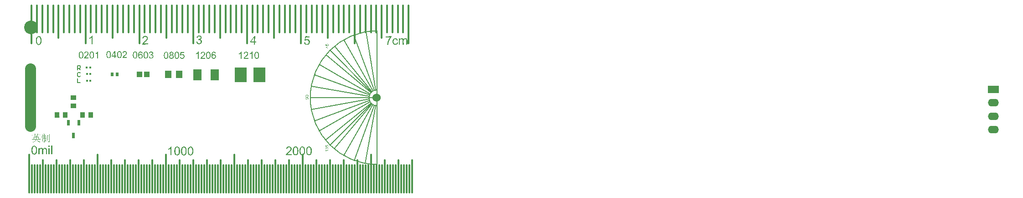
<source format=gtl>
G04*
G04 #@! TF.GenerationSoftware,Altium Limited,Altium Designer,19.0.4 (130)*
G04*
G04 Layer_Physical_Order=1*
G04 Layer_Color=255*
%FSLAX25Y25*%
%MOIN*%
G70*
G01*
G75*
%ADD13C,0.01000*%
%ADD18R,0.01417X0.01575*%
%ADD19R,0.02362X0.03937*%
%ADD20R,0.03661X0.03858*%
%ADD21R,0.03858X0.03661*%
%ADD22R,0.06300X0.07874*%
%ADD23R,0.09056X0.10630*%
%ADD24R,0.01378X0.01600*%
%ADD25R,0.01380X0.01600*%
%ADD26R,0.02362X0.02558*%
%ADD27R,0.03937X0.04331*%
%ADD28R,0.04567X0.05709*%
%ADD29C,0.00697*%
%ADD30C,0.00590*%
%ADD31C,0.01181*%
%ADD32C,0.01378*%
%ADD33C,0.00500*%
%ADD50C,0.10000*%
%ADD51O,0.07874X0.05512*%
%ADD52R,0.07874X0.05512*%
%ADD53O,0.08000X0.50000*%
%ADD54C,0.06000*%
G36*
X30922Y68052D02*
X30144D01*
Y68936D01*
X30922D01*
Y68052D01*
D02*
G37*
G36*
X27703Y67293D02*
X27761D01*
X27828Y67283D01*
X27972Y67254D01*
X28145Y67206D01*
X28318Y67139D01*
X28482Y67043D01*
X28635Y66918D01*
X28655Y66899D01*
X28693Y66851D01*
X28751Y66755D01*
X28828Y66630D01*
X28895Y66466D01*
X28952Y66274D01*
X28991Y66034D01*
X29010Y65899D01*
Y65755D01*
Y62622D01*
X28232D01*
Y65496D01*
Y65505D01*
Y65515D01*
Y65573D01*
Y65659D01*
X28222Y65755D01*
X28203Y65976D01*
X28184Y66082D01*
X28155Y66168D01*
Y66178D01*
X28136Y66207D01*
X28116Y66245D01*
X28087Y66293D01*
X28049Y66341D01*
X28001Y66399D01*
X27943Y66457D01*
X27876Y66505D01*
X27867Y66514D01*
X27838Y66524D01*
X27799Y66543D01*
X27751Y66572D01*
X27684Y66591D01*
X27597Y66610D01*
X27511Y66620D01*
X27415Y66630D01*
X27338D01*
X27242Y66610D01*
X27136Y66591D01*
X27011Y66553D01*
X26877Y66495D01*
X26733Y66409D01*
X26608Y66303D01*
X26598Y66284D01*
X26559Y66245D01*
X26511Y66168D01*
X26454Y66053D01*
X26387Y65909D01*
X26338Y65736D01*
X26300Y65525D01*
X26291Y65275D01*
Y62622D01*
X25512D01*
Y65592D01*
Y65601D01*
Y65611D01*
Y65640D01*
Y65678D01*
X25502Y65774D01*
X25493Y65880D01*
X25464Y66015D01*
X25435Y66140D01*
X25387Y66264D01*
X25320Y66370D01*
X25310Y66380D01*
X25281Y66409D01*
X25243Y66457D01*
X25176Y66505D01*
X25089Y66543D01*
X24983Y66591D01*
X24859Y66620D01*
X24705Y66630D01*
X24647D01*
X24589Y66620D01*
X24503Y66610D01*
X24417Y66591D01*
X24311Y66553D01*
X24205Y66514D01*
X24099Y66457D01*
X24090Y66447D01*
X24051Y66428D01*
X24003Y66380D01*
X23946Y66332D01*
X23878Y66255D01*
X23811Y66168D01*
X23753Y66063D01*
X23696Y65947D01*
X23686Y65928D01*
X23676Y65890D01*
X23657Y65813D01*
X23638Y65707D01*
X23609Y65573D01*
X23590Y65409D01*
X23580Y65217D01*
X23571Y64996D01*
Y62622D01*
X22792D01*
Y67197D01*
X23484D01*
Y66553D01*
X23494Y66572D01*
X23523Y66610D01*
X23571Y66668D01*
X23638Y66745D01*
X23715Y66831D01*
X23811Y66918D01*
X23926Y67014D01*
X24051Y67091D01*
X24071Y67101D01*
X24119Y67120D01*
X24195Y67158D01*
X24292Y67197D01*
X24417Y67235D01*
X24551Y67273D01*
X24714Y67293D01*
X24878Y67302D01*
X24964D01*
X25060Y67293D01*
X25176Y67273D01*
X25301Y67254D01*
X25445Y67216D01*
X25579Y67158D01*
X25704Y67091D01*
X25723Y67081D01*
X25762Y67053D01*
X25820Y67005D01*
X25887Y66937D01*
X25964Y66851D01*
X26041Y66755D01*
X26108Y66630D01*
X26166Y66495D01*
X26175Y66505D01*
X26194Y66534D01*
X26223Y66572D01*
X26262Y66620D01*
X26319Y66687D01*
X26387Y66755D01*
X26463Y66822D01*
X26550Y66899D01*
X26646Y66976D01*
X26752Y67043D01*
X27002Y67177D01*
X27136Y67225D01*
X27280Y67264D01*
X27424Y67293D01*
X27588Y67302D01*
X27655D01*
X27703Y67293D01*
D02*
G37*
G36*
X32864Y62622D02*
X32085D01*
Y68936D01*
X32864D01*
Y62622D01*
D02*
G37*
G36*
X30922D02*
X30144D01*
Y67197D01*
X30922D01*
Y62622D01*
D02*
G37*
G36*
X19919Y68955D02*
X20034Y68936D01*
X20169Y68917D01*
X20323Y68878D01*
X20476Y68821D01*
X20621Y68753D01*
X20640Y68744D01*
X20688Y68715D01*
X20755Y68667D01*
X20851Y68609D01*
X20947Y68523D01*
X21053Y68417D01*
X21159Y68302D01*
X21255Y68167D01*
X21264Y68148D01*
X21293Y68100D01*
X21341Y68014D01*
X21399Y67908D01*
X21457Y67773D01*
X21524Y67610D01*
X21591Y67427D01*
X21649Y67225D01*
Y67216D01*
X21658Y67197D01*
Y67168D01*
X21668Y67120D01*
X21687Y67072D01*
X21697Y67005D01*
X21707Y66918D01*
X21726Y66831D01*
X21735Y66726D01*
X21745Y66620D01*
X21764Y66495D01*
X21774Y66361D01*
X21783Y66216D01*
Y66072D01*
X21793Y65736D01*
Y65726D01*
Y65688D01*
Y65630D01*
Y65553D01*
X21783Y65457D01*
Y65351D01*
X21774Y65227D01*
X21764Y65092D01*
X21735Y64804D01*
X21697Y64506D01*
X21639Y64208D01*
X21601Y64073D01*
X21562Y63939D01*
Y63929D01*
X21553Y63910D01*
X21543Y63872D01*
X21524Y63824D01*
X21495Y63766D01*
X21466Y63708D01*
X21389Y63555D01*
X21293Y63381D01*
X21178Y63209D01*
X21043Y63036D01*
X20880Y62882D01*
X20870D01*
X20861Y62862D01*
X20832Y62853D01*
X20803Y62824D01*
X20697Y62766D01*
X20572Y62699D01*
X20400Y62632D01*
X20207Y62574D01*
X19986Y62536D01*
X19736Y62517D01*
X19650D01*
X19583Y62526D01*
X19506Y62536D01*
X19419Y62555D01*
X19323Y62574D01*
X19218Y62594D01*
X18987Y62670D01*
X18862Y62728D01*
X18747Y62786D01*
X18622Y62862D01*
X18506Y62949D01*
X18401Y63045D01*
X18295Y63161D01*
X18285Y63170D01*
X18266Y63199D01*
X18237Y63247D01*
X18199Y63314D01*
X18151Y63401D01*
X18103Y63506D01*
X18045Y63631D01*
X17987Y63785D01*
X17930Y63949D01*
X17872Y64141D01*
X17824Y64352D01*
X17776Y64583D01*
X17738Y64842D01*
X17709Y65111D01*
X17689Y65419D01*
X17680Y65736D01*
Y65746D01*
Y65784D01*
Y65842D01*
Y65918D01*
X17689Y66015D01*
Y66120D01*
X17699Y66245D01*
X17709Y66380D01*
X17738Y66668D01*
X17776Y66966D01*
X17824Y67264D01*
X17863Y67399D01*
X17901Y67533D01*
Y67543D01*
X17910Y67562D01*
X17930Y67600D01*
X17949Y67648D01*
X17968Y67706D01*
X17997Y67773D01*
X18074Y67927D01*
X18170Y68100D01*
X18285Y68273D01*
X18420Y68436D01*
X18583Y68590D01*
X18593D01*
X18602Y68609D01*
X18631Y68629D01*
X18670Y68648D01*
X18766Y68705D01*
X18900Y68782D01*
X19064Y68850D01*
X19265Y68907D01*
X19487Y68946D01*
X19736Y68965D01*
X19823D01*
X19919Y68955D01*
D02*
G37*
G36*
X120174Y61962D02*
X119395D01*
Y66902D01*
X119386Y66892D01*
X119347Y66854D01*
X119280Y66806D01*
X119193Y66738D01*
X119088Y66652D01*
X118963Y66566D01*
X118818Y66460D01*
X118655Y66364D01*
X118646D01*
X118636Y66354D01*
X118578Y66316D01*
X118492Y66268D01*
X118386Y66210D01*
X118261Y66143D01*
X118127Y66085D01*
X117982Y66018D01*
X117848Y65960D01*
Y66719D01*
X117858D01*
X117877Y66729D01*
X117915Y66748D01*
X117954Y66777D01*
X118011Y66806D01*
X118078Y66835D01*
X118232Y66921D01*
X118405Y67027D01*
X118597Y67152D01*
X118790Y67296D01*
X118972Y67450D01*
X118982Y67459D01*
X118991Y67469D01*
X119049Y67527D01*
X119136Y67613D01*
X119241Y67719D01*
X119357Y67853D01*
X119472Y67997D01*
X119578Y68151D01*
X119664Y68305D01*
X120174D01*
Y61962D01*
D02*
G37*
G36*
X134195Y68295D02*
X134310Y68276D01*
X134444Y68257D01*
X134598Y68218D01*
X134752Y68161D01*
X134896Y68094D01*
X134915Y68084D01*
X134963Y68055D01*
X135031Y68007D01*
X135127Y67949D01*
X135223Y67863D01*
X135328Y67757D01*
X135434Y67642D01*
X135530Y67507D01*
X135540Y67488D01*
X135569Y67440D01*
X135617Y67353D01*
X135675Y67248D01*
X135732Y67113D01*
X135799Y66950D01*
X135867Y66767D01*
X135924Y66566D01*
Y66556D01*
X135934Y66537D01*
Y66508D01*
X135943Y66460D01*
X135963Y66412D01*
X135972Y66344D01*
X135982Y66258D01*
X136001Y66171D01*
X136011Y66066D01*
X136020Y65960D01*
X136040Y65835D01*
X136049Y65701D01*
X136059Y65556D01*
Y65412D01*
X136068Y65076D01*
Y65066D01*
Y65028D01*
Y64970D01*
Y64893D01*
X136059Y64797D01*
Y64692D01*
X136049Y64567D01*
X136040Y64432D01*
X136011Y64144D01*
X135972Y63846D01*
X135915Y63548D01*
X135876Y63413D01*
X135838Y63279D01*
Y63269D01*
X135828Y63250D01*
X135819Y63212D01*
X135799Y63164D01*
X135771Y63106D01*
X135742Y63048D01*
X135665Y62894D01*
X135569Y62722D01*
X135453Y62549D01*
X135319Y62375D01*
X135155Y62222D01*
X135146D01*
X135136Y62203D01*
X135108Y62193D01*
X135079Y62164D01*
X134973Y62106D01*
X134848Y62039D01*
X134675Y61972D01*
X134483Y61914D01*
X134262Y61876D01*
X134012Y61857D01*
X133925D01*
X133858Y61866D01*
X133781Y61876D01*
X133695Y61895D01*
X133599Y61914D01*
X133493Y61933D01*
X133262Y62010D01*
X133137Y62068D01*
X133022Y62126D01*
X132897Y62203D01*
X132782Y62289D01*
X132676Y62385D01*
X132570Y62501D01*
X132561Y62510D01*
X132542Y62539D01*
X132513Y62587D01*
X132474Y62654D01*
X132426Y62741D01*
X132378Y62846D01*
X132321Y62971D01*
X132263Y63125D01*
X132205Y63288D01*
X132148Y63481D01*
X132099Y63692D01*
X132052Y63923D01*
X132013Y64182D01*
X131984Y64451D01*
X131965Y64759D01*
X131955Y65076D01*
Y65086D01*
Y65124D01*
Y65182D01*
Y65259D01*
X131965Y65355D01*
Y65460D01*
X131975Y65585D01*
X131984Y65720D01*
X132013Y66008D01*
X132052Y66306D01*
X132099Y66604D01*
X132138Y66738D01*
X132176Y66873D01*
Y66883D01*
X132186Y66902D01*
X132205Y66940D01*
X132225Y66988D01*
X132244Y67046D01*
X132273Y67113D01*
X132349Y67267D01*
X132446Y67440D01*
X132561Y67613D01*
X132695Y67776D01*
X132859Y67930D01*
X132868D01*
X132878Y67949D01*
X132907Y67969D01*
X132945Y67988D01*
X133041Y68045D01*
X133176Y68122D01*
X133339Y68190D01*
X133541Y68247D01*
X133762Y68286D01*
X134012Y68305D01*
X134098D01*
X134195Y68295D01*
D02*
G37*
G36*
X129293D02*
X129409Y68276D01*
X129543Y68257D01*
X129697Y68218D01*
X129851Y68161D01*
X129995Y68094D01*
X130014Y68084D01*
X130062Y68055D01*
X130130Y68007D01*
X130226Y67949D01*
X130322Y67863D01*
X130427Y67757D01*
X130533Y67642D01*
X130629Y67507D01*
X130639Y67488D01*
X130668Y67440D01*
X130716Y67353D01*
X130773Y67248D01*
X130831Y67113D01*
X130898Y66950D01*
X130966Y66767D01*
X131023Y66566D01*
Y66556D01*
X131033Y66537D01*
Y66508D01*
X131042Y66460D01*
X131062Y66412D01*
X131071Y66344D01*
X131081Y66258D01*
X131100Y66171D01*
X131110Y66066D01*
X131119Y65960D01*
X131139Y65835D01*
X131148Y65701D01*
X131158Y65556D01*
Y65412D01*
X131167Y65076D01*
Y65066D01*
Y65028D01*
Y64970D01*
Y64893D01*
X131158Y64797D01*
Y64692D01*
X131148Y64567D01*
X131139Y64432D01*
X131110Y64144D01*
X131071Y63846D01*
X131014Y63548D01*
X130975Y63413D01*
X130937Y63279D01*
Y63269D01*
X130927Y63250D01*
X130918Y63212D01*
X130898Y63164D01*
X130869Y63106D01*
X130841Y63048D01*
X130764Y62894D01*
X130668Y62722D01*
X130552Y62549D01*
X130418Y62375D01*
X130254Y62222D01*
X130245D01*
X130235Y62203D01*
X130206Y62193D01*
X130177Y62164D01*
X130072Y62106D01*
X129947Y62039D01*
X129774Y61972D01*
X129582Y61914D01*
X129361Y61876D01*
X129111Y61857D01*
X129024D01*
X128957Y61866D01*
X128880Y61876D01*
X128794Y61895D01*
X128698Y61914D01*
X128592Y61933D01*
X128361Y62010D01*
X128236Y62068D01*
X128121Y62126D01*
X127996Y62203D01*
X127881Y62289D01*
X127775Y62385D01*
X127669Y62501D01*
X127660Y62510D01*
X127640Y62539D01*
X127612Y62587D01*
X127573Y62654D01*
X127525Y62741D01*
X127477Y62846D01*
X127419Y62971D01*
X127362Y63125D01*
X127304Y63288D01*
X127246Y63481D01*
X127198Y63692D01*
X127150Y63923D01*
X127112Y64182D01*
X127083Y64451D01*
X127064Y64759D01*
X127054Y65076D01*
Y65086D01*
Y65124D01*
Y65182D01*
Y65259D01*
X127064Y65355D01*
Y65460D01*
X127074Y65585D01*
X127083Y65720D01*
X127112Y66008D01*
X127150Y66306D01*
X127198Y66604D01*
X127237Y66738D01*
X127275Y66873D01*
Y66883D01*
X127285Y66902D01*
X127304Y66940D01*
X127323Y66988D01*
X127343Y67046D01*
X127371Y67113D01*
X127448Y67267D01*
X127544Y67440D01*
X127660Y67613D01*
X127794Y67776D01*
X127958Y67930D01*
X127967D01*
X127977Y67949D01*
X128006Y67969D01*
X128044Y67988D01*
X128140Y68045D01*
X128275Y68122D01*
X128438Y68190D01*
X128640Y68247D01*
X128861Y68286D01*
X129111Y68305D01*
X129197D01*
X129293Y68295D01*
D02*
G37*
G36*
X124392D02*
X124508Y68276D01*
X124642Y68257D01*
X124796Y68218D01*
X124950Y68161D01*
X125094Y68094D01*
X125113Y68084D01*
X125161Y68055D01*
X125228Y68007D01*
X125324Y67949D01*
X125421Y67863D01*
X125526Y67757D01*
X125632Y67642D01*
X125728Y67507D01*
X125738Y67488D01*
X125767Y67440D01*
X125815Y67353D01*
X125872Y67248D01*
X125930Y67113D01*
X125997Y66950D01*
X126065Y66767D01*
X126122Y66566D01*
Y66556D01*
X126132Y66537D01*
Y66508D01*
X126141Y66460D01*
X126161Y66412D01*
X126170Y66344D01*
X126180Y66258D01*
X126199Y66171D01*
X126209Y66066D01*
X126218Y65960D01*
X126237Y65835D01*
X126247Y65701D01*
X126257Y65556D01*
Y65412D01*
X126266Y65076D01*
Y65066D01*
Y65028D01*
Y64970D01*
Y64893D01*
X126257Y64797D01*
Y64692D01*
X126247Y64567D01*
X126237Y64432D01*
X126209Y64144D01*
X126170Y63846D01*
X126112Y63548D01*
X126074Y63413D01*
X126036Y63279D01*
Y63269D01*
X126026Y63250D01*
X126016Y63212D01*
X125997Y63164D01*
X125968Y63106D01*
X125940Y63048D01*
X125863Y62894D01*
X125767Y62722D01*
X125651Y62549D01*
X125517Y62375D01*
X125353Y62222D01*
X125344D01*
X125334Y62203D01*
X125305Y62193D01*
X125276Y62164D01*
X125171Y62106D01*
X125046Y62039D01*
X124873Y61972D01*
X124681Y61914D01*
X124460Y61876D01*
X124210Y61857D01*
X124123D01*
X124056Y61866D01*
X123979Y61876D01*
X123893Y61895D01*
X123796Y61914D01*
X123691Y61933D01*
X123460Y62010D01*
X123335Y62068D01*
X123220Y62126D01*
X123095Y62203D01*
X122980Y62289D01*
X122874Y62385D01*
X122768Y62501D01*
X122759Y62510D01*
X122739Y62539D01*
X122711Y62587D01*
X122672Y62654D01*
X122624Y62741D01*
X122576Y62846D01*
X122518Y62971D01*
X122461Y63125D01*
X122403Y63288D01*
X122345Y63481D01*
X122297Y63692D01*
X122249Y63923D01*
X122211Y64182D01*
X122182Y64451D01*
X122163Y64759D01*
X122153Y65076D01*
Y65086D01*
Y65124D01*
Y65182D01*
Y65259D01*
X122163Y65355D01*
Y65460D01*
X122172Y65585D01*
X122182Y65720D01*
X122211Y66008D01*
X122249Y66306D01*
X122297Y66604D01*
X122336Y66738D01*
X122374Y66873D01*
Y66883D01*
X122384Y66902D01*
X122403Y66940D01*
X122422Y66988D01*
X122441Y67046D01*
X122470Y67113D01*
X122547Y67267D01*
X122643Y67440D01*
X122759Y67613D01*
X122893Y67776D01*
X123056Y67930D01*
X123066D01*
X123076Y67949D01*
X123105Y67969D01*
X123143Y67988D01*
X123239Y68045D01*
X123374Y68122D01*
X123537Y68190D01*
X123739Y68247D01*
X123960Y68286D01*
X124210Y68305D01*
X124296D01*
X124392Y68295D01*
D02*
G37*
G36*
X206090Y68382D02*
X206167Y68373D01*
X206254Y68363D01*
X206350Y68353D01*
X206455Y68325D01*
X206686Y68267D01*
X206926Y68181D01*
X207051Y68123D01*
X207167Y68056D01*
X207272Y67969D01*
X207378Y67883D01*
X207388Y67873D01*
X207397Y67863D01*
X207426Y67835D01*
X207465Y67796D01*
X207503Y67738D01*
X207551Y67681D01*
X207647Y67537D01*
X207743Y67354D01*
X207830Y67143D01*
X207897Y66902D01*
X207907Y66768D01*
X207916Y66633D01*
Y66614D01*
Y66566D01*
X207907Y66489D01*
X207897Y66393D01*
X207878Y66278D01*
X207849Y66153D01*
X207810Y66018D01*
X207753Y65884D01*
X207743Y65864D01*
X207724Y65816D01*
X207686Y65749D01*
X207628Y65653D01*
X207561Y65538D01*
X207474Y65403D01*
X207359Y65269D01*
X207234Y65115D01*
X207215Y65096D01*
X207167Y65038D01*
X207080Y64951D01*
X207023Y64894D01*
X206955Y64827D01*
X206878Y64750D01*
X206782Y64663D01*
X206686Y64577D01*
X206580Y64471D01*
X206465Y64365D01*
X206331Y64250D01*
X206196Y64135D01*
X206042Y64000D01*
X206033Y63990D01*
X206013Y63971D01*
X205975Y63942D01*
X205927Y63904D01*
X205812Y63808D01*
X205667Y63683D01*
X205523Y63548D01*
X205370Y63414D01*
X205245Y63299D01*
X205197Y63250D01*
X205149Y63203D01*
X205139Y63193D01*
X205120Y63164D01*
X205081Y63126D01*
X205033Y63068D01*
X204927Y62943D01*
X204822Y62789D01*
X207926D01*
Y62049D01*
X203746D01*
Y62059D01*
Y62097D01*
Y62155D01*
X203755Y62222D01*
X203765Y62299D01*
X203774Y62386D01*
X203803Y62482D01*
X203832Y62578D01*
Y62587D01*
X203842Y62597D01*
X203861Y62655D01*
X203899Y62732D01*
X203957Y62847D01*
X204024Y62972D01*
X204120Y63116D01*
X204216Y63260D01*
X204341Y63414D01*
Y63424D01*
X204361Y63433D01*
X204409Y63491D01*
X204486Y63577D01*
X204601Y63693D01*
X204745Y63827D01*
X204918Y63990D01*
X205129Y64173D01*
X205360Y64375D01*
X205370Y64385D01*
X205408Y64413D01*
X205456Y64452D01*
X205523Y64519D01*
X205610Y64586D01*
X205706Y64673D01*
X205917Y64855D01*
X206148Y65076D01*
X206379Y65298D01*
X206494Y65403D01*
X206590Y65509D01*
X206677Y65615D01*
X206753Y65711D01*
Y65720D01*
X206773Y65730D01*
X206792Y65759D01*
X206811Y65797D01*
X206869Y65893D01*
X206936Y66018D01*
X207003Y66162D01*
X207061Y66316D01*
X207099Y66489D01*
X207119Y66653D01*
Y66662D01*
Y66672D01*
X207109Y66729D01*
X207099Y66816D01*
X207080Y66922D01*
X207032Y67046D01*
X206975Y67171D01*
X206898Y67306D01*
X206782Y67431D01*
X206763Y67440D01*
X206725Y67479D01*
X206648Y67527D01*
X206552Y67594D01*
X206427Y67652D01*
X206282Y67700D01*
X206110Y67738D01*
X205917Y67748D01*
X205860D01*
X205821Y67738D01*
X205725Y67729D01*
X205600Y67710D01*
X205456Y67661D01*
X205302Y67604D01*
X205158Y67517D01*
X205024Y67402D01*
X205014Y67383D01*
X204976Y67344D01*
X204918Y67268D01*
X204860Y67162D01*
X204793Y67027D01*
X204745Y66874D01*
X204707Y66691D01*
X204687Y66479D01*
X203890Y66566D01*
Y66576D01*
Y66604D01*
X203899Y66653D01*
X203909Y66710D01*
X203928Y66787D01*
X203938Y66874D01*
X203995Y67066D01*
X204072Y67287D01*
X204178Y67508D01*
X204322Y67729D01*
X204399Y67825D01*
X204495Y67921D01*
X204505Y67931D01*
X204524Y67940D01*
X204553Y67969D01*
X204591Y67998D01*
X204649Y68027D01*
X204716Y68075D01*
X204793Y68113D01*
X204879Y68161D01*
X204976Y68200D01*
X205081Y68248D01*
X205206Y68286D01*
X205331Y68315D01*
X205620Y68373D01*
X205773Y68382D01*
X205937Y68392D01*
X206023D01*
X206090Y68382D01*
D02*
G37*
G36*
X220794D02*
X220909Y68363D01*
X221043Y68344D01*
X221197Y68305D01*
X221351Y68248D01*
X221495Y68181D01*
X221514Y68171D01*
X221562Y68142D01*
X221630Y68094D01*
X221726Y68036D01*
X221822Y67950D01*
X221928Y67844D01*
X222033Y67729D01*
X222129Y67594D01*
X222139Y67575D01*
X222168Y67527D01*
X222216Y67440D01*
X222274Y67335D01*
X222331Y67200D01*
X222398Y67037D01*
X222466Y66854D01*
X222523Y66653D01*
Y66643D01*
X222533Y66624D01*
Y66595D01*
X222543Y66547D01*
X222562Y66499D01*
X222571Y66431D01*
X222581Y66345D01*
X222600Y66259D01*
X222610Y66153D01*
X222620Y66047D01*
X222639Y65922D01*
X222648Y65788D01*
X222658Y65643D01*
Y65499D01*
X222668Y65163D01*
Y65153D01*
Y65115D01*
Y65057D01*
Y64980D01*
X222658Y64884D01*
Y64779D01*
X222648Y64654D01*
X222639Y64519D01*
X222610Y64231D01*
X222571Y63933D01*
X222514Y63635D01*
X222475Y63500D01*
X222437Y63366D01*
Y63356D01*
X222427Y63337D01*
X222418Y63299D01*
X222398Y63250D01*
X222370Y63193D01*
X222341Y63135D01*
X222264Y62981D01*
X222168Y62809D01*
X222053Y62635D01*
X221918Y62463D01*
X221755Y62309D01*
X221745D01*
X221735Y62290D01*
X221707Y62280D01*
X221678Y62251D01*
X221572Y62193D01*
X221447Y62126D01*
X221274Y62059D01*
X221082Y62001D01*
X220861Y61963D01*
X220611Y61944D01*
X220525D01*
X220457Y61953D01*
X220380Y61963D01*
X220294Y61982D01*
X220198Y62001D01*
X220092Y62020D01*
X219862Y62097D01*
X219737Y62155D01*
X219621Y62213D01*
X219496Y62290D01*
X219381Y62376D01*
X219275Y62472D01*
X219170Y62587D01*
X219160Y62597D01*
X219141Y62626D01*
X219112Y62674D01*
X219074Y62741D01*
X219025Y62828D01*
X218977Y62933D01*
X218920Y63058D01*
X218862Y63212D01*
X218804Y63376D01*
X218747Y63568D01*
X218699Y63779D01*
X218651Y64010D01*
X218612Y64269D01*
X218583Y64538D01*
X218564Y64846D01*
X218554Y65163D01*
Y65173D01*
Y65211D01*
Y65269D01*
Y65346D01*
X218564Y65442D01*
Y65547D01*
X218574Y65672D01*
X218583Y65807D01*
X218612Y66095D01*
X218651Y66393D01*
X218699Y66691D01*
X218737Y66825D01*
X218776Y66960D01*
Y66970D01*
X218785Y66989D01*
X218804Y67027D01*
X218824Y67075D01*
X218843Y67133D01*
X218872Y67200D01*
X218949Y67354D01*
X219045Y67527D01*
X219160Y67700D01*
X219295Y67863D01*
X219458Y68017D01*
X219467D01*
X219477Y68036D01*
X219506Y68056D01*
X219544Y68075D01*
X219640Y68132D01*
X219775Y68209D01*
X219938Y68277D01*
X220140Y68334D01*
X220361Y68373D01*
X220611Y68392D01*
X220698D01*
X220794Y68382D01*
D02*
G37*
G36*
X215893D02*
X216008Y68363D01*
X216142Y68344D01*
X216296Y68305D01*
X216450Y68248D01*
X216594Y68181D01*
X216613Y68171D01*
X216661Y68142D01*
X216729Y68094D01*
X216825Y68036D01*
X216921Y67950D01*
X217026Y67844D01*
X217132Y67729D01*
X217228Y67594D01*
X217238Y67575D01*
X217267Y67527D01*
X217315Y67440D01*
X217372Y67335D01*
X217430Y67200D01*
X217497Y67037D01*
X217565Y66854D01*
X217622Y66653D01*
Y66643D01*
X217632Y66624D01*
Y66595D01*
X217642Y66547D01*
X217661Y66499D01*
X217670Y66431D01*
X217680Y66345D01*
X217699Y66259D01*
X217709Y66153D01*
X217718Y66047D01*
X217738Y65922D01*
X217747Y65788D01*
X217757Y65643D01*
Y65499D01*
X217766Y65163D01*
Y65153D01*
Y65115D01*
Y65057D01*
Y64980D01*
X217757Y64884D01*
Y64779D01*
X217747Y64654D01*
X217738Y64519D01*
X217709Y64231D01*
X217670Y63933D01*
X217613Y63635D01*
X217574Y63500D01*
X217536Y63366D01*
Y63356D01*
X217526Y63337D01*
X217517Y63299D01*
X217497Y63250D01*
X217469Y63193D01*
X217440Y63135D01*
X217363Y62981D01*
X217267Y62809D01*
X217151Y62635D01*
X217017Y62463D01*
X216853Y62309D01*
X216844D01*
X216834Y62290D01*
X216806Y62280D01*
X216777Y62251D01*
X216671Y62193D01*
X216546Y62126D01*
X216373Y62059D01*
X216181Y62001D01*
X215960Y61963D01*
X215710Y61944D01*
X215623D01*
X215556Y61953D01*
X215479Y61963D01*
X215393Y61982D01*
X215297Y62001D01*
X215191Y62020D01*
X214960Y62097D01*
X214835Y62155D01*
X214720Y62213D01*
X214595Y62290D01*
X214480Y62376D01*
X214374Y62472D01*
X214268Y62587D01*
X214259Y62597D01*
X214240Y62626D01*
X214211Y62674D01*
X214172Y62741D01*
X214124Y62828D01*
X214076Y62933D01*
X214019Y63058D01*
X213961Y63212D01*
X213903Y63376D01*
X213846Y63568D01*
X213798Y63779D01*
X213750Y64010D01*
X213711Y64269D01*
X213682Y64538D01*
X213663Y64846D01*
X213653Y65163D01*
Y65173D01*
Y65211D01*
Y65269D01*
Y65346D01*
X213663Y65442D01*
Y65547D01*
X213673Y65672D01*
X213682Y65807D01*
X213711Y66095D01*
X213750Y66393D01*
X213798Y66691D01*
X213836Y66825D01*
X213874Y66960D01*
Y66970D01*
X213884Y66989D01*
X213903Y67027D01*
X213923Y67075D01*
X213942Y67133D01*
X213971Y67200D01*
X214047Y67354D01*
X214143Y67527D01*
X214259Y67700D01*
X214393Y67863D01*
X214557Y68017D01*
X214566D01*
X214576Y68036D01*
X214605Y68056D01*
X214643Y68075D01*
X214739Y68132D01*
X214874Y68209D01*
X215037Y68277D01*
X215239Y68334D01*
X215460Y68373D01*
X215710Y68392D01*
X215796D01*
X215893Y68382D01*
D02*
G37*
G36*
X210991D02*
X211107Y68363D01*
X211241Y68344D01*
X211395Y68305D01*
X211549Y68248D01*
X211693Y68181D01*
X211712Y68171D01*
X211760Y68142D01*
X211827Y68094D01*
X211924Y68036D01*
X212020Y67950D01*
X212125Y67844D01*
X212231Y67729D01*
X212327Y67594D01*
X212337Y67575D01*
X212366Y67527D01*
X212414Y67440D01*
X212471Y67335D01*
X212529Y67200D01*
X212596Y67037D01*
X212664Y66854D01*
X212721Y66653D01*
Y66643D01*
X212731Y66624D01*
Y66595D01*
X212740Y66547D01*
X212760Y66499D01*
X212769Y66431D01*
X212779Y66345D01*
X212798Y66259D01*
X212808Y66153D01*
X212817Y66047D01*
X212837Y65922D01*
X212846Y65788D01*
X212856Y65643D01*
Y65499D01*
X212865Y65163D01*
Y65153D01*
Y65115D01*
Y65057D01*
Y64980D01*
X212856Y64884D01*
Y64779D01*
X212846Y64654D01*
X212837Y64519D01*
X212808Y64231D01*
X212769Y63933D01*
X212712Y63635D01*
X212673Y63500D01*
X212635Y63366D01*
Y63356D01*
X212625Y63337D01*
X212615Y63299D01*
X212596Y63250D01*
X212567Y63193D01*
X212539Y63135D01*
X212462Y62981D01*
X212366Y62809D01*
X212250Y62635D01*
X212116Y62463D01*
X211952Y62309D01*
X211943D01*
X211933Y62290D01*
X211904Y62280D01*
X211876Y62251D01*
X211770Y62193D01*
X211645Y62126D01*
X211472Y62059D01*
X211280Y62001D01*
X211059Y61963D01*
X210809Y61944D01*
X210722D01*
X210655Y61953D01*
X210578Y61963D01*
X210492Y61982D01*
X210396Y62001D01*
X210290Y62020D01*
X210059Y62097D01*
X209934Y62155D01*
X209819Y62213D01*
X209694Y62290D01*
X209579Y62376D01*
X209473Y62472D01*
X209367Y62587D01*
X209358Y62597D01*
X209338Y62626D01*
X209310Y62674D01*
X209271Y62741D01*
X209223Y62828D01*
X209175Y62933D01*
X209118Y63058D01*
X209060Y63212D01*
X209002Y63376D01*
X208945Y63568D01*
X208896Y63779D01*
X208848Y64010D01*
X208810Y64269D01*
X208781Y64538D01*
X208762Y64846D01*
X208752Y65163D01*
Y65173D01*
Y65211D01*
Y65269D01*
Y65346D01*
X208762Y65442D01*
Y65547D01*
X208771Y65672D01*
X208781Y65807D01*
X208810Y66095D01*
X208848Y66393D01*
X208896Y66691D01*
X208935Y66825D01*
X208973Y66960D01*
Y66970D01*
X208983Y66989D01*
X209002Y67027D01*
X209021Y67075D01*
X209041Y67133D01*
X209069Y67200D01*
X209146Y67354D01*
X209242Y67527D01*
X209358Y67700D01*
X209492Y67863D01*
X209656Y68017D01*
X209665D01*
X209675Y68036D01*
X209704Y68056D01*
X209742Y68075D01*
X209838Y68132D01*
X209973Y68209D01*
X210136Y68277D01*
X210338Y68334D01*
X210559Y68373D01*
X210809Y68392D01*
X210895D01*
X210991Y68382D01*
D02*
G37*
G36*
X27414Y77416D02*
X27191Y77217D01*
Y76226D01*
X27829D01*
X28128Y76556D01*
X28628Y76064D01*
X27191D01*
Y75235D01*
X28182D01*
X28512Y75565D01*
X29012Y75074D01*
X27191D01*
Y74329D01*
X28105D01*
X28297Y74605D01*
X28704Y74298D01*
X28489Y74106D01*
Y72762D01*
Y72754D01*
Y72739D01*
Y72716D01*
X28482Y72678D01*
X28466Y72593D01*
X28436Y72486D01*
X28405Y72432D01*
X28374Y72370D01*
X28328Y72317D01*
X28282Y72263D01*
X28221Y72209D01*
X28144Y72155D01*
X28059Y72109D01*
X27967Y72071D01*
Y72086D01*
Y72125D01*
X27952Y72178D01*
X27913Y72247D01*
X27883Y72286D01*
X27852Y72324D01*
X27798Y72370D01*
X27744Y72409D01*
X27675Y72455D01*
X27591Y72493D01*
X27499Y72532D01*
X27384Y72570D01*
Y72678D01*
X27399D01*
X27422Y72670D01*
X27453D01*
X27522Y72662D01*
X27614Y72654D01*
X27714Y72639D01*
X27806Y72632D01*
X27898Y72624D01*
X27983D01*
X28005Y72632D01*
X28036Y72639D01*
X28067Y72662D01*
X28098Y72693D01*
X28128Y72739D01*
X28152Y72808D01*
X28159Y72900D01*
Y74168D01*
X27191D01*
Y72263D01*
Y72255D01*
Y72240D01*
Y72217D01*
Y72186D01*
Y72102D01*
X27199Y71986D01*
Y71864D01*
X27207Y71725D01*
X27215Y71587D01*
X27222Y71449D01*
X26838Y71249D01*
Y71257D01*
Y71288D01*
Y71334D01*
X26846Y71403D01*
Y71472D01*
Y71556D01*
Y71649D01*
X26853Y71748D01*
Y71956D01*
X26861Y72148D01*
Y72240D01*
Y72324D01*
Y72393D01*
Y72455D01*
Y74168D01*
X25901D01*
Y72209D01*
X25540Y72017D01*
Y72025D01*
Y72048D01*
Y72086D01*
X25548Y72140D01*
Y72201D01*
Y72278D01*
X25556Y72363D01*
Y72455D01*
X25563Y72662D01*
Y72885D01*
X25571Y73123D01*
Y73361D01*
Y73369D01*
Y73392D01*
Y73422D01*
Y73469D01*
Y73522D01*
Y73592D01*
Y73668D01*
Y73753D01*
X25563Y73929D01*
X25556Y74129D01*
X25548Y74344D01*
X25540Y74551D01*
X25932Y74329D01*
X26861D01*
Y75074D01*
X25894D01*
X25824Y75066D01*
X25740D01*
X25640Y75051D01*
X25525Y75035D01*
X25410Y75020D01*
X25295Y74989D01*
X25049Y75235D01*
X26861D01*
Y76064D01*
X25870D01*
Y76057D01*
X25855Y76041D01*
X25848Y76018D01*
X25824Y75988D01*
X25771Y75903D01*
X25701Y75796D01*
X25617Y75673D01*
X25525Y75542D01*
X25425Y75412D01*
X25325Y75289D01*
X25241Y75319D01*
Y75327D01*
X25256Y75343D01*
X25264Y75373D01*
X25287Y75419D01*
X25310Y75465D01*
X25333Y75527D01*
X25394Y75665D01*
X25464Y75819D01*
X25533Y75988D01*
X25602Y76164D01*
X25655Y76333D01*
Y76341D01*
X25663Y76356D01*
X25671Y76379D01*
X25679Y76410D01*
X25701Y76487D01*
X25725Y76594D01*
X25755Y76710D01*
X25778Y76832D01*
X25801Y76963D01*
X25817Y77078D01*
X26339Y76802D01*
X26331Y76794D01*
X26308Y76779D01*
X26270Y76748D01*
X26216Y76702D01*
X26155Y76625D01*
X26085Y76525D01*
X26047Y76464D01*
X26009Y76395D01*
X25970Y76310D01*
X25932Y76226D01*
X26861D01*
Y76640D01*
Y76648D01*
Y76671D01*
Y76702D01*
Y76748D01*
Y76802D01*
Y76871D01*
Y77017D01*
X26853Y77178D01*
Y77347D01*
X26846Y77516D01*
X26838Y77662D01*
X27414Y77416D01*
D02*
G37*
G36*
X20663Y77355D02*
X20395Y77186D01*
Y76771D01*
X22069D01*
Y76779D01*
Y76786D01*
Y76809D01*
Y76840D01*
Y76917D01*
Y77017D01*
X22061Y77140D01*
X22053Y77286D01*
X22046Y77439D01*
X22038Y77601D01*
X22699Y77324D01*
X22430Y77155D01*
Y76771D01*
X23421D01*
X23828Y77186D01*
X24411Y76610D01*
X22430D01*
Y75949D01*
X22069Y75811D01*
Y76610D01*
X20395D01*
Y75888D01*
X20034Y75750D01*
Y76610D01*
X18928D01*
X18859Y76602D01*
X18774D01*
X18667Y76587D01*
X18559Y76571D01*
X18444Y76556D01*
X18329Y76525D01*
X18083Y76771D01*
X20034D01*
Y76779D01*
Y76786D01*
Y76809D01*
Y76840D01*
Y76925D01*
Y77032D01*
X20026Y77163D01*
X20018Y77309D01*
X20011Y77470D01*
X20003Y77631D01*
X20663Y77355D01*
D02*
G37*
G36*
X21577Y76003D02*
X21355Y75811D01*
Y75235D01*
X22676D01*
X22898Y75534D01*
X23359Y75204D01*
X23113Y75012D01*
Y73615D01*
X23444D01*
X23858Y73998D01*
X24381Y73453D01*
X21577D01*
X21585Y73446D01*
X21600Y73422D01*
X21631Y73377D01*
X21669Y73323D01*
X21716Y73261D01*
X21777Y73185D01*
X21846Y73100D01*
X21923Y73015D01*
X22015Y72923D01*
X22107Y72824D01*
X22215Y72724D01*
X22330Y72624D01*
X22453Y72524D01*
X22591Y72432D01*
X22729Y72347D01*
X22875Y72263D01*
X22883Y72255D01*
X22914Y72247D01*
X22952Y72224D01*
X23013Y72201D01*
X23083Y72171D01*
X23167Y72132D01*
X23259Y72094D01*
X23359Y72056D01*
X23589Y71979D01*
X23828Y71910D01*
X24081Y71856D01*
X24204Y71841D01*
X24327Y71833D01*
Y71718D01*
X24311D01*
X24258Y71702D01*
X24189Y71679D01*
X24112Y71641D01*
X24020Y71587D01*
X23943Y71526D01*
X23874Y71441D01*
X23851Y71387D01*
X23828Y71334D01*
X23820D01*
X23805Y71341D01*
X23774Y71349D01*
X23735Y71372D01*
X23682Y71387D01*
X23628Y71410D01*
X23559Y71449D01*
X23474Y71479D01*
X23390Y71526D01*
X23298Y71572D01*
X23083Y71687D01*
X22852Y71833D01*
X22722Y71917D01*
X22591Y72009D01*
X22583Y72017D01*
X22560Y72032D01*
X22522Y72063D01*
X22476Y72102D01*
X22414Y72155D01*
X22345Y72217D01*
X22261Y72294D01*
X22176Y72378D01*
X22092Y72478D01*
X22000Y72585D01*
X21900Y72701D01*
X21808Y72831D01*
X21708Y72969D01*
X21616Y73123D01*
X21524Y73284D01*
X21439Y73453D01*
X21216D01*
X21209Y73438D01*
X21201Y73407D01*
X21178Y73353D01*
X21147Y73284D01*
X21109Y73192D01*
X21063Y73100D01*
X21001Y72985D01*
X20932Y72870D01*
X20855Y72747D01*
X20771Y72624D01*
X20671Y72493D01*
X20571Y72370D01*
X20456Y72247D01*
X20325Y72140D01*
X20187Y72032D01*
X20041Y71940D01*
X20034Y71933D01*
X20003Y71917D01*
X19957Y71894D01*
X19903Y71864D01*
X19826Y71825D01*
X19734Y71779D01*
X19627Y71733D01*
X19512Y71679D01*
X19381Y71625D01*
X19243Y71564D01*
X19089Y71510D01*
X18936Y71449D01*
X18767Y71395D01*
X18590Y71341D01*
X18221Y71249D01*
X18191Y71334D01*
X18206Y71341D01*
X18237Y71349D01*
X18298Y71372D01*
X18375Y71403D01*
X18467Y71441D01*
X18567Y71479D01*
X18690Y71533D01*
X18813Y71587D01*
X19089Y71718D01*
X19373Y71864D01*
X19650Y72032D01*
X19780Y72117D01*
X19895Y72209D01*
X19903Y72217D01*
X19926Y72232D01*
X19957Y72263D01*
X19995Y72301D01*
X20049Y72347D01*
X20103Y72409D01*
X20164Y72478D01*
X20233Y72555D01*
X20310Y72639D01*
X20387Y72731D01*
X20456Y72831D01*
X20533Y72946D01*
X20679Y73185D01*
X20802Y73453D01*
X18843D01*
X18774Y73446D01*
X18690D01*
X18590Y73430D01*
X18475Y73415D01*
X18360Y73400D01*
X18244Y73369D01*
X17999Y73615D01*
X19212D01*
Y73622D01*
Y73630D01*
Y73676D01*
Y73753D01*
Y73853D01*
Y73968D01*
Y74098D01*
Y74244D01*
Y74398D01*
X19204Y74713D01*
Y74866D01*
X19197Y75020D01*
Y75158D01*
X19189Y75281D01*
Y75396D01*
X19181Y75481D01*
X19565Y75235D01*
X20971D01*
Y75243D01*
Y75250D01*
Y75273D01*
Y75304D01*
Y75343D01*
Y75389D01*
Y75442D01*
Y75504D01*
X20963Y75573D01*
Y75650D01*
Y75734D01*
X20955Y75826D01*
Y75926D01*
X20948Y76041D01*
X20940Y76279D01*
X21577Y76003D01*
D02*
G37*
G36*
X29949Y76372D02*
X29726Y76203D01*
Y73668D01*
Y73661D01*
Y73630D01*
Y73584D01*
Y73522D01*
X29733Y73446D01*
Y73346D01*
X29741Y73230D01*
X29749Y73092D01*
X29365Y72870D01*
Y72877D01*
Y72900D01*
Y72931D01*
X29373Y72977D01*
Y73039D01*
Y73115D01*
X29380Y73207D01*
Y73307D01*
Y73422D01*
X29388Y73553D01*
Y73699D01*
Y73860D01*
X29396Y74037D01*
Y74221D01*
Y74429D01*
Y74644D01*
Y74659D01*
Y74697D01*
Y74759D01*
Y74843D01*
Y74943D01*
Y75066D01*
Y75197D01*
Y75343D01*
X29388Y75496D01*
Y75657D01*
X29380Y75995D01*
X29373Y76326D01*
Y76487D01*
X29365Y76640D01*
X29949Y76372D01*
D02*
G37*
G36*
X31185Y77416D02*
X30993Y77224D01*
Y72071D01*
Y72063D01*
Y72048D01*
Y72017D01*
X30985Y71979D01*
Y71933D01*
X30970Y71879D01*
X30939Y71756D01*
X30909Y71687D01*
X30878Y71618D01*
X30832Y71549D01*
X30786Y71487D01*
X30724Y71418D01*
X30648Y71357D01*
X30563Y71303D01*
X30471Y71249D01*
Y71257D01*
X30463Y71272D01*
Y71295D01*
X30448Y71318D01*
X30432Y71357D01*
X30409Y71395D01*
X30371Y71441D01*
X30333Y71487D01*
X30286Y71541D01*
X30217Y71587D01*
X30148Y71633D01*
X30056Y71687D01*
X29956Y71725D01*
X29841Y71771D01*
X29711Y71802D01*
X29557Y71833D01*
Y71940D01*
X29641D01*
X29688Y71933D01*
X29856D01*
X29979Y71925D01*
X30117D01*
X30240Y71917D01*
X30371D01*
X30402Y71925D01*
X30440Y71933D01*
X30494Y71948D01*
X30548Y71979D01*
X30586Y72025D01*
X30617Y72094D01*
X30632Y72178D01*
Y76832D01*
Y76840D01*
Y76855D01*
Y76878D01*
Y76909D01*
Y76994D01*
Y77109D01*
X30624Y77240D01*
X30617Y77385D01*
X30609Y77539D01*
X30601Y77693D01*
X31185Y77416D01*
D02*
G37*
G36*
X234059Y69336D02*
X234069Y69336D01*
X234085Y69336D01*
X234105Y69332D01*
X234131Y69328D01*
X234161Y69325D01*
X234193Y69321D01*
X234229Y69314D01*
X234308Y69289D01*
X234389Y69258D01*
X234435Y69238D01*
X234477Y69214D01*
X234519Y69187D01*
X234558Y69157D01*
X234561Y69154D01*
X234567Y69147D01*
X234580Y69134D01*
X234597Y69117D01*
X234616Y69097D01*
X234638Y69070D01*
X234661Y69040D01*
X234683Y69004D01*
X234709Y68967D01*
X234731Y68924D01*
X234753Y68875D01*
X234772Y68825D01*
X234787Y68769D01*
X234800Y68713D01*
X234805Y68651D01*
X234807Y68585D01*
X234807Y68555D01*
X234803Y68536D01*
X234799Y68513D01*
X234795Y68484D01*
X234792Y68451D01*
X234784Y68415D01*
X234763Y68340D01*
X234733Y68262D01*
X234712Y68223D01*
X234688Y68184D01*
X234665Y68145D01*
X234635Y68109D01*
X234631Y68106D01*
X234628Y68103D01*
X234618Y68093D01*
X234605Y68080D01*
X234588Y68067D01*
X234568Y68051D01*
X234545Y68035D01*
X234518Y68016D01*
X234455Y67981D01*
X234379Y67946D01*
X234294Y67922D01*
X234244Y67913D01*
X234195Y67907D01*
X234180Y68186D01*
X234183Y68186D01*
X234190Y68186D01*
X234200Y68189D01*
X234213Y68192D01*
X234249Y68201D01*
X234295Y68213D01*
X234345Y68229D01*
X234395Y68254D01*
X234444Y68283D01*
X234488Y68322D01*
X234491Y68328D01*
X234504Y68341D01*
X234518Y68364D01*
X234538Y68396D01*
X234555Y68435D01*
X234572Y68481D01*
X234586Y68533D01*
X234591Y68589D01*
X234591Y68608D01*
X234588Y68622D01*
X234585Y68658D01*
X234576Y68704D01*
X234557Y68753D01*
X234535Y68810D01*
X234500Y68863D01*
X234481Y68889D01*
X234455Y68916D01*
X234452Y68916D01*
X234449Y68923D01*
X234429Y68936D01*
X234397Y68960D01*
X234355Y68983D01*
X234299Y69007D01*
X234234Y69031D01*
X234159Y69046D01*
X234074Y69054D01*
X234071Y69054D01*
X234064Y69054D01*
X234051Y69054D01*
X234038Y69051D01*
X234018Y69051D01*
X233995Y69049D01*
X233942Y69040D01*
X233886Y69028D01*
X233827Y69006D01*
X233767Y68974D01*
X233714Y68932D01*
X233707Y68926D01*
X233694Y68910D01*
X233671Y68884D01*
X233647Y68845D01*
X233623Y68799D01*
X233599Y68741D01*
X233585Y68675D01*
X233577Y68603D01*
X233577Y68580D01*
X233580Y68557D01*
X233582Y68524D01*
X233592Y68488D01*
X233601Y68449D01*
X233616Y68409D01*
X233635Y68369D01*
X233639Y68366D01*
X233645Y68353D01*
X233658Y68333D01*
X233674Y68310D01*
X233696Y68286D01*
X233722Y68260D01*
X233751Y68233D01*
X233784Y68209D01*
X233743Y67961D01*
X232642Y68190D01*
X232660Y69259D01*
X232913Y69254D01*
X232898Y68395D01*
X233476Y68267D01*
X233473Y68270D01*
X233470Y68277D01*
X233463Y68287D01*
X233454Y68300D01*
X233444Y68320D01*
X233435Y68340D01*
X233410Y68393D01*
X233384Y68452D01*
X233366Y68522D01*
X233351Y68597D01*
X233346Y68676D01*
X233346Y68702D01*
X233350Y68722D01*
X233353Y68748D01*
X233357Y68774D01*
X233364Y68807D01*
X233371Y68840D01*
X233399Y68915D01*
X233413Y68954D01*
X233433Y68993D01*
X233457Y69035D01*
X233484Y69074D01*
X233514Y69113D01*
X233551Y69148D01*
X233554Y69152D01*
X233561Y69158D01*
X233571Y69168D01*
X233587Y69177D01*
X233607Y69193D01*
X233630Y69209D01*
X233657Y69225D01*
X233687Y69244D01*
X233723Y69263D01*
X233760Y69279D01*
X233803Y69295D01*
X233845Y69310D01*
X233895Y69319D01*
X233944Y69328D01*
X234000Y69334D01*
X234056Y69336D01*
X234059Y69336D01*
D02*
G37*
G36*
X234121Y67646D02*
X234131Y67646D01*
X234144Y67645D01*
X234164Y67642D01*
X234190Y67638D01*
X234216Y67634D01*
X234249Y67627D01*
X234282Y67617D01*
X234357Y67592D01*
X234399Y67575D01*
X234438Y67551D01*
X234477Y67528D01*
X234516Y67501D01*
X234555Y67467D01*
X234593Y67431D01*
X234597Y67427D01*
X234603Y67421D01*
X234609Y67411D01*
X234622Y67394D01*
X234638Y67374D01*
X234654Y67348D01*
X234670Y67318D01*
X234686Y67288D01*
X234705Y67252D01*
X234721Y67212D01*
X234736Y67169D01*
X234752Y67123D01*
X234764Y67074D01*
X234770Y67021D01*
X234775Y66965D01*
X234778Y66909D01*
X234777Y66883D01*
X234774Y66863D01*
X234770Y66837D01*
X234766Y66811D01*
X234762Y66778D01*
X234755Y66746D01*
X234734Y66671D01*
X234700Y66592D01*
X234683Y66553D01*
X234659Y66518D01*
X234632Y66479D01*
X234602Y66443D01*
X234599Y66440D01*
X234596Y66437D01*
X234586Y66427D01*
X234572Y66414D01*
X234552Y66401D01*
X234532Y66385D01*
X234509Y66366D01*
X234483Y66350D01*
X234416Y66312D01*
X234340Y66280D01*
X234255Y66252D01*
X234208Y66243D01*
X234159Y66238D01*
X234128Y66504D01*
X234131Y66504D01*
X234138Y66507D01*
X234151Y66507D01*
X234164Y66513D01*
X234204Y66522D01*
X234253Y66538D01*
X234306Y66557D01*
X234362Y66582D01*
X234412Y66614D01*
X234455Y66649D01*
X234458Y66656D01*
X234472Y66668D01*
X234485Y66691D01*
X234506Y66724D01*
X234523Y66760D01*
X234540Y66805D01*
X234554Y66857D01*
X234558Y66913D01*
X234558Y66933D01*
X234555Y66946D01*
X234553Y66979D01*
X234544Y67022D01*
X234528Y67074D01*
X234509Y67127D01*
X234477Y67180D01*
X234436Y67230D01*
X234429Y67237D01*
X234413Y67250D01*
X234387Y67270D01*
X234348Y67297D01*
X234303Y67321D01*
X234247Y67342D01*
X234185Y67356D01*
X234117Y67364D01*
X234113Y67364D01*
X234110Y67364D01*
X234100Y67364D01*
X234087Y67361D01*
X234054Y67358D01*
X234011Y67349D01*
X233965Y67337D01*
X233912Y67315D01*
X233863Y67286D01*
X233816Y67247D01*
X233809Y67241D01*
X233796Y67228D01*
X233779Y67202D01*
X233755Y67167D01*
X233732Y67124D01*
X233715Y67072D01*
X233700Y67017D01*
X233693Y66951D01*
X233692Y66922D01*
X233695Y66899D01*
X233698Y66872D01*
X233701Y66839D01*
X233706Y66803D01*
X233716Y66764D01*
X233483Y66797D01*
X233484Y66814D01*
X233487Y66827D01*
X233488Y66869D01*
X233485Y66899D01*
X233479Y66942D01*
X233470Y66988D01*
X233455Y67037D01*
X233436Y67090D01*
X233407Y67143D01*
X233404Y67150D01*
X233391Y67166D01*
X233369Y67186D01*
X233340Y67213D01*
X233304Y67240D01*
X233259Y67260D01*
X233203Y67278D01*
X233138Y67286D01*
X233134Y67286D01*
X233131Y67286D01*
X233115Y67286D01*
X233088Y67280D01*
X233052Y67274D01*
X233016Y67265D01*
X232976Y67246D01*
X232933Y67224D01*
X232896Y67191D01*
X232893Y67188D01*
X232880Y67175D01*
X232863Y67153D01*
X232846Y67123D01*
X232826Y67088D01*
X232812Y67045D01*
X232798Y66996D01*
X232794Y66941D01*
X232793Y66914D01*
X232799Y66885D01*
X232805Y66852D01*
X232814Y66809D01*
X232833Y66766D01*
X232856Y66723D01*
X232888Y66680D01*
X232891Y66676D01*
X232904Y66663D01*
X232926Y66646D01*
X232959Y66626D01*
X232998Y66602D01*
X233047Y66582D01*
X233105Y66561D01*
X233174Y66547D01*
X233123Y66282D01*
X233120Y66282D01*
X233110Y66286D01*
X233097Y66289D01*
X233081Y66293D01*
X233058Y66299D01*
X233032Y66307D01*
X232973Y66330D01*
X232908Y66358D01*
X232840Y66399D01*
X232775Y66445D01*
X232717Y66506D01*
X232714Y66509D01*
X232711Y66512D01*
X232704Y66522D01*
X232695Y66539D01*
X232685Y66555D01*
X232673Y66575D01*
X232644Y66625D01*
X232619Y66688D01*
X232597Y66764D01*
X232582Y66846D01*
X232576Y66892D01*
X232578Y66967D01*
X232581Y67000D01*
X232589Y67043D01*
X232599Y67092D01*
X232614Y67147D01*
X232634Y67203D01*
X232661Y67258D01*
X232662Y67261D01*
X232665Y67264D01*
X232675Y67284D01*
X232692Y67310D01*
X232715Y67342D01*
X232746Y67378D01*
X232782Y67416D01*
X232826Y67452D01*
X232872Y67484D01*
X232879Y67487D01*
X232895Y67497D01*
X232922Y67509D01*
X232955Y67522D01*
X232998Y67534D01*
X233044Y67546D01*
X233093Y67555D01*
X233149Y67558D01*
X233155Y67558D01*
X233172Y67557D01*
X233198Y67554D01*
X233231Y67546D01*
X233270Y67536D01*
X233312Y67522D01*
X233358Y67505D01*
X233400Y67478D01*
X233407Y67474D01*
X233419Y67464D01*
X233439Y67444D01*
X233465Y67421D01*
X233494Y67388D01*
X233523Y67351D01*
X233555Y67304D01*
X233580Y67252D01*
X233580Y67255D01*
X233583Y67261D01*
X233583Y67271D01*
X233590Y67284D01*
X233601Y67317D01*
X233621Y67359D01*
X233645Y67405D01*
X233679Y67453D01*
X233719Y67502D01*
X233769Y67544D01*
X233775Y67547D01*
X233795Y67559D01*
X233825Y67575D01*
X233865Y67598D01*
X233914Y67616D01*
X233974Y67632D01*
X234043Y67644D01*
X234118Y67646D01*
X234121Y67646D01*
D02*
G37*
G36*
X234718Y65549D02*
X234713Y65283D01*
X233028Y65313D01*
X233031Y65309D01*
X233044Y65296D01*
X233060Y65273D01*
X233082Y65243D01*
X233111Y65206D01*
X233140Y65163D01*
X233175Y65113D01*
X233207Y65057D01*
X233207Y65054D01*
X233210Y65050D01*
X233223Y65030D01*
X233239Y65001D01*
X233258Y64964D01*
X233280Y64921D01*
X233299Y64875D01*
X233321Y64825D01*
X233340Y64779D01*
X233081Y64784D01*
X233081Y64787D01*
X233078Y64793D01*
X233071Y64807D01*
X233062Y64820D01*
X233052Y64840D01*
X233043Y64863D01*
X233014Y64916D01*
X232979Y64976D01*
X232938Y65042D01*
X232890Y65108D01*
X232838Y65172D01*
X232835Y65175D01*
X232832Y65178D01*
X232812Y65198D01*
X232783Y65228D01*
X232748Y65265D01*
X232703Y65305D01*
X232654Y65345D01*
X232602Y65382D01*
X232551Y65413D01*
X232554Y65587D01*
X234718Y65549D01*
D02*
G37*
G36*
X234271Y143266D02*
X234298Y143262D01*
X234329Y143259D01*
X234363Y143255D01*
X234401Y143249D01*
X234482Y143225D01*
X234567Y143194D01*
X234615Y143174D01*
X234659Y143150D01*
X234703Y143123D01*
X234744Y143092D01*
X234747Y143089D01*
X234754Y143082D01*
X234768Y143069D01*
X234785Y143052D01*
X234805Y143031D01*
X234829Y143004D01*
X234853Y142973D01*
X234876Y142936D01*
X234904Y142898D01*
X234928Y142854D01*
X234951Y142803D01*
X234972Y142752D01*
X234989Y142694D01*
X235002Y142637D01*
X235009Y142572D01*
X235013Y142504D01*
Y142473D01*
X235009Y142453D01*
X235006Y142429D01*
X235002Y142399D01*
X234999Y142365D01*
X234992Y142327D01*
X234972Y142249D01*
X234941Y142167D01*
X234921Y142127D01*
X234897Y142086D01*
X234873Y142045D01*
X234842Y142008D01*
X234839Y142004D01*
X234836Y142001D01*
X234825Y141991D01*
X234812Y141977D01*
X234795Y141964D01*
X234774Y141946D01*
X234751Y141929D01*
X234723Y141909D01*
X234659Y141872D01*
X234581Y141834D01*
X234492Y141807D01*
X234441Y141797D01*
X234390Y141790D01*
X234370Y142079D01*
X234373D01*
X234380D01*
X234390Y142083D01*
X234404Y142086D01*
X234441Y142096D01*
X234489Y142110D01*
X234540Y142127D01*
X234591Y142154D01*
X234642Y142184D01*
X234686Y142225D01*
X234689Y142232D01*
X234703Y142246D01*
X234717Y142270D01*
X234737Y142304D01*
X234754Y142344D01*
X234771Y142392D01*
X234785Y142446D01*
X234788Y142504D01*
Y142525D01*
X234785Y142538D01*
X234781Y142576D01*
X234771Y142623D01*
X234751Y142674D01*
X234727Y142732D01*
X234689Y142786D01*
X234669Y142814D01*
X234642Y142841D01*
X234639D01*
X234635Y142848D01*
X234615Y142861D01*
X234581Y142885D01*
X234537Y142909D01*
X234479Y142932D01*
X234411Y142956D01*
X234332Y142970D01*
X234244Y142977D01*
X234241D01*
X234234D01*
X234220D01*
X234207Y142973D01*
X234186D01*
X234162Y142970D01*
X234108Y142960D01*
X234050Y142946D01*
X233989Y142922D01*
X233928Y142888D01*
X233874Y142844D01*
X233867Y142837D01*
X233853Y142820D01*
X233829Y142793D01*
X233805Y142752D01*
X233782Y142705D01*
X233758Y142643D01*
X233744Y142576D01*
X233737Y142501D01*
Y142477D01*
X233741Y142453D01*
X233744Y142419D01*
X233754Y142382D01*
X233765Y142341D01*
X233782Y142300D01*
X233802Y142259D01*
X233805Y142256D01*
X233812Y142242D01*
X233826Y142222D01*
X233843Y142198D01*
X233867Y142174D01*
X233894Y142147D01*
X233925Y142120D01*
X233959Y142096D01*
X233921Y141838D01*
X232775Y142055D01*
Y143164D01*
X233037D01*
Y142273D01*
X233639Y142150D01*
X233635Y142154D01*
X233632Y142161D01*
X233625Y142171D01*
X233615Y142184D01*
X233605Y142205D01*
X233595Y142225D01*
X233568Y142280D01*
X233540Y142341D01*
X233520Y142412D01*
X233503Y142490D01*
X233496Y142572D01*
Y142599D01*
X233500Y142620D01*
X233503Y142647D01*
X233506Y142674D01*
X233513Y142708D01*
X233520Y142742D01*
X233547Y142820D01*
X233561Y142861D01*
X233581Y142902D01*
X233605Y142946D01*
X233632Y142987D01*
X233663Y143028D01*
X233700Y143065D01*
X233703Y143069D01*
X233710Y143075D01*
X233720Y143086D01*
X233737Y143096D01*
X233758Y143113D01*
X233782Y143130D01*
X233809Y143147D01*
X233840Y143167D01*
X233877Y143187D01*
X233914Y143204D01*
X233959Y143221D01*
X234003Y143238D01*
X234054Y143249D01*
X234105Y143259D01*
X234162Y143266D01*
X234220Y143269D01*
X234224D01*
X234234D01*
X234251D01*
X234271Y143266D01*
D02*
G37*
G36*
X234441Y141209D02*
X234975D01*
Y140933D01*
X234441D01*
Y139964D01*
X234190D01*
X232745Y140984D01*
Y141209D01*
X234190D01*
Y141511D01*
X234441D01*
Y141209D01*
D02*
G37*
G36*
X219186Y106052D02*
X219224D01*
X219269Y106049D01*
X219317Y106045D01*
X219421Y106035D01*
X219528Y106021D01*
X219635Y106001D01*
X219683Y105987D01*
X219731Y105973D01*
X219735D01*
X219741Y105970D01*
X219755Y105966D01*
X219773Y105959D01*
X219793Y105949D01*
X219814Y105938D01*
X219869Y105911D01*
X219931Y105876D01*
X219993Y105835D01*
X220055Y105787D01*
X220111Y105728D01*
Y105725D01*
X220117Y105721D01*
X220121Y105711D01*
X220131Y105700D01*
X220152Y105663D01*
X220176Y105618D01*
X220200Y105555D01*
X220221Y105487D01*
X220235Y105407D01*
X220242Y105317D01*
Y105286D01*
X220238Y105262D01*
X220235Y105235D01*
X220228Y105204D01*
X220221Y105169D01*
X220214Y105131D01*
X220186Y105048D01*
X220166Y105003D01*
X220145Y104962D01*
X220117Y104917D01*
X220087Y104876D01*
X220052Y104838D01*
X220011Y104800D01*
X220007Y104797D01*
X219997Y104790D01*
X219980Y104779D01*
X219955Y104765D01*
X219924Y104748D01*
X219886Y104731D01*
X219842Y104710D01*
X219786Y104690D01*
X219728Y104669D01*
X219659Y104648D01*
X219583Y104631D01*
X219500Y104614D01*
X219407Y104600D01*
X219310Y104589D01*
X219200Y104583D01*
X219086Y104579D01*
X219082D01*
X219069D01*
X219048D01*
X219020D01*
X218986Y104583D01*
X218948D01*
X218903Y104586D01*
X218855Y104589D01*
X218751Y104600D01*
X218644Y104614D01*
X218537Y104631D01*
X218489Y104645D01*
X218441Y104658D01*
X218437D01*
X218430Y104662D01*
X218417Y104669D01*
X218399Y104676D01*
X218379Y104683D01*
X218355Y104693D01*
X218299Y104721D01*
X218237Y104755D01*
X218175Y104797D01*
X218116Y104845D01*
X218061Y104903D01*
Y104907D01*
X218054Y104910D01*
X218047Y104921D01*
X218041Y104935D01*
X218020Y104969D01*
X217992Y105017D01*
X217968Y105076D01*
X217947Y105148D01*
X217934Y105228D01*
X217927Y105317D01*
Y105349D01*
X217930Y105383D01*
X217937Y105424D01*
X217944Y105473D01*
X217958Y105528D01*
X217979Y105583D01*
X218003Y105635D01*
X218006Y105642D01*
X218016Y105659D01*
X218034Y105683D01*
X218054Y105718D01*
X218085Y105752D01*
X218123Y105790D01*
X218165Y105828D01*
X218213Y105863D01*
X218220Y105866D01*
X218237Y105876D01*
X218268Y105894D01*
X218306Y105914D01*
X218355Y105935D01*
X218413Y105959D01*
X218479Y105983D01*
X218551Y106004D01*
X218555D01*
X218562Y106008D01*
X218572D01*
X218589Y106011D01*
X218606Y106018D01*
X218631Y106021D01*
X218662Y106025D01*
X218693Y106032D01*
X218731Y106035D01*
X218769Y106038D01*
X218813Y106045D01*
X218862Y106049D01*
X218914Y106052D01*
X218965D01*
X219086Y106056D01*
X219089D01*
X219103D01*
X219124D01*
X219151D01*
X219186Y106052D01*
D02*
G37*
G36*
X219131Y104307D02*
X219176D01*
X219220Y104303D01*
X219272Y104300D01*
X219383Y104286D01*
X219500Y104269D01*
X219614Y104244D01*
X219666Y104231D01*
X219717Y104214D01*
X219721D01*
X219728Y104210D01*
X219741Y104203D01*
X219759Y104196D01*
X219783Y104186D01*
X219807Y104175D01*
X219862Y104145D01*
X219928Y104103D01*
X219993Y104055D01*
X220055Y104000D01*
X220111Y103934D01*
Y103931D01*
X220117Y103927D01*
X220121Y103917D01*
X220131Y103900D01*
X220142Y103882D01*
X220152Y103862D01*
X220176Y103810D01*
X220200Y103744D01*
X220221Y103672D01*
X220235Y103586D01*
X220242Y103496D01*
Y103472D01*
X220238Y103451D01*
Y103430D01*
X220235Y103403D01*
X220224Y103341D01*
X220207Y103272D01*
X220180Y103199D01*
X220145Y103130D01*
X220097Y103061D01*
X220093Y103058D01*
X220090Y103054D01*
X220069Y103034D01*
X220035Y103006D01*
X219990Y102971D01*
X219931Y102937D01*
X219859Y102906D01*
X219776Y102878D01*
X219679Y102861D01*
X219659Y103127D01*
X219662D01*
X219666D01*
X219676Y103130D01*
X219690Y103134D01*
X219724Y103140D01*
X219762Y103154D01*
X219807Y103172D01*
X219852Y103192D01*
X219897Y103220D01*
X219931Y103254D01*
X219935Y103258D01*
X219945Y103272D01*
X219959Y103292D01*
X219973Y103323D01*
X219986Y103358D01*
X220000Y103399D01*
X220011Y103448D01*
X220014Y103503D01*
Y103524D01*
X220011Y103548D01*
X220007Y103579D01*
X220000Y103613D01*
X219990Y103651D01*
X219976Y103689D01*
X219955Y103727D01*
X219952Y103730D01*
X219945Y103744D01*
X219931Y103761D01*
X219914Y103782D01*
X219893Y103810D01*
X219866Y103834D01*
X219835Y103862D01*
X219800Y103886D01*
X219797Y103889D01*
X219783Y103896D01*
X219759Y103906D01*
X219728Y103924D01*
X219690Y103937D01*
X219645Y103955D01*
X219593Y103972D01*
X219534Y103989D01*
X219531D01*
X219528Y103993D01*
X219517D01*
X219507Y103996D01*
X219472Y104003D01*
X219427Y104010D01*
X219376Y104017D01*
X219321Y104024D01*
X219258Y104031D01*
X219193D01*
X219189D01*
X219179D01*
X219162D01*
X219138D01*
X219145Y104027D01*
X219158Y104013D01*
X219186Y103996D01*
X219214Y103969D01*
X219248Y103937D01*
X219286Y103896D01*
X219321Y103851D01*
X219355Y103799D01*
X219358Y103793D01*
X219369Y103775D01*
X219379Y103744D01*
X219393Y103706D01*
X219410Y103662D01*
X219421Y103610D01*
X219431Y103551D01*
X219434Y103489D01*
Y103461D01*
X219431Y103441D01*
X219427Y103417D01*
X219424Y103389D01*
X219410Y103323D01*
X219386Y103247D01*
X219369Y103209D01*
X219348Y103168D01*
X219324Y103130D01*
X219296Y103089D01*
X219265Y103051D01*
X219231Y103013D01*
X219227Y103009D01*
X219220Y103006D01*
X219210Y102996D01*
X219193Y102982D01*
X219172Y102968D01*
X219148Y102951D01*
X219120Y102934D01*
X219086Y102916D01*
X219052Y102899D01*
X219010Y102882D01*
X218965Y102865D01*
X218917Y102851D01*
X218865Y102837D01*
X218813Y102827D01*
X218755Y102823D01*
X218693Y102820D01*
X218689D01*
X218679D01*
X218658D01*
X218634Y102823D01*
X218606Y102827D01*
X218572Y102830D01*
X218534Y102837D01*
X218493Y102844D01*
X218406Y102868D01*
X218358Y102885D01*
X218313Y102906D01*
X218265Y102927D01*
X218220Y102954D01*
X218179Y102985D01*
X218137Y103020D01*
X218134Y103023D01*
X218127Y103030D01*
X218116Y103041D01*
X218103Y103058D01*
X218089Y103075D01*
X218072Y103099D01*
X218051Y103127D01*
X218030Y103161D01*
X218013Y103196D01*
X217992Y103234D01*
X217958Y103320D01*
X217947Y103368D01*
X217937Y103420D01*
X217930Y103475D01*
X217927Y103530D01*
Y103551D01*
X217930Y103568D01*
Y103586D01*
X217934Y103610D01*
X217940Y103665D01*
X217958Y103727D01*
X217979Y103793D01*
X218006Y103865D01*
X218047Y103934D01*
Y103937D01*
X218054Y103941D01*
X218061Y103951D01*
X218068Y103965D01*
X218096Y103996D01*
X218134Y104037D01*
X218185Y104082D01*
X218241Y104131D01*
X218310Y104175D01*
X218389Y104214D01*
X218392D01*
X218399Y104217D01*
X218413Y104224D01*
X218430Y104227D01*
X218451Y104238D01*
X218479Y104244D01*
X218513Y104251D01*
X218551Y104262D01*
X218593Y104272D01*
X218641Y104279D01*
X218693Y104289D01*
X218748Y104296D01*
X218810Y104300D01*
X218876Y104307D01*
X218948Y104310D01*
X219024D01*
X219027D01*
X219044D01*
X219065D01*
X219096D01*
X219131Y104307D01*
D02*
G37*
G36*
X181235Y149138D02*
X181093Y145057D01*
X181947Y145027D01*
X181922Y144316D01*
X181068Y144346D01*
X181015Y142838D01*
X180237Y142865D01*
X180290Y144373D01*
X177553Y144469D01*
X177577Y145179D01*
X180601Y149161D01*
X181235Y149138D01*
D02*
G37*
G36*
X291191Y147536D02*
X291249Y147537D01*
X291316Y147528D01*
X291461Y147502D01*
X291635Y147457D01*
X291809Y147393D01*
X291974Y147299D01*
X292130Y147177D01*
X292149Y147158D01*
X292189Y147111D01*
X292248Y147016D01*
X292327Y146892D01*
X292397Y146730D01*
X292458Y146539D01*
X292501Y146299D01*
X292522Y146165D01*
X292525Y146021D01*
X292579Y142889D01*
X291801Y142875D01*
X291751Y145748D01*
X291751Y145758D01*
X291751Y145767D01*
X291750Y145825D01*
X291748Y145911D01*
X291737Y146007D01*
X291714Y146228D01*
X291693Y146333D01*
X291662Y146419D01*
X291662Y146429D01*
X291642Y146457D01*
X291623Y146495D01*
X291593Y146543D01*
X291554Y146590D01*
X291505Y146647D01*
X291446Y146704D01*
X291378Y146751D01*
X291368Y146760D01*
X291339Y146769D01*
X291300Y146788D01*
X291252Y146816D01*
X291184Y146834D01*
X291097Y146852D01*
X291011Y146860D01*
X290915Y146868D01*
X290838Y146866D01*
X290742Y146845D01*
X290636Y146824D01*
X290512Y146784D01*
X290379Y146724D01*
X290236Y146635D01*
X290113Y146527D01*
X290104Y146507D01*
X290066Y146468D01*
X290019Y146391D01*
X289964Y146274D01*
X289899Y146129D01*
X289854Y145955D01*
X289819Y145743D01*
X289814Y145493D01*
X289860Y142841D01*
X289082Y142828D01*
X289030Y145797D01*
X289030Y145806D01*
X289030Y145816D01*
X289029Y145845D01*
X289029Y145883D01*
X289017Y145979D01*
X289006Y146085D01*
X288975Y146219D01*
X288944Y146343D01*
X288894Y146467D01*
X288824Y146572D01*
X288815Y146581D01*
X288785Y146609D01*
X288746Y146657D01*
X288678Y146704D01*
X288591Y146740D01*
X288484Y146787D01*
X288359Y146813D01*
X288205Y146820D01*
X288147Y146819D01*
X288090Y146809D01*
X288003Y146798D01*
X287917Y146777D01*
X287812Y146737D01*
X287707Y146696D01*
X287603Y146637D01*
X287593Y146627D01*
X287555Y146607D01*
X287508Y146558D01*
X287451Y146509D01*
X287385Y146431D01*
X287319Y146344D01*
X287263Y146237D01*
X287208Y146121D01*
X287199Y146101D01*
X287190Y146063D01*
X287172Y145985D01*
X287154Y145879D01*
X287128Y145744D01*
X287112Y145581D01*
X287105Y145388D01*
X287100Y145167D01*
X287141Y142794D01*
X286363Y142780D01*
X286283Y147354D01*
X286975Y147366D01*
X286986Y146722D01*
X286995Y146741D01*
X287023Y146780D01*
X287070Y146839D01*
X287136Y146917D01*
X287212Y147005D01*
X287306Y147093D01*
X287420Y147191D01*
X287543Y147270D01*
X287562Y147280D01*
X287610Y147300D01*
X287686Y147340D01*
X287782Y147380D01*
X287906Y147421D01*
X288040Y147461D01*
X288203Y147483D01*
X288366Y147496D01*
X288453Y147497D01*
X288549Y147490D01*
X288665Y147472D01*
X288790Y147455D01*
X288934Y147419D01*
X289070Y147364D01*
X289196Y147299D01*
X289215Y147290D01*
X289254Y147262D01*
X289313Y147214D01*
X289381Y147148D01*
X289460Y147063D01*
X289538Y146968D01*
X289608Y146845D01*
X289668Y146711D01*
X289677Y146721D01*
X289696Y146750D01*
X289724Y146789D01*
X289762Y146838D01*
X289818Y146906D01*
X289884Y146975D01*
X289960Y147043D01*
X290045Y147122D01*
X290140Y147200D01*
X290244Y147269D01*
X290492Y147408D01*
X290625Y147459D01*
X290769Y147499D01*
X290913Y147531D01*
X291076Y147543D01*
X291143Y147544D01*
X291191Y147536D01*
D02*
G37*
G36*
X283841Y147407D02*
X283908Y147408D01*
X283975Y147400D01*
X284149Y147374D01*
X284342Y147329D01*
X284554Y147266D01*
X284758Y147173D01*
X284943Y147052D01*
X284952Y147052D01*
X284962Y147033D01*
X285021Y146986D01*
X285099Y146901D01*
X285197Y146787D01*
X285306Y146635D01*
X285405Y146454D01*
X285495Y146235D01*
X285566Y145996D01*
X284819Y145867D01*
X284819Y145877D01*
X284809Y145886D01*
X284799Y145944D01*
X284768Y146020D01*
X284728Y146125D01*
X284668Y146240D01*
X284599Y146354D01*
X284520Y146458D01*
X284423Y146552D01*
X284413Y146562D01*
X284374Y146590D01*
X284316Y146627D01*
X284238Y146674D01*
X284141Y146711D01*
X284035Y146748D01*
X283900Y146774D01*
X283765Y146781D01*
X283707Y146780D01*
X283669Y146770D01*
X283564Y146758D01*
X283430Y146727D01*
X283277Y146667D01*
X283124Y146587D01*
X282963Y146488D01*
X282887Y146420D01*
X282821Y146342D01*
X282802Y146322D01*
X282793Y146293D01*
X282765Y146264D01*
X282737Y146215D01*
X282709Y146157D01*
X282681Y146089D01*
X282654Y146012D01*
X282617Y145925D01*
X282590Y145828D01*
X282563Y145713D01*
X282536Y145597D01*
X282510Y145462D01*
X282503Y145317D01*
X282486Y145163D01*
X282489Y145000D01*
X282489Y144991D01*
X282490Y144962D01*
X282490Y144914D01*
X282501Y144846D01*
X282503Y144770D01*
X282514Y144683D01*
X282546Y144492D01*
X282588Y144271D01*
X282650Y144042D01*
X282740Y143842D01*
X282799Y143746D01*
X282858Y143661D01*
X282878Y143642D01*
X282927Y143595D01*
X283005Y143529D01*
X283112Y143464D01*
X283238Y143389D01*
X283402Y143324D01*
X283576Y143279D01*
X283672Y143271D01*
X283778Y143264D01*
X283855Y143265D01*
X283941Y143286D01*
X284047Y143307D01*
X284162Y143338D01*
X284295Y143388D01*
X284419Y143457D01*
X284533Y143556D01*
X284542Y143565D01*
X284580Y143614D01*
X284636Y143673D01*
X284692Y143770D01*
X284757Y143896D01*
X284822Y144041D01*
X284877Y144225D01*
X284911Y144427D01*
X285672Y144335D01*
X285673Y144325D01*
X285664Y144296D01*
X285654Y144258D01*
X285646Y144209D01*
X285628Y144142D01*
X285610Y144065D01*
X285555Y143881D01*
X285472Y143687D01*
X285361Y143474D01*
X285220Y143279D01*
X285050Y143094D01*
X285040Y143094D01*
X285031Y143074D01*
X285003Y143054D01*
X284965Y143025D01*
X284908Y142985D01*
X284851Y142946D01*
X284708Y142867D01*
X284527Y142787D01*
X284307Y142706D01*
X284068Y142654D01*
X283933Y142642D01*
X283799Y142630D01*
X283713Y142628D01*
X283645Y142637D01*
X283568Y142645D01*
X283472Y142653D01*
X283376Y142670D01*
X283260Y142697D01*
X283018Y142760D01*
X282892Y142816D01*
X282766Y142871D01*
X282640Y142936D01*
X282524Y143011D01*
X282407Y143105D01*
X282290Y143209D01*
X282280Y143218D01*
X282260Y143237D01*
X282240Y143275D01*
X282201Y143323D01*
X282152Y143389D01*
X282102Y143465D01*
X282053Y143551D01*
X282003Y143656D01*
X281943Y143770D01*
X281893Y143904D01*
X281842Y144047D01*
X281792Y144209D01*
X281750Y144372D01*
X281728Y144564D01*
X281705Y144756D01*
X281692Y144967D01*
X281692Y144976D01*
X281691Y144996D01*
X281691Y145044D01*
X281690Y145092D01*
X281698Y145159D01*
X281697Y145227D01*
X281713Y145409D01*
X281738Y145612D01*
X281783Y145824D01*
X281836Y146055D01*
X281909Y146268D01*
X281909Y146278D01*
X281919Y146297D01*
X281937Y146326D01*
X281956Y146365D01*
X282012Y146462D01*
X282086Y146589D01*
X282190Y146725D01*
X282312Y146862D01*
X282464Y146999D01*
X282635Y147117D01*
X282644Y147117D01*
X282654Y147127D01*
X282682Y147147D01*
X282720Y147167D01*
X282825Y147207D01*
X282959Y147267D01*
X283112Y147318D01*
X283303Y147369D01*
X283504Y147401D01*
X283716Y147415D01*
X283792Y147416D01*
X283841Y147407D01*
D02*
G37*
G36*
X280874Y148317D02*
X280865Y148307D01*
X280846Y148287D01*
X280818Y148248D01*
X280770Y148199D01*
X280724Y148131D01*
X280658Y148053D01*
X280582Y147956D01*
X280507Y147859D01*
X280423Y147742D01*
X280329Y147606D01*
X280226Y147469D01*
X280132Y147314D01*
X280029Y147149D01*
X279917Y146974D01*
X279815Y146780D01*
X279703Y146585D01*
X279693Y146576D01*
X279675Y146537D01*
X279647Y146479D01*
X279610Y146401D01*
X279564Y146304D01*
X279508Y146188D01*
X279443Y146052D01*
X279378Y145907D01*
X279314Y145752D01*
X279240Y145578D01*
X279166Y145394D01*
X279093Y145200D01*
X278955Y144804D01*
X278828Y144379D01*
X278828Y144369D01*
X278819Y144340D01*
X278810Y144301D01*
X278792Y144244D01*
X278774Y144166D01*
X278757Y144079D01*
X278739Y143974D01*
X278712Y143867D01*
X278695Y143742D01*
X278669Y143607D01*
X278626Y143318D01*
X278593Y142991D01*
X278570Y142644D01*
X277773Y142630D01*
X277772Y142640D01*
X277772Y142669D01*
X277771Y142707D01*
X277780Y142765D01*
X277779Y142832D01*
X277787Y142919D01*
X277795Y143025D01*
X277802Y143131D01*
X277819Y143256D01*
X277836Y143400D01*
X277853Y143545D01*
X277879Y143699D01*
X277905Y143872D01*
X277940Y144046D01*
X278030Y144432D01*
X278029Y144442D01*
X278038Y144480D01*
X278057Y144538D01*
X278074Y144615D01*
X278102Y144712D01*
X278138Y144818D01*
X278174Y144944D01*
X278220Y145089D01*
X278275Y145234D01*
X278330Y145398D01*
X278458Y145747D01*
X278615Y146115D01*
X278791Y146483D01*
X278801Y146493D01*
X278819Y146531D01*
X278848Y146580D01*
X278885Y146648D01*
X278931Y146735D01*
X278987Y146832D01*
X279053Y146939D01*
X279118Y147065D01*
X279286Y147328D01*
X279473Y147610D01*
X279670Y147892D01*
X279887Y148165D01*
X276793Y148111D01*
X276780Y148851D01*
X280863Y148922D01*
X280874Y148317D01*
D02*
G37*
G36*
X221017Y148837D02*
X221004Y148097D01*
X218487Y148141D01*
X218111Y146446D01*
X218121Y146456D01*
X218140Y146465D01*
X218169Y146484D01*
X218208Y146512D01*
X218267Y146540D01*
X218325Y146567D01*
X218480Y146642D01*
X218654Y146715D01*
X218857Y146769D01*
X219079Y146814D01*
X219310Y146829D01*
X219387Y146828D01*
X219444Y146817D01*
X219521Y146806D01*
X219597Y146795D01*
X219693Y146774D01*
X219789Y146753D01*
X220008Y146672D01*
X220123Y146632D01*
X220237Y146572D01*
X220361Y146503D01*
X220475Y146424D01*
X220589Y146336D01*
X220693Y146228D01*
X220702Y146218D01*
X220721Y146199D01*
X220749Y146169D01*
X220777Y146121D01*
X220825Y146062D01*
X220871Y145994D01*
X220918Y145917D01*
X220974Y145829D01*
X221030Y145722D01*
X221076Y145616D01*
X221122Y145490D01*
X221168Y145364D01*
X221194Y145220D01*
X221220Y145075D01*
X221237Y144911D01*
X221244Y144748D01*
X221244Y144738D01*
X221243Y144710D01*
X221242Y144661D01*
X221232Y144604D01*
X221221Y144527D01*
X221210Y144441D01*
X221198Y144345D01*
X221177Y144240D01*
X221106Y144010D01*
X221015Y143772D01*
X220955Y143638D01*
X220886Y143514D01*
X220807Y143391D01*
X220718Y143277D01*
X220708Y143268D01*
X220689Y143249D01*
X220650Y143211D01*
X220601Y143164D01*
X220542Y143107D01*
X220464Y143041D01*
X220376Y142975D01*
X220270Y142910D01*
X220163Y142835D01*
X220037Y142770D01*
X219891Y142705D01*
X219746Y142650D01*
X219582Y142605D01*
X219418Y142569D01*
X219235Y142553D01*
X219043Y142547D01*
X218956Y142548D01*
X218899Y142559D01*
X218832Y142570D01*
X218745Y142581D01*
X218649Y142592D01*
X218544Y142613D01*
X218324Y142675D01*
X218095Y142765D01*
X217981Y142825D01*
X217866Y142894D01*
X217752Y142963D01*
X217648Y143052D01*
X217639Y143062D01*
X217629Y143071D01*
X217601Y143101D01*
X217563Y143140D01*
X217526Y143189D01*
X217479Y143247D01*
X217432Y143315D01*
X217375Y143393D01*
X217273Y143577D01*
X217171Y143800D01*
X217099Y144051D01*
X217072Y144196D01*
X217056Y144340D01*
X217873Y144384D01*
X217873Y144374D01*
X217873Y144355D01*
X217882Y144326D01*
X217891Y144287D01*
X217918Y144181D01*
X217954Y144046D01*
X217999Y143901D01*
X218074Y143756D01*
X218158Y143610D01*
X218271Y143483D01*
X218290Y143473D01*
X218328Y143434D01*
X218394Y143394D01*
X218489Y143335D01*
X218604Y143285D01*
X218738Y143235D01*
X218891Y143193D01*
X219054Y143181D01*
X219111Y143180D01*
X219150Y143189D01*
X219256Y143197D01*
X219391Y143223D01*
X219536Y143278D01*
X219701Y143343D01*
X219856Y143446D01*
X219934Y143502D01*
X220012Y143578D01*
X220012Y143587D01*
X220032Y143596D01*
X220071Y143653D01*
X220140Y143748D01*
X220210Y143872D01*
X220280Y144034D01*
X220350Y144225D01*
X220393Y144446D01*
X220416Y144695D01*
X220416Y144705D01*
X220417Y144724D01*
X220417Y144762D01*
X220408Y144801D01*
X220409Y144859D01*
X220401Y144926D01*
X220375Y145080D01*
X220339Y145244D01*
X220275Y145418D01*
X220182Y145593D01*
X220060Y145749D01*
X220041Y145768D01*
X219993Y145808D01*
X219918Y145876D01*
X219804Y145946D01*
X219670Y146015D01*
X219498Y146086D01*
X219307Y146127D01*
X219096Y146150D01*
X219029Y146151D01*
X218961Y146143D01*
X218865Y146135D01*
X218759Y146108D01*
X218643Y146081D01*
X218527Y146035D01*
X218410Y145980D01*
X218401Y145970D01*
X218362Y145952D01*
X218304Y145914D01*
X218236Y145867D01*
X218167Y145801D01*
X218089Y145726D01*
X218011Y145641D01*
X217942Y145546D01*
X217213Y145664D01*
X217885Y148891D01*
X221017Y148837D01*
D02*
G37*
G36*
X140424Y149526D02*
X140520Y149513D01*
X140644Y149489D01*
X140787Y149455D01*
X140949Y149411D01*
X141110Y149348D01*
X141271Y149265D01*
X141281Y149265D01*
X141290Y149255D01*
X141347Y149224D01*
X141422Y149173D01*
X141515Y149103D01*
X141618Y149013D01*
X141729Y148903D01*
X141831Y148775D01*
X141922Y148637D01*
X141931Y148617D01*
X141958Y148568D01*
X141994Y148490D01*
X142029Y148393D01*
X142063Y148266D01*
X142097Y148131D01*
X142121Y147985D01*
X142124Y147822D01*
X142124Y147803D01*
X142122Y147755D01*
X142110Y147678D01*
X142087Y147583D01*
X142054Y147469D01*
X142012Y147345D01*
X141959Y147212D01*
X141878Y147090D01*
X141867Y147071D01*
X141837Y147034D01*
X141778Y146978D01*
X141708Y146904D01*
X141609Y146821D01*
X141500Y146738D01*
X141362Y146647D01*
X141206Y146575D01*
X141216Y146575D01*
X141234Y146564D01*
X141263Y146563D01*
X141301Y146543D01*
X141396Y146511D01*
X141519Y146449D01*
X141651Y146377D01*
X141792Y146276D01*
X141932Y146156D01*
X142051Y146007D01*
X142060Y145987D01*
X142097Y145929D01*
X142142Y145840D01*
X142205Y145723D01*
X142258Y145577D01*
X142300Y145402D01*
X142331Y145199D01*
X142333Y144978D01*
X142332Y144968D01*
X142332Y144939D01*
X142330Y144901D01*
X142318Y144844D01*
X142306Y144767D01*
X142294Y144691D01*
X142271Y144596D01*
X142239Y144500D01*
X142164Y144282D01*
X142112Y144159D01*
X142041Y144046D01*
X141969Y143933D01*
X141889Y143820D01*
X141788Y143708D01*
X141679Y143597D01*
X141669Y143588D01*
X141649Y143569D01*
X141620Y143551D01*
X141570Y143514D01*
X141511Y143468D01*
X141432Y143423D01*
X141344Y143378D01*
X141256Y143333D01*
X141148Y143279D01*
X141032Y143235D01*
X140905Y143191D01*
X140769Y143148D01*
X140623Y143114D01*
X140469Y143101D01*
X140305Y143087D01*
X140142Y143083D01*
X140065Y143086D01*
X140007Y143097D01*
X139931Y143110D01*
X139854Y143122D01*
X139759Y143135D01*
X139663Y143158D01*
X139444Y143223D01*
X139217Y143327D01*
X139104Y143379D01*
X139000Y143450D01*
X138888Y143531D01*
X138785Y143621D01*
X138776Y143631D01*
X138767Y143641D01*
X138739Y143671D01*
X138702Y143710D01*
X138665Y143769D01*
X138619Y143829D01*
X138564Y143898D01*
X138519Y143976D01*
X138410Y144173D01*
X138322Y144397D01*
X138244Y144650D01*
X138220Y144785D01*
X138206Y144930D01*
X138988Y145008D01*
X138987Y144999D01*
X138996Y144979D01*
X138995Y144941D01*
X139013Y144902D01*
X139038Y144785D01*
X139081Y144640D01*
X139133Y144484D01*
X139204Y144318D01*
X139295Y144170D01*
X139396Y144042D01*
X139415Y144032D01*
X139452Y143992D01*
X139518Y143951D01*
X139612Y143890D01*
X139716Y143839D01*
X139849Y143786D01*
X140001Y143742D01*
X140164Y143727D01*
X140222Y143725D01*
X140260Y143733D01*
X140357Y143739D01*
X140483Y143764D01*
X140638Y143806D01*
X140794Y143859D01*
X140951Y143949D01*
X141099Y144069D01*
X141119Y144088D01*
X141159Y144134D01*
X141219Y144209D01*
X141300Y144322D01*
X141372Y144454D01*
X141436Y144615D01*
X141480Y144796D01*
X141507Y144997D01*
X141507Y145007D01*
X141507Y145016D01*
X141508Y145045D01*
X141500Y145084D01*
X141494Y145180D01*
X141469Y145306D01*
X141436Y145442D01*
X141374Y145598D01*
X141292Y145745D01*
X141182Y145884D01*
X141163Y145904D01*
X141126Y145943D01*
X141051Y145994D01*
X140948Y146065D01*
X140825Y146136D01*
X140673Y146190D01*
X140511Y146234D01*
X140320Y146260D01*
X140233Y146263D01*
X140166Y146256D01*
X140089Y146249D01*
X139992Y146242D01*
X139886Y146227D01*
X139770Y146202D01*
X139880Y146881D01*
X139928Y146879D01*
X139966Y146868D01*
X140091Y146864D01*
X140178Y146871D01*
X140303Y146886D01*
X140439Y146910D01*
X140584Y146953D01*
X140740Y147005D01*
X140897Y147086D01*
X140916Y147095D01*
X140966Y147132D01*
X141026Y147197D01*
X141105Y147281D01*
X141186Y147383D01*
X141248Y147516D01*
X141302Y147678D01*
X141328Y147869D01*
X141328Y147879D01*
X141329Y147888D01*
X141330Y147936D01*
X141314Y148014D01*
X141298Y148120D01*
X141273Y148227D01*
X141220Y148344D01*
X141157Y148471D01*
X141064Y148580D01*
X141055Y148590D01*
X141018Y148630D01*
X140952Y148680D01*
X140868Y148731D01*
X140764Y148793D01*
X140640Y148835D01*
X140498Y148879D01*
X140335Y148894D01*
X140258Y148897D01*
X140171Y148881D01*
X140074Y148865D01*
X139948Y148840D01*
X139822Y148787D01*
X139694Y148724D01*
X139566Y148632D01*
X139556Y148623D01*
X139516Y148586D01*
X139466Y148521D01*
X139405Y148426D01*
X139334Y148314D01*
X139271Y148172D01*
X139207Y148001D01*
X139162Y147800D01*
X138389Y147962D01*
X138389Y147972D01*
X138400Y148000D01*
X138411Y148038D01*
X138422Y148086D01*
X138444Y148152D01*
X138465Y148229D01*
X138539Y148399D01*
X138622Y148589D01*
X138744Y148786D01*
X138886Y148974D01*
X139065Y149140D01*
X139075Y149150D01*
X139084Y149159D01*
X139114Y149177D01*
X139163Y149204D01*
X139212Y149231D01*
X139271Y149268D01*
X139418Y149349D01*
X139603Y149420D01*
X139826Y149479D01*
X140068Y149519D01*
X140203Y149533D01*
X140424Y149526D01*
D02*
G37*
G36*
X100972Y149220D02*
X101049Y149212D01*
X101136Y149204D01*
X101232Y149196D01*
X101338Y149169D01*
X101570Y149116D01*
X101812Y149033D01*
X101938Y148978D01*
X102054Y148912D01*
X102161Y148828D01*
X102269Y148743D01*
X102278Y148734D01*
X102288Y148724D01*
X102317Y148696D01*
X102357Y148658D01*
X102396Y148601D01*
X102445Y148544D01*
X102544Y148402D01*
X102643Y148221D01*
X102733Y148011D01*
X102805Y147772D01*
X102816Y147638D01*
X102828Y147503D01*
X102829Y147484D01*
X102830Y147436D01*
X102821Y147359D01*
X102813Y147263D01*
X102796Y147147D01*
X102769Y147022D01*
X102733Y146887D01*
X102678Y146751D01*
X102669Y146732D01*
X102650Y146683D01*
X102613Y146616D01*
X102557Y146518D01*
X102492Y146402D01*
X102408Y146266D01*
X102295Y146129D01*
X102173Y145973D01*
X102154Y145954D01*
X102107Y145895D01*
X102022Y145807D01*
X101965Y145749D01*
X101899Y145680D01*
X101824Y145602D01*
X101729Y145514D01*
X101634Y145426D01*
X101531Y145318D01*
X101417Y145211D01*
X101285Y145093D01*
X101152Y144975D01*
X101001Y144838D01*
X100991Y144828D01*
X100972Y144809D01*
X100935Y144779D01*
X100887Y144740D01*
X100774Y144642D01*
X100631Y144514D01*
X100490Y144377D01*
X100338Y144240D01*
X100215Y144123D01*
X100168Y144074D01*
X100121Y144025D01*
X100112Y144015D01*
X100093Y143986D01*
X100055Y143947D01*
X100008Y143888D01*
X99905Y143762D01*
X99801Y143606D01*
X102905Y143660D01*
X102918Y142920D01*
X98738Y142847D01*
X98738Y142857D01*
X98738Y142895D01*
X98737Y142953D01*
X98745Y143020D01*
X98753Y143098D01*
X98761Y143184D01*
X98788Y143281D01*
X98816Y143377D01*
X98815Y143387D01*
X98825Y143397D01*
X98843Y143455D01*
X98880Y143532D01*
X98936Y143649D01*
X99001Y143775D01*
X99094Y143921D01*
X99188Y144066D01*
X99310Y144222D01*
X99310Y144232D01*
X99329Y144242D01*
X99376Y144300D01*
X99452Y144388D01*
X99565Y144505D01*
X99707Y144642D01*
X99877Y144809D01*
X100085Y144995D01*
X100312Y145201D01*
X100321Y145211D01*
X100359Y145240D01*
X100407Y145279D01*
X100473Y145348D01*
X100558Y145417D01*
X100653Y145505D01*
X100861Y145691D01*
X101088Y145916D01*
X101314Y146141D01*
X101428Y146249D01*
X101522Y146356D01*
X101607Y146463D01*
X101682Y146561D01*
X101682Y146570D01*
X101701Y146580D01*
X101719Y146609D01*
X101738Y146648D01*
X101794Y146745D01*
X101859Y146871D01*
X101924Y147017D01*
X101979Y147171D01*
X102014Y147345D01*
X102031Y147509D01*
X102030Y147518D01*
X102030Y147528D01*
X102020Y147585D01*
X102008Y147672D01*
X101987Y147777D01*
X101937Y147901D01*
X101877Y148025D01*
X101798Y148158D01*
X101681Y148281D01*
X101661Y148291D01*
X101622Y148328D01*
X101544Y148375D01*
X101447Y148441D01*
X101321Y148496D01*
X101176Y148541D01*
X101003Y148577D01*
X100810Y148583D01*
X100753Y148582D01*
X100715Y148572D01*
X100619Y148561D01*
X100494Y148539D01*
X100351Y148489D01*
X100198Y148428D01*
X100055Y148339D01*
X99923Y148222D01*
X99914Y148202D01*
X99876Y148163D01*
X99819Y148085D01*
X99764Y147979D01*
X99699Y147843D01*
X99653Y147688D01*
X99618Y147505D01*
X99603Y147293D01*
X98804Y147366D01*
X98803Y147376D01*
X98803Y147404D01*
X98812Y147453D01*
X98820Y147510D01*
X98838Y147588D01*
X98846Y147674D01*
X98901Y147867D01*
X98974Y148090D01*
X99075Y148313D01*
X99216Y148536D01*
X99291Y148634D01*
X99385Y148731D01*
X99395Y148741D01*
X99414Y148751D01*
X99442Y148780D01*
X99480Y148810D01*
X99537Y148840D01*
X99604Y148889D01*
X99680Y148929D01*
X99765Y148978D01*
X99861Y149018D01*
X99966Y149068D01*
X100090Y149109D01*
X100214Y149140D01*
X100502Y149203D01*
X100655Y149215D01*
X100818Y149227D01*
X100905Y149229D01*
X100972Y149220D01*
D02*
G37*
G36*
X62385Y143009D02*
X61607D01*
Y147949D01*
X61597Y147939D01*
X61559Y147901D01*
X61492Y147853D01*
X61405Y147785D01*
X61299Y147699D01*
X61174Y147612D01*
X61030Y147507D01*
X60867Y147411D01*
X60857D01*
X60848Y147401D01*
X60790Y147362D01*
X60704Y147314D01*
X60598Y147257D01*
X60473Y147189D01*
X60338Y147132D01*
X60194Y147064D01*
X60060Y147007D01*
Y147766D01*
X60069D01*
X60088Y147776D01*
X60127Y147795D01*
X60165Y147824D01*
X60223Y147853D01*
X60290Y147881D01*
X60444Y147968D01*
X60617Y148074D01*
X60809Y148198D01*
X61001Y148343D01*
X61184Y148496D01*
X61194Y148506D01*
X61203Y148516D01*
X61261Y148573D01*
X61347Y148660D01*
X61453Y148766D01*
X61568Y148900D01*
X61684Y149044D01*
X61790Y149198D01*
X61876Y149352D01*
X62385D01*
Y143009D01*
D02*
G37*
G36*
X23189Y148981D02*
X23305Y148962D01*
X23439Y148943D01*
X23593Y148904D01*
X23747Y148847D01*
X23891Y148779D01*
X23910Y148770D01*
X23958Y148741D01*
X24025Y148693D01*
X24122Y148635D01*
X24218Y148549D01*
X24323Y148443D01*
X24429Y148328D01*
X24525Y148193D01*
X24535Y148174D01*
X24564Y148126D01*
X24612Y148039D01*
X24669Y147934D01*
X24727Y147799D01*
X24794Y147636D01*
X24862Y147453D01*
X24919Y147251D01*
Y147242D01*
X24929Y147223D01*
Y147194D01*
X24938Y147146D01*
X24958Y147098D01*
X24967Y147030D01*
X24977Y146944D01*
X24996Y146858D01*
X25006Y146752D01*
X25015Y146646D01*
X25034Y146521D01*
X25044Y146387D01*
X25054Y146242D01*
Y146098D01*
X25063Y145762D01*
Y145752D01*
Y145714D01*
Y145656D01*
Y145579D01*
X25054Y145483D01*
Y145378D01*
X25044Y145253D01*
X25034Y145118D01*
X25006Y144830D01*
X24967Y144532D01*
X24910Y144234D01*
X24871Y144099D01*
X24833Y143965D01*
Y143955D01*
X24823Y143936D01*
X24814Y143898D01*
X24794Y143850D01*
X24766Y143792D01*
X24737Y143734D01*
X24660Y143580D01*
X24564Y143407D01*
X24448Y143235D01*
X24314Y143061D01*
X24150Y142908D01*
X24141D01*
X24131Y142889D01*
X24102Y142879D01*
X24074Y142850D01*
X23968Y142792D01*
X23843Y142725D01*
X23670Y142658D01*
X23478Y142600D01*
X23257Y142562D01*
X23007Y142543D01*
X22920D01*
X22853Y142552D01*
X22776Y142562D01*
X22690Y142581D01*
X22594Y142600D01*
X22488Y142620D01*
X22257Y142696D01*
X22132Y142754D01*
X22017Y142812D01*
X21892Y142889D01*
X21777Y142975D01*
X21671Y143071D01*
X21565Y143186D01*
X21556Y143196D01*
X21536Y143225D01*
X21508Y143273D01*
X21469Y143340D01*
X21421Y143427D01*
X21373Y143532D01*
X21316Y143657D01*
X21258Y143811D01*
X21200Y143974D01*
X21143Y144167D01*
X21094Y144378D01*
X21046Y144609D01*
X21008Y144868D01*
X20979Y145137D01*
X20960Y145445D01*
X20950Y145762D01*
Y145772D01*
Y145810D01*
Y145868D01*
Y145944D01*
X20960Y146041D01*
Y146146D01*
X20969Y146271D01*
X20979Y146406D01*
X21008Y146694D01*
X21046Y146992D01*
X21094Y147290D01*
X21133Y147424D01*
X21171Y147559D01*
Y147569D01*
X21181Y147588D01*
X21200Y147626D01*
X21219Y147674D01*
X21239Y147732D01*
X21267Y147799D01*
X21344Y147953D01*
X21440Y148126D01*
X21556Y148299D01*
X21690Y148462D01*
X21854Y148616D01*
X21863D01*
X21873Y148635D01*
X21902Y148654D01*
X21940Y148674D01*
X22036Y148731D01*
X22171Y148808D01*
X22334Y148876D01*
X22536Y148933D01*
X22757Y148972D01*
X23007Y148991D01*
X23093D01*
X23189Y148981D01*
D02*
G37*
G36*
X151156Y137561D02*
X151202D01*
X151263Y137553D01*
X151402Y137530D01*
X151555Y137484D01*
X151716Y137423D01*
X151878Y137346D01*
X151955Y137292D01*
X152031Y137231D01*
X152039D01*
X152047Y137215D01*
X152093Y137169D01*
X152154Y137093D01*
X152231Y136993D01*
X152315Y136862D01*
X152385Y136709D01*
X152454Y136524D01*
X152492Y136317D01*
X151878Y136271D01*
Y136279D01*
Y136286D01*
X151862Y136332D01*
X151839Y136394D01*
X151816Y136471D01*
X151740Y136647D01*
X151693Y136724D01*
X151640Y136793D01*
X151632Y136809D01*
X151594Y136839D01*
X151540Y136878D01*
X151471Y136931D01*
X151379Y136977D01*
X151271Y137023D01*
X151148Y137054D01*
X151018Y137062D01*
X150964D01*
X150910Y137054D01*
X150841Y137039D01*
X150757Y137023D01*
X150664Y136993D01*
X150580Y136947D01*
X150488Y136893D01*
X150472Y136885D01*
X150442Y136855D01*
X150388Y136801D01*
X150326Y136732D01*
X150250Y136647D01*
X150173Y136540D01*
X150096Y136409D01*
X150027Y136263D01*
Y136256D01*
X150019Y136248D01*
X150012Y136217D01*
X150004Y136186D01*
X149988Y136148D01*
X149973Y136094D01*
X149958Y136033D01*
X149942Y135964D01*
X149927Y135887D01*
X149912Y135802D01*
X149896Y135703D01*
X149881Y135603D01*
X149873Y135487D01*
X149866Y135365D01*
X149858Y135234D01*
Y135103D01*
X149866Y135111D01*
X149896Y135150D01*
X149942Y135211D01*
X150012Y135288D01*
X150088Y135372D01*
X150180Y135457D01*
X150288Y135534D01*
X150403Y135603D01*
X150419Y135610D01*
X150457Y135626D01*
X150526Y135656D01*
X150611Y135687D01*
X150710Y135718D01*
X150826Y135749D01*
X150949Y135764D01*
X151079Y135772D01*
X151140D01*
X151187Y135764D01*
X151240Y135756D01*
X151302Y135749D01*
X151448Y135718D01*
X151609Y135656D01*
X151701Y135626D01*
X151786Y135580D01*
X151878Y135526D01*
X151970Y135465D01*
X152054Y135395D01*
X152139Y135311D01*
X152147Y135303D01*
X152154Y135288D01*
X152177Y135265D01*
X152208Y135226D01*
X152239Y135180D01*
X152277Y135127D01*
X152315Y135065D01*
X152362Y134996D01*
X152400Y134912D01*
X152438Y134827D01*
X152477Y134727D01*
X152507Y134627D01*
X152538Y134512D01*
X152561Y134397D01*
X152569Y134266D01*
X152577Y134136D01*
Y134128D01*
Y134113D01*
Y134090D01*
Y134059D01*
X152569Y134013D01*
Y133967D01*
X152554Y133844D01*
X152523Y133713D01*
X152492Y133560D01*
X152438Y133406D01*
X152369Y133253D01*
Y133245D01*
X152362Y133237D01*
X152346Y133214D01*
X152331Y133184D01*
X152285Y133114D01*
X152223Y133022D01*
X152139Y132922D01*
X152039Y132823D01*
X151932Y132723D01*
X151801Y132631D01*
X151786Y132623D01*
X151740Y132600D01*
X151663Y132561D01*
X151571Y132523D01*
X151448Y132485D01*
X151309Y132446D01*
X151156Y132423D01*
X150995Y132415D01*
X150964D01*
X150918Y132423D01*
X150864D01*
X150803Y132431D01*
X150726Y132446D01*
X150641Y132462D01*
X150549Y132485D01*
X150449Y132515D01*
X150342Y132554D01*
X150242Y132600D01*
X150134Y132654D01*
X150027Y132723D01*
X149919Y132799D01*
X149820Y132884D01*
X149727Y132984D01*
X149720Y132992D01*
X149704Y133015D01*
X149681Y133045D01*
X149651Y133091D01*
X149612Y133153D01*
X149574Y133230D01*
X149528Y133322D01*
X149489Y133429D01*
X149443Y133552D01*
X149397Y133690D01*
X149359Y133844D01*
X149320Y134013D01*
X149290Y134197D01*
X149267Y134405D01*
X149251Y134620D01*
X149243Y134858D01*
Y134865D01*
Y134873D01*
Y134896D01*
Y134919D01*
Y134996D01*
X149251Y135096D01*
X149259Y135219D01*
X149274Y135357D01*
X149290Y135511D01*
X149313Y135672D01*
X149336Y135848D01*
X149374Y136025D01*
X149420Y136202D01*
X149474Y136371D01*
X149535Y136547D01*
X149604Y136701D01*
X149689Y136855D01*
X149781Y136985D01*
X149789Y136993D01*
X149804Y137008D01*
X149827Y137039D01*
X149866Y137077D01*
X149919Y137123D01*
X149973Y137169D01*
X150042Y137223D01*
X150119Y137277D01*
X150204Y137331D01*
X150303Y137384D01*
X150403Y137431D01*
X150518Y137477D01*
X150641Y137515D01*
X150772Y137546D01*
X150910Y137561D01*
X151056Y137569D01*
X151110D01*
X151156Y137561D01*
D02*
G37*
G36*
X143230D02*
X143291Y137553D01*
X143361Y137546D01*
X143437Y137538D01*
X143522Y137515D01*
X143706Y137469D01*
X143898Y137400D01*
X143998Y137354D01*
X144090Y137300D01*
X144175Y137231D01*
X144259Y137162D01*
X144267Y137154D01*
X144275Y137146D01*
X144298Y137123D01*
X144328Y137093D01*
X144359Y137047D01*
X144397Y137001D01*
X144474Y136885D01*
X144551Y136739D01*
X144620Y136570D01*
X144674Y136378D01*
X144682Y136271D01*
X144689Y136163D01*
Y136148D01*
Y136110D01*
X144682Y136048D01*
X144674Y135971D01*
X144659Y135879D01*
X144635Y135779D01*
X144605Y135672D01*
X144559Y135564D01*
X144551Y135549D01*
X144536Y135511D01*
X144505Y135457D01*
X144459Y135380D01*
X144405Y135288D01*
X144336Y135180D01*
X144244Y135073D01*
X144144Y134950D01*
X144129Y134935D01*
X144090Y134889D01*
X144021Y134819D01*
X143975Y134773D01*
X143921Y134720D01*
X143860Y134658D01*
X143783Y134589D01*
X143706Y134520D01*
X143622Y134435D01*
X143530Y134351D01*
X143422Y134259D01*
X143315Y134167D01*
X143192Y134059D01*
X143184Y134051D01*
X143169Y134036D01*
X143138Y134013D01*
X143099Y133982D01*
X143007Y133905D01*
X142892Y133806D01*
X142777Y133698D01*
X142654Y133591D01*
X142554Y133498D01*
X142516Y133460D01*
X142477Y133422D01*
X142470Y133414D01*
X142454Y133391D01*
X142424Y133360D01*
X142385Y133314D01*
X142301Y133214D01*
X142216Y133091D01*
X144697D01*
Y132500D01*
X141356D01*
Y132508D01*
Y132538D01*
Y132585D01*
X141364Y132638D01*
X141372Y132700D01*
X141379Y132769D01*
X141402Y132846D01*
X141425Y132922D01*
Y132930D01*
X141433Y132938D01*
X141448Y132984D01*
X141479Y133045D01*
X141525Y133137D01*
X141579Y133237D01*
X141656Y133352D01*
X141733Y133468D01*
X141832Y133591D01*
Y133598D01*
X141848Y133606D01*
X141886Y133652D01*
X141947Y133721D01*
X142040Y133813D01*
X142155Y133921D01*
X142293Y134051D01*
X142462Y134197D01*
X142646Y134359D01*
X142654Y134366D01*
X142685Y134389D01*
X142723Y134420D01*
X142777Y134474D01*
X142846Y134528D01*
X142923Y134597D01*
X143092Y134743D01*
X143276Y134919D01*
X143461Y135096D01*
X143553Y135180D01*
X143629Y135265D01*
X143699Y135349D01*
X143760Y135426D01*
Y135434D01*
X143775Y135441D01*
X143791Y135465D01*
X143806Y135495D01*
X143852Y135572D01*
X143906Y135672D01*
X143960Y135787D01*
X144006Y135910D01*
X144036Y136048D01*
X144052Y136179D01*
Y136186D01*
Y136194D01*
X144044Y136240D01*
X144036Y136309D01*
X144021Y136394D01*
X143983Y136494D01*
X143937Y136593D01*
X143875Y136701D01*
X143783Y136801D01*
X143768Y136809D01*
X143737Y136839D01*
X143675Y136878D01*
X143599Y136931D01*
X143499Y136977D01*
X143384Y137016D01*
X143245Y137047D01*
X143092Y137054D01*
X143046D01*
X143015Y137047D01*
X142938Y137039D01*
X142838Y137023D01*
X142723Y136985D01*
X142600Y136939D01*
X142485Y136870D01*
X142378Y136778D01*
X142370Y136762D01*
X142339Y136732D01*
X142293Y136670D01*
X142247Y136586D01*
X142193Y136478D01*
X142155Y136355D01*
X142124Y136209D01*
X142109Y136040D01*
X141471Y136110D01*
Y136117D01*
Y136140D01*
X141479Y136179D01*
X141487Y136225D01*
X141502Y136286D01*
X141510Y136355D01*
X141556Y136509D01*
X141617Y136686D01*
X141702Y136862D01*
X141817Y137039D01*
X141878Y137116D01*
X141955Y137192D01*
X141963Y137200D01*
X141978Y137208D01*
X142001Y137231D01*
X142032Y137254D01*
X142078Y137277D01*
X142132Y137315D01*
X142193Y137346D01*
X142262Y137384D01*
X142339Y137415D01*
X142424Y137454D01*
X142524Y137484D01*
X142623Y137507D01*
X142854Y137553D01*
X142977Y137561D01*
X143107Y137569D01*
X143176D01*
X143230Y137561D01*
D02*
G37*
G36*
X139859Y132500D02*
X139236D01*
Y136448D01*
X139229Y136440D01*
X139198Y136409D01*
X139144Y136371D01*
X139075Y136317D01*
X138991Y136248D01*
X138891Y136179D01*
X138776Y136094D01*
X138645Y136017D01*
X138637D01*
X138630Y136010D01*
X138584Y135979D01*
X138515Y135941D01*
X138430Y135895D01*
X138330Y135841D01*
X138223Y135795D01*
X138108Y135741D01*
X138000Y135695D01*
Y136302D01*
X138008D01*
X138023Y136309D01*
X138054Y136325D01*
X138084Y136348D01*
X138131Y136371D01*
X138184Y136394D01*
X138307Y136463D01*
X138445Y136547D01*
X138599Y136647D01*
X138753Y136762D01*
X138899Y136885D01*
X138906Y136893D01*
X138914Y136901D01*
X138960Y136947D01*
X139029Y137016D01*
X139114Y137100D01*
X139206Y137208D01*
X139298Y137323D01*
X139382Y137446D01*
X139452Y137569D01*
X139859D01*
Y132500D01*
D02*
G37*
G36*
X147147Y137561D02*
X147239Y137546D01*
X147347Y137530D01*
X147469Y137500D01*
X147592Y137454D01*
X147707Y137400D01*
X147723Y137392D01*
X147761Y137369D01*
X147815Y137331D01*
X147892Y137285D01*
X147969Y137215D01*
X148053Y137131D01*
X148138Y137039D01*
X148214Y136931D01*
X148222Y136916D01*
X148245Y136878D01*
X148284Y136809D01*
X148330Y136724D01*
X148376Y136617D01*
X148429Y136486D01*
X148483Y136340D01*
X148529Y136179D01*
Y136171D01*
X148537Y136156D01*
Y136133D01*
X148545Y136094D01*
X148560Y136056D01*
X148568Y136002D01*
X148575Y135933D01*
X148591Y135864D01*
X148598Y135779D01*
X148606Y135695D01*
X148621Y135595D01*
X148629Y135487D01*
X148637Y135372D01*
Y135257D01*
X148644Y134988D01*
Y134981D01*
Y134950D01*
Y134904D01*
Y134842D01*
X148637Y134766D01*
Y134681D01*
X148629Y134581D01*
X148621Y134474D01*
X148598Y134243D01*
X148568Y134005D01*
X148522Y133767D01*
X148491Y133660D01*
X148460Y133552D01*
Y133545D01*
X148452Y133529D01*
X148445Y133498D01*
X148429Y133460D01*
X148406Y133414D01*
X148383Y133368D01*
X148322Y133245D01*
X148245Y133107D01*
X148153Y132968D01*
X148045Y132830D01*
X147915Y132707D01*
X147907D01*
X147899Y132692D01*
X147877Y132684D01*
X147853Y132661D01*
X147769Y132615D01*
X147669Y132561D01*
X147531Y132508D01*
X147377Y132462D01*
X147201Y132431D01*
X147001Y132415D01*
X146932D01*
X146878Y132423D01*
X146817Y132431D01*
X146748Y132446D01*
X146671Y132462D01*
X146586Y132477D01*
X146402Y132538D01*
X146302Y132585D01*
X146210Y132631D01*
X146110Y132692D01*
X146018Y132761D01*
X145933Y132838D01*
X145849Y132930D01*
X145841Y132938D01*
X145826Y132961D01*
X145803Y132999D01*
X145772Y133053D01*
X145734Y133122D01*
X145695Y133207D01*
X145649Y133306D01*
X145603Y133429D01*
X145557Y133560D01*
X145511Y133713D01*
X145473Y133882D01*
X145434Y134067D01*
X145404Y134274D01*
X145380Y134489D01*
X145365Y134735D01*
X145357Y134988D01*
Y134996D01*
Y135027D01*
Y135073D01*
Y135134D01*
X145365Y135211D01*
Y135295D01*
X145373Y135395D01*
X145380Y135503D01*
X145404Y135733D01*
X145434Y135971D01*
X145473Y136209D01*
X145503Y136317D01*
X145534Y136425D01*
Y136432D01*
X145542Y136448D01*
X145557Y136478D01*
X145572Y136517D01*
X145588Y136563D01*
X145611Y136617D01*
X145672Y136739D01*
X145749Y136878D01*
X145841Y137016D01*
X145949Y137146D01*
X146079Y137269D01*
X146087D01*
X146095Y137285D01*
X146118Y137300D01*
X146149Y137315D01*
X146225Y137361D01*
X146333Y137423D01*
X146463Y137477D01*
X146625Y137523D01*
X146801Y137553D01*
X147001Y137569D01*
X147070D01*
X147147Y137561D01*
D02*
G37*
G36*
X179192Y132500D02*
X178570D01*
Y136448D01*
X178562Y136440D01*
X178532Y136409D01*
X178478Y136371D01*
X178409Y136317D01*
X178324Y136248D01*
X178225Y136179D01*
X178109Y136094D01*
X177979Y136017D01*
X177971D01*
X177963Y136010D01*
X177917Y135979D01*
X177848Y135941D01*
X177764Y135895D01*
X177664Y135841D01*
X177556Y135795D01*
X177441Y135741D01*
X177334Y135695D01*
Y136302D01*
X177341D01*
X177357Y136309D01*
X177387Y136325D01*
X177418Y136348D01*
X177464Y136371D01*
X177518Y136394D01*
X177641Y136463D01*
X177779Y136547D01*
X177933Y136647D01*
X178086Y136762D01*
X178232Y136885D01*
X178240Y136893D01*
X178247Y136901D01*
X178294Y136947D01*
X178363Y137016D01*
X178447Y137100D01*
X178539Y137208D01*
X178631Y137323D01*
X178716Y137446D01*
X178785Y137569D01*
X179192D01*
Y132500D01*
D02*
G37*
G36*
X174730Y137561D02*
X174792Y137553D01*
X174861Y137546D01*
X174937Y137538D01*
X175022Y137515D01*
X175206Y137469D01*
X175398Y137400D01*
X175498Y137354D01*
X175590Y137300D01*
X175675Y137231D01*
X175759Y137162D01*
X175767Y137154D01*
X175775Y137146D01*
X175798Y137123D01*
X175828Y137093D01*
X175859Y137047D01*
X175897Y137001D01*
X175974Y136885D01*
X176051Y136739D01*
X176120Y136570D01*
X176174Y136378D01*
X176182Y136271D01*
X176189Y136163D01*
Y136148D01*
Y136110D01*
X176182Y136048D01*
X176174Y135971D01*
X176159Y135879D01*
X176136Y135779D01*
X176105Y135672D01*
X176059Y135564D01*
X176051Y135549D01*
X176036Y135511D01*
X176005Y135457D01*
X175959Y135380D01*
X175905Y135288D01*
X175836Y135180D01*
X175744Y135073D01*
X175644Y134950D01*
X175629Y134935D01*
X175590Y134889D01*
X175521Y134819D01*
X175475Y134773D01*
X175421Y134720D01*
X175360Y134658D01*
X175283Y134589D01*
X175206Y134520D01*
X175122Y134435D01*
X175030Y134351D01*
X174922Y134259D01*
X174815Y134167D01*
X174692Y134059D01*
X174684Y134051D01*
X174669Y134036D01*
X174638Y134013D01*
X174600Y133982D01*
X174507Y133905D01*
X174392Y133806D01*
X174277Y133698D01*
X174154Y133591D01*
X174054Y133498D01*
X174016Y133460D01*
X173977Y133422D01*
X173970Y133414D01*
X173954Y133391D01*
X173924Y133360D01*
X173885Y133314D01*
X173801Y133214D01*
X173716Y133091D01*
X176197D01*
Y132500D01*
X172856D01*
Y132508D01*
Y132538D01*
Y132585D01*
X172864Y132638D01*
X172871Y132700D01*
X172879Y132769D01*
X172902Y132846D01*
X172925Y132922D01*
Y132930D01*
X172933Y132938D01*
X172948Y132984D01*
X172979Y133045D01*
X173025Y133137D01*
X173079Y133237D01*
X173156Y133352D01*
X173232Y133468D01*
X173332Y133591D01*
Y133598D01*
X173348Y133606D01*
X173386Y133652D01*
X173448Y133721D01*
X173540Y133813D01*
X173655Y133921D01*
X173793Y134051D01*
X173962Y134197D01*
X174146Y134359D01*
X174154Y134366D01*
X174185Y134389D01*
X174223Y134420D01*
X174277Y134474D01*
X174346Y134528D01*
X174423Y134597D01*
X174592Y134743D01*
X174776Y134919D01*
X174960Y135096D01*
X175053Y135180D01*
X175129Y135265D01*
X175199Y135349D01*
X175260Y135426D01*
Y135434D01*
X175275Y135441D01*
X175291Y135465D01*
X175306Y135495D01*
X175352Y135572D01*
X175406Y135672D01*
X175460Y135787D01*
X175506Y135910D01*
X175537Y136048D01*
X175552Y136179D01*
Y136186D01*
Y136194D01*
X175544Y136240D01*
X175537Y136309D01*
X175521Y136394D01*
X175483Y136494D01*
X175437Y136593D01*
X175375Y136701D01*
X175283Y136801D01*
X175268Y136809D01*
X175237Y136839D01*
X175175Y136878D01*
X175099Y136931D01*
X174999Y136977D01*
X174884Y137016D01*
X174745Y137047D01*
X174592Y137054D01*
X174546D01*
X174515Y137047D01*
X174438Y137039D01*
X174338Y137023D01*
X174223Y136985D01*
X174100Y136939D01*
X173985Y136870D01*
X173878Y136778D01*
X173870Y136762D01*
X173839Y136732D01*
X173793Y136670D01*
X173747Y136586D01*
X173693Y136478D01*
X173655Y136355D01*
X173624Y136209D01*
X173609Y136040D01*
X172971Y136110D01*
Y136117D01*
Y136140D01*
X172979Y136179D01*
X172987Y136225D01*
X173002Y136286D01*
X173010Y136355D01*
X173056Y136509D01*
X173117Y136686D01*
X173202Y136862D01*
X173317Y137039D01*
X173378Y137116D01*
X173455Y137192D01*
X173463Y137200D01*
X173478Y137208D01*
X173501Y137231D01*
X173532Y137254D01*
X173578Y137277D01*
X173632Y137315D01*
X173693Y137346D01*
X173762Y137384D01*
X173839Y137415D01*
X173924Y137454D01*
X174023Y137484D01*
X174123Y137507D01*
X174354Y137553D01*
X174477Y137561D01*
X174607Y137569D01*
X174676D01*
X174730Y137561D01*
D02*
G37*
G36*
X171359Y132500D02*
X170737D01*
Y136448D01*
X170729Y136440D01*
X170698Y136409D01*
X170644Y136371D01*
X170575Y136317D01*
X170491Y136248D01*
X170391Y136179D01*
X170276Y136094D01*
X170145Y136017D01*
X170137D01*
X170130Y136010D01*
X170084Y135979D01*
X170015Y135941D01*
X169930Y135895D01*
X169830Y135841D01*
X169723Y135795D01*
X169607Y135741D01*
X169500Y135695D01*
Y136302D01*
X169508D01*
X169523Y136309D01*
X169554Y136325D01*
X169585Y136348D01*
X169631Y136371D01*
X169684Y136394D01*
X169807Y136463D01*
X169945Y136547D01*
X170099Y136647D01*
X170253Y136762D01*
X170399Y136885D01*
X170406Y136893D01*
X170414Y136901D01*
X170460Y136947D01*
X170529Y137016D01*
X170614Y137100D01*
X170706Y137208D01*
X170798Y137323D01*
X170882Y137446D01*
X170951Y137569D01*
X171359D01*
Y132500D01*
D02*
G37*
G36*
X182564Y137561D02*
X182656Y137546D01*
X182763Y137530D01*
X182886Y137500D01*
X183009Y137454D01*
X183124Y137400D01*
X183140Y137392D01*
X183178Y137369D01*
X183232Y137331D01*
X183309Y137285D01*
X183385Y137215D01*
X183470Y137131D01*
X183554Y137039D01*
X183631Y136931D01*
X183639Y136916D01*
X183662Y136878D01*
X183700Y136809D01*
X183746Y136724D01*
X183792Y136617D01*
X183846Y136486D01*
X183900Y136340D01*
X183946Y136179D01*
Y136171D01*
X183954Y136156D01*
Y136133D01*
X183961Y136094D01*
X183977Y136056D01*
X183984Y136002D01*
X183992Y135933D01*
X184008Y135864D01*
X184015Y135779D01*
X184023Y135695D01*
X184038Y135595D01*
X184046Y135487D01*
X184054Y135372D01*
Y135257D01*
X184061Y134988D01*
Y134981D01*
Y134950D01*
Y134904D01*
Y134842D01*
X184054Y134766D01*
Y134681D01*
X184046Y134581D01*
X184038Y134474D01*
X184015Y134243D01*
X183984Y134005D01*
X183938Y133767D01*
X183908Y133660D01*
X183877Y133552D01*
Y133545D01*
X183869Y133529D01*
X183862Y133498D01*
X183846Y133460D01*
X183823Y133414D01*
X183800Y133368D01*
X183739Y133245D01*
X183662Y133107D01*
X183570Y132968D01*
X183462Y132830D01*
X183332Y132707D01*
X183324D01*
X183316Y132692D01*
X183293Y132684D01*
X183270Y132661D01*
X183186Y132615D01*
X183086Y132561D01*
X182948Y132508D01*
X182794Y132462D01*
X182617Y132431D01*
X182418Y132415D01*
X182349D01*
X182295Y132423D01*
X182233Y132431D01*
X182164Y132446D01*
X182088Y132462D01*
X182003Y132477D01*
X181819Y132538D01*
X181719Y132585D01*
X181627Y132631D01*
X181527Y132692D01*
X181435Y132761D01*
X181350Y132838D01*
X181266Y132930D01*
X181258Y132938D01*
X181243Y132961D01*
X181220Y132999D01*
X181189Y133053D01*
X181151Y133122D01*
X181112Y133207D01*
X181066Y133306D01*
X181020Y133429D01*
X180974Y133560D01*
X180928Y133713D01*
X180889Y133882D01*
X180851Y134067D01*
X180820Y134274D01*
X180797Y134489D01*
X180782Y134735D01*
X180774Y134988D01*
Y134996D01*
Y135027D01*
Y135073D01*
Y135134D01*
X180782Y135211D01*
Y135295D01*
X180790Y135395D01*
X180797Y135503D01*
X180820Y135733D01*
X180851Y135971D01*
X180889Y136209D01*
X180920Y136317D01*
X180951Y136425D01*
Y136432D01*
X180959Y136448D01*
X180974Y136478D01*
X180989Y136517D01*
X181005Y136563D01*
X181028Y136617D01*
X181089Y136739D01*
X181166Y136878D01*
X181258Y137016D01*
X181366Y137146D01*
X181496Y137269D01*
X181504D01*
X181511Y137285D01*
X181535Y137300D01*
X181565Y137315D01*
X181642Y137361D01*
X181750Y137423D01*
X181880Y137477D01*
X182041Y137523D01*
X182218Y137553D01*
X182418Y137569D01*
X182487D01*
X182564Y137561D01*
D02*
G37*
G36*
X66416Y132697D02*
X65794D01*
Y136645D01*
X65786Y136637D01*
X65755Y136606D01*
X65702Y136568D01*
X65632Y136514D01*
X65548Y136445D01*
X65448Y136376D01*
X65333Y136292D01*
X65202Y136215D01*
X65195D01*
X65187Y136207D01*
X65141Y136176D01*
X65072Y136138D01*
X64987Y136092D01*
X64887Y136038D01*
X64780Y135992D01*
X64665Y135938D01*
X64557Y135892D01*
Y136499D01*
X64565D01*
X64580Y136507D01*
X64611Y136522D01*
X64642Y136545D01*
X64688Y136568D01*
X64741Y136591D01*
X64864Y136660D01*
X65003Y136745D01*
X65156Y136845D01*
X65310Y136960D01*
X65456Y137083D01*
X65463Y137090D01*
X65471Y137098D01*
X65517Y137144D01*
X65586Y137213D01*
X65671Y137298D01*
X65763Y137405D01*
X65855Y137520D01*
X65940Y137643D01*
X66009Y137766D01*
X66416D01*
Y132697D01*
D02*
G37*
G36*
X58037Y137758D02*
X58098Y137751D01*
X58167Y137743D01*
X58244Y137735D01*
X58329Y137712D01*
X58513Y137666D01*
X58705Y137597D01*
X58805Y137551D01*
X58897Y137497D01*
X58982Y137428D01*
X59066Y137359D01*
X59074Y137351D01*
X59081Y137344D01*
X59104Y137321D01*
X59135Y137290D01*
X59166Y137244D01*
X59204Y137198D01*
X59281Y137083D01*
X59358Y136937D01*
X59427Y136768D01*
X59481Y136576D01*
X59488Y136468D01*
X59496Y136361D01*
Y136345D01*
Y136307D01*
X59488Y136246D01*
X59481Y136169D01*
X59465Y136076D01*
X59442Y135977D01*
X59412Y135869D01*
X59365Y135762D01*
X59358Y135746D01*
X59342Y135708D01*
X59312Y135654D01*
X59266Y135577D01*
X59212Y135485D01*
X59143Y135378D01*
X59051Y135270D01*
X58951Y135147D01*
X58935Y135132D01*
X58897Y135086D01*
X58828Y135017D01*
X58782Y134971D01*
X58728Y134917D01*
X58667Y134855D01*
X58590Y134786D01*
X58513Y134717D01*
X58429Y134633D01*
X58336Y134548D01*
X58229Y134456D01*
X58121Y134364D01*
X57998Y134256D01*
X57991Y134249D01*
X57975Y134233D01*
X57945Y134210D01*
X57906Y134179D01*
X57814Y134103D01*
X57699Y134003D01*
X57584Y133895D01*
X57461Y133788D01*
X57361Y133696D01*
X57323Y133657D01*
X57284Y133619D01*
X57276Y133611D01*
X57261Y133588D01*
X57230Y133557D01*
X57192Y133511D01*
X57108Y133412D01*
X57023Y133289D01*
X59504D01*
Y132697D01*
X56163D01*
Y132705D01*
Y132736D01*
Y132782D01*
X56171Y132835D01*
X56178Y132897D01*
X56186Y132966D01*
X56209Y133043D01*
X56232Y133120D01*
Y133127D01*
X56240Y133135D01*
X56255Y133181D01*
X56286Y133243D01*
X56332Y133335D01*
X56386Y133435D01*
X56462Y133550D01*
X56539Y133665D01*
X56639Y133788D01*
Y133795D01*
X56654Y133803D01*
X56693Y133849D01*
X56754Y133918D01*
X56846Y134011D01*
X56962Y134118D01*
X57100Y134249D01*
X57269Y134395D01*
X57453Y134556D01*
X57461Y134564D01*
X57492Y134587D01*
X57530Y134617D01*
X57584Y134671D01*
X57653Y134725D01*
X57730Y134794D01*
X57899Y134940D01*
X58083Y135117D01*
X58267Y135293D01*
X58359Y135378D01*
X58436Y135462D01*
X58505Y135547D01*
X58567Y135623D01*
Y135631D01*
X58582Y135639D01*
X58597Y135662D01*
X58613Y135693D01*
X58659Y135769D01*
X58713Y135869D01*
X58766Y135984D01*
X58812Y136107D01*
X58843Y136246D01*
X58859Y136376D01*
Y136384D01*
Y136391D01*
X58851Y136437D01*
X58843Y136507D01*
X58828Y136591D01*
X58789Y136691D01*
X58743Y136791D01*
X58682Y136898D01*
X58590Y136998D01*
X58574Y137006D01*
X58544Y137037D01*
X58482Y137075D01*
X58406Y137129D01*
X58306Y137175D01*
X58190Y137213D01*
X58052Y137244D01*
X57899Y137251D01*
X57853D01*
X57822Y137244D01*
X57745Y137236D01*
X57645Y137221D01*
X57530Y137182D01*
X57407Y137136D01*
X57292Y137067D01*
X57184Y136975D01*
X57177Y136960D01*
X57146Y136929D01*
X57100Y136867D01*
X57054Y136783D01*
X57000Y136676D01*
X56962Y136553D01*
X56931Y136407D01*
X56916Y136238D01*
X56278Y136307D01*
Y136315D01*
Y136338D01*
X56286Y136376D01*
X56293Y136422D01*
X56309Y136484D01*
X56317Y136553D01*
X56363Y136706D01*
X56424Y136883D01*
X56508Y137059D01*
X56624Y137236D01*
X56685Y137313D01*
X56762Y137390D01*
X56770Y137398D01*
X56785Y137405D01*
X56808Y137428D01*
X56839Y137451D01*
X56885Y137474D01*
X56939Y137513D01*
X57000Y137543D01*
X57069Y137582D01*
X57146Y137612D01*
X57230Y137651D01*
X57330Y137682D01*
X57430Y137705D01*
X57661Y137751D01*
X57783Y137758D01*
X57914Y137766D01*
X57983D01*
X58037Y137758D01*
D02*
G37*
G36*
X61954D02*
X62046Y137743D01*
X62153Y137728D01*
X62276Y137697D01*
X62399Y137651D01*
X62514Y137597D01*
X62530Y137590D01*
X62568Y137566D01*
X62622Y137528D01*
X62699Y137482D01*
X62775Y137413D01*
X62860Y137328D01*
X62944Y137236D01*
X63021Y137129D01*
X63029Y137113D01*
X63052Y137075D01*
X63090Y137006D01*
X63136Y136921D01*
X63182Y136814D01*
X63236Y136683D01*
X63290Y136537D01*
X63336Y136376D01*
Y136368D01*
X63344Y136353D01*
Y136330D01*
X63351Y136292D01*
X63367Y136253D01*
X63374Y136199D01*
X63382Y136130D01*
X63398Y136061D01*
X63405Y135977D01*
X63413Y135892D01*
X63428Y135792D01*
X63436Y135685D01*
X63444Y135570D01*
Y135454D01*
X63451Y135186D01*
Y135178D01*
Y135147D01*
Y135101D01*
Y135040D01*
X63444Y134963D01*
Y134878D01*
X63436Y134779D01*
X63428Y134671D01*
X63405Y134441D01*
X63374Y134203D01*
X63328Y133965D01*
X63298Y133857D01*
X63267Y133749D01*
Y133742D01*
X63259Y133726D01*
X63252Y133696D01*
X63236Y133657D01*
X63213Y133611D01*
X63190Y133565D01*
X63129Y133442D01*
X63052Y133304D01*
X62960Y133166D01*
X62852Y133028D01*
X62722Y132905D01*
X62714D01*
X62706Y132889D01*
X62683Y132882D01*
X62660Y132859D01*
X62576Y132812D01*
X62476Y132759D01*
X62338Y132705D01*
X62184Y132659D01*
X62007Y132628D01*
X61808Y132613D01*
X61739D01*
X61685Y132621D01*
X61623Y132628D01*
X61554Y132643D01*
X61478Y132659D01*
X61393Y132674D01*
X61209Y132736D01*
X61109Y132782D01*
X61017Y132828D01*
X60917Y132889D01*
X60825Y132958D01*
X60740Y133035D01*
X60656Y133127D01*
X60648Y133135D01*
X60633Y133158D01*
X60610Y133196D01*
X60579Y133250D01*
X60540Y133319D01*
X60502Y133404D01*
X60456Y133504D01*
X60410Y133627D01*
X60364Y133757D01*
X60318Y133911D01*
X60279Y134080D01*
X60241Y134264D01*
X60210Y134471D01*
X60187Y134686D01*
X60172Y134932D01*
X60164Y135186D01*
Y135193D01*
Y135224D01*
Y135270D01*
Y135331D01*
X60172Y135408D01*
Y135493D01*
X60180Y135593D01*
X60187Y135700D01*
X60210Y135931D01*
X60241Y136169D01*
X60279Y136407D01*
X60310Y136514D01*
X60341Y136622D01*
Y136629D01*
X60348Y136645D01*
X60364Y136676D01*
X60379Y136714D01*
X60395Y136760D01*
X60418Y136814D01*
X60479Y136937D01*
X60556Y137075D01*
X60648Y137213D01*
X60756Y137344D01*
X60886Y137467D01*
X60894D01*
X60901Y137482D01*
X60925Y137497D01*
X60955Y137513D01*
X61032Y137559D01*
X61140Y137620D01*
X61270Y137674D01*
X61431Y137720D01*
X61608Y137751D01*
X61808Y137766D01*
X61877D01*
X61954Y137758D01*
D02*
G37*
G36*
X54120D02*
X54212Y137743D01*
X54320Y137728D01*
X54443Y137697D01*
X54566Y137651D01*
X54681Y137597D01*
X54696Y137590D01*
X54734Y137566D01*
X54788Y137528D01*
X54865Y137482D01*
X54942Y137413D01*
X55026Y137328D01*
X55111Y137236D01*
X55188Y137129D01*
X55195Y137113D01*
X55218Y137075D01*
X55257Y137006D01*
X55303Y136921D01*
X55349Y136814D01*
X55403Y136683D01*
X55456Y136537D01*
X55502Y136376D01*
Y136368D01*
X55510Y136353D01*
Y136330D01*
X55518Y136292D01*
X55533Y136253D01*
X55541Y136199D01*
X55549Y136130D01*
X55564Y136061D01*
X55572Y135977D01*
X55579Y135892D01*
X55595Y135792D01*
X55602Y135685D01*
X55610Y135570D01*
Y135454D01*
X55618Y135186D01*
Y135178D01*
Y135147D01*
Y135101D01*
Y135040D01*
X55610Y134963D01*
Y134878D01*
X55602Y134779D01*
X55595Y134671D01*
X55572Y134441D01*
X55541Y134203D01*
X55495Y133965D01*
X55464Y133857D01*
X55433Y133749D01*
Y133742D01*
X55426Y133726D01*
X55418Y133696D01*
X55403Y133657D01*
X55380Y133611D01*
X55357Y133565D01*
X55295Y133442D01*
X55218Y133304D01*
X55126Y133166D01*
X55019Y133028D01*
X54888Y132905D01*
X54880D01*
X54873Y132889D01*
X54850Y132882D01*
X54827Y132859D01*
X54742Y132812D01*
X54642Y132759D01*
X54504Y132705D01*
X54350Y132659D01*
X54174Y132628D01*
X53974Y132613D01*
X53905D01*
X53851Y132621D01*
X53790Y132628D01*
X53721Y132643D01*
X53644Y132659D01*
X53559Y132674D01*
X53375Y132736D01*
X53275Y132782D01*
X53183Y132828D01*
X53083Y132889D01*
X52991Y132958D01*
X52907Y133035D01*
X52822Y133127D01*
X52814Y133135D01*
X52799Y133158D01*
X52776Y133196D01*
X52745Y133250D01*
X52707Y133319D01*
X52668Y133404D01*
X52622Y133504D01*
X52576Y133627D01*
X52530Y133757D01*
X52484Y133911D01*
X52446Y134080D01*
X52407Y134264D01*
X52377Y134471D01*
X52354Y134686D01*
X52338Y134932D01*
X52331Y135186D01*
Y135193D01*
Y135224D01*
Y135270D01*
Y135331D01*
X52338Y135408D01*
Y135493D01*
X52346Y135593D01*
X52354Y135700D01*
X52377Y135931D01*
X52407Y136169D01*
X52446Y136407D01*
X52477Y136514D01*
X52507Y136622D01*
Y136629D01*
X52515Y136645D01*
X52530Y136676D01*
X52546Y136714D01*
X52561Y136760D01*
X52584Y136814D01*
X52645Y136937D01*
X52722Y137075D01*
X52814Y137213D01*
X52922Y137344D01*
X53053Y137467D01*
X53060D01*
X53068Y137482D01*
X53091Y137497D01*
X53122Y137513D01*
X53198Y137559D01*
X53306Y137620D01*
X53436Y137674D01*
X53598Y137720D01*
X53774Y137751D01*
X53974Y137766D01*
X54043D01*
X54120Y137758D01*
D02*
G37*
G36*
X86040Y138061D02*
X86101Y138053D01*
X86170Y138046D01*
X86247Y138038D01*
X86332Y138015D01*
X86516Y137969D01*
X86708Y137900D01*
X86808Y137854D01*
X86900Y137800D01*
X86984Y137731D01*
X87069Y137662D01*
X87077Y137654D01*
X87084Y137646D01*
X87107Y137623D01*
X87138Y137593D01*
X87169Y137547D01*
X87207Y137501D01*
X87284Y137385D01*
X87361Y137239D01*
X87430Y137070D01*
X87484Y136878D01*
X87491Y136771D01*
X87499Y136663D01*
Y136648D01*
Y136610D01*
X87491Y136548D01*
X87484Y136471D01*
X87468Y136379D01*
X87445Y136279D01*
X87415Y136172D01*
X87369Y136064D01*
X87361Y136049D01*
X87345Y136011D01*
X87315Y135957D01*
X87269Y135880D01*
X87215Y135788D01*
X87146Y135680D01*
X87054Y135573D01*
X86954Y135450D01*
X86938Y135435D01*
X86900Y135389D01*
X86831Y135319D01*
X86785Y135273D01*
X86731Y135220D01*
X86670Y135158D01*
X86593Y135089D01*
X86516Y135020D01*
X86431Y134935D01*
X86339Y134851D01*
X86232Y134759D01*
X86124Y134667D01*
X86001Y134559D01*
X85994Y134551D01*
X85978Y134536D01*
X85948Y134513D01*
X85909Y134482D01*
X85817Y134405D01*
X85702Y134306D01*
X85587Y134198D01*
X85464Y134091D01*
X85364Y133998D01*
X85326Y133960D01*
X85287Y133922D01*
X85280Y133914D01*
X85264Y133891D01*
X85233Y133860D01*
X85195Y133814D01*
X85111Y133714D01*
X85026Y133591D01*
X87507D01*
Y133000D01*
X84166D01*
Y133008D01*
Y133038D01*
Y133084D01*
X84174Y133138D01*
X84181Y133200D01*
X84189Y133269D01*
X84212Y133346D01*
X84235Y133422D01*
Y133430D01*
X84243Y133438D01*
X84258Y133484D01*
X84289Y133545D01*
X84335Y133637D01*
X84389Y133737D01*
X84465Y133853D01*
X84542Y133968D01*
X84642Y134091D01*
Y134098D01*
X84657Y134106D01*
X84696Y134152D01*
X84757Y134221D01*
X84849Y134313D01*
X84965Y134421D01*
X85103Y134551D01*
X85272Y134697D01*
X85456Y134859D01*
X85464Y134866D01*
X85495Y134889D01*
X85533Y134920D01*
X85587Y134974D01*
X85656Y135028D01*
X85733Y135097D01*
X85902Y135243D01*
X86086Y135419D01*
X86270Y135596D01*
X86362Y135680D01*
X86439Y135765D01*
X86508Y135849D01*
X86570Y135926D01*
Y135934D01*
X86585Y135941D01*
X86601Y135965D01*
X86616Y135995D01*
X86662Y136072D01*
X86716Y136172D01*
X86769Y136287D01*
X86816Y136410D01*
X86846Y136548D01*
X86862Y136679D01*
Y136686D01*
Y136694D01*
X86854Y136740D01*
X86846Y136809D01*
X86831Y136894D01*
X86792Y136994D01*
X86746Y137093D01*
X86685Y137201D01*
X86593Y137301D01*
X86577Y137309D01*
X86547Y137339D01*
X86485Y137378D01*
X86409Y137431D01*
X86309Y137477D01*
X86193Y137516D01*
X86055Y137547D01*
X85902Y137554D01*
X85856D01*
X85825Y137547D01*
X85748Y137539D01*
X85648Y137523D01*
X85533Y137485D01*
X85410Y137439D01*
X85295Y137370D01*
X85187Y137278D01*
X85180Y137262D01*
X85149Y137232D01*
X85103Y137170D01*
X85057Y137086D01*
X85003Y136978D01*
X84965Y136855D01*
X84934Y136709D01*
X84919Y136540D01*
X84281Y136610D01*
Y136617D01*
Y136640D01*
X84289Y136679D01*
X84297Y136725D01*
X84312Y136786D01*
X84320Y136855D01*
X84366Y137009D01*
X84427Y137186D01*
X84512Y137362D01*
X84627Y137539D01*
X84688Y137616D01*
X84765Y137692D01*
X84773Y137700D01*
X84788Y137708D01*
X84811Y137731D01*
X84842Y137754D01*
X84888Y137777D01*
X84942Y137815D01*
X85003Y137846D01*
X85072Y137884D01*
X85149Y137915D01*
X85233Y137954D01*
X85333Y137984D01*
X85433Y138007D01*
X85663Y138053D01*
X85786Y138061D01*
X85917Y138069D01*
X85986D01*
X86040Y138061D01*
D02*
G37*
G36*
X79020Y134774D02*
X79704D01*
Y134206D01*
X79020D01*
Y133000D01*
X78398D01*
Y134206D01*
X76209D01*
Y134774D01*
X78513Y138038D01*
X79020D01*
Y134774D01*
D02*
G37*
G36*
X82123Y138061D02*
X82215Y138046D01*
X82323Y138030D01*
X82446Y138000D01*
X82569Y137954D01*
X82684Y137900D01*
X82699Y137892D01*
X82737Y137869D01*
X82791Y137831D01*
X82868Y137785D01*
X82945Y137715D01*
X83029Y137631D01*
X83114Y137539D01*
X83191Y137431D01*
X83198Y137416D01*
X83221Y137378D01*
X83260Y137309D01*
X83306Y137224D01*
X83352Y137117D01*
X83406Y136986D01*
X83459Y136840D01*
X83505Y136679D01*
Y136671D01*
X83513Y136656D01*
Y136633D01*
X83521Y136594D01*
X83536Y136556D01*
X83544Y136502D01*
X83552Y136433D01*
X83567Y136364D01*
X83575Y136279D01*
X83582Y136195D01*
X83598Y136095D01*
X83605Y135987D01*
X83613Y135872D01*
Y135757D01*
X83621Y135488D01*
Y135481D01*
Y135450D01*
Y135404D01*
Y135342D01*
X83613Y135266D01*
Y135181D01*
X83605Y135081D01*
X83598Y134974D01*
X83575Y134743D01*
X83544Y134505D01*
X83498Y134267D01*
X83467Y134160D01*
X83436Y134052D01*
Y134045D01*
X83429Y134029D01*
X83421Y133998D01*
X83406Y133960D01*
X83383Y133914D01*
X83359Y133868D01*
X83298Y133745D01*
X83221Y133607D01*
X83129Y133468D01*
X83022Y133330D01*
X82891Y133207D01*
X82883D01*
X82876Y133192D01*
X82853Y133184D01*
X82830Y133161D01*
X82745Y133115D01*
X82645Y133061D01*
X82507Y133008D01*
X82353Y132962D01*
X82177Y132931D01*
X81977Y132915D01*
X81908D01*
X81854Y132923D01*
X81793Y132931D01*
X81724Y132946D01*
X81647Y132962D01*
X81562Y132977D01*
X81378Y133038D01*
X81278Y133084D01*
X81186Y133131D01*
X81086Y133192D01*
X80994Y133261D01*
X80910Y133338D01*
X80825Y133430D01*
X80817Y133438D01*
X80802Y133461D01*
X80779Y133499D01*
X80748Y133553D01*
X80710Y133622D01*
X80672Y133707D01*
X80625Y133806D01*
X80579Y133929D01*
X80533Y134060D01*
X80487Y134213D01*
X80449Y134382D01*
X80410Y134567D01*
X80380Y134774D01*
X80357Y134989D01*
X80341Y135235D01*
X80334Y135488D01*
Y135496D01*
Y135527D01*
Y135573D01*
Y135634D01*
X80341Y135711D01*
Y135795D01*
X80349Y135895D01*
X80357Y136003D01*
X80380Y136233D01*
X80410Y136471D01*
X80449Y136709D01*
X80480Y136817D01*
X80510Y136925D01*
Y136932D01*
X80518Y136948D01*
X80533Y136978D01*
X80549Y137017D01*
X80564Y137063D01*
X80587Y137117D01*
X80648Y137239D01*
X80725Y137378D01*
X80817Y137516D01*
X80925Y137646D01*
X81055Y137769D01*
X81063D01*
X81071Y137785D01*
X81094Y137800D01*
X81125Y137815D01*
X81201Y137861D01*
X81309Y137923D01*
X81440Y137977D01*
X81601Y138023D01*
X81777Y138053D01*
X81977Y138069D01*
X82046D01*
X82123Y138061D01*
D02*
G37*
G36*
X74289D02*
X74382Y138046D01*
X74489Y138030D01*
X74612Y138000D01*
X74735Y137954D01*
X74850Y137900D01*
X74865Y137892D01*
X74904Y137869D01*
X74958Y137831D01*
X75034Y137785D01*
X75111Y137715D01*
X75196Y137631D01*
X75280Y137539D01*
X75357Y137431D01*
X75365Y137416D01*
X75388Y137378D01*
X75426Y137309D01*
X75472Y137224D01*
X75518Y137117D01*
X75572Y136986D01*
X75626Y136840D01*
X75672Y136679D01*
Y136671D01*
X75679Y136656D01*
Y136633D01*
X75687Y136594D01*
X75703Y136556D01*
X75710Y136502D01*
X75718Y136433D01*
X75733Y136364D01*
X75741Y136279D01*
X75749Y136195D01*
X75764Y136095D01*
X75772Y135987D01*
X75779Y135872D01*
Y135757D01*
X75787Y135488D01*
Y135481D01*
Y135450D01*
Y135404D01*
Y135342D01*
X75779Y135266D01*
Y135181D01*
X75772Y135081D01*
X75764Y134974D01*
X75741Y134743D01*
X75710Y134505D01*
X75664Y134267D01*
X75633Y134160D01*
X75603Y134052D01*
Y134045D01*
X75595Y134029D01*
X75587Y133998D01*
X75572Y133960D01*
X75549Y133914D01*
X75526Y133868D01*
X75464Y133745D01*
X75388Y133607D01*
X75296Y133468D01*
X75188Y133330D01*
X75057Y133207D01*
X75050D01*
X75042Y133192D01*
X75019Y133184D01*
X74996Y133161D01*
X74911Y133115D01*
X74812Y133061D01*
X74673Y133008D01*
X74520Y132962D01*
X74343Y132931D01*
X74143Y132915D01*
X74074D01*
X74021Y132923D01*
X73959Y132931D01*
X73890Y132946D01*
X73813Y132962D01*
X73729Y132977D01*
X73545Y133038D01*
X73445Y133084D01*
X73352Y133131D01*
X73253Y133192D01*
X73160Y133261D01*
X73076Y133338D01*
X72992Y133430D01*
X72984Y133438D01*
X72969Y133461D01*
X72945Y133499D01*
X72915Y133553D01*
X72876Y133622D01*
X72838Y133707D01*
X72792Y133806D01*
X72746Y133929D01*
X72700Y134060D01*
X72654Y134213D01*
X72615Y134382D01*
X72577Y134567D01*
X72546Y134774D01*
X72523Y134989D01*
X72508Y135235D01*
X72500Y135488D01*
Y135496D01*
Y135527D01*
Y135573D01*
Y135634D01*
X72508Y135711D01*
Y135795D01*
X72515Y135895D01*
X72523Y136003D01*
X72546Y136233D01*
X72577Y136471D01*
X72615Y136709D01*
X72646Y136817D01*
X72677Y136925D01*
Y136932D01*
X72684Y136948D01*
X72700Y136978D01*
X72715Y137017D01*
X72730Y137063D01*
X72753Y137117D01*
X72815Y137239D01*
X72892Y137378D01*
X72984Y137516D01*
X73091Y137646D01*
X73222Y137769D01*
X73230D01*
X73237Y137785D01*
X73260Y137800D01*
X73291Y137815D01*
X73368Y137861D01*
X73475Y137923D01*
X73606Y137977D01*
X73767Y138023D01*
X73944Y138053D01*
X74143Y138069D01*
X74213D01*
X74289Y138061D01*
D02*
G37*
G36*
X97621Y137758D02*
X97667D01*
X97729Y137751D01*
X97867Y137728D01*
X98021Y137682D01*
X98182Y137620D01*
X98343Y137543D01*
X98420Y137490D01*
X98497Y137428D01*
X98504D01*
X98512Y137413D01*
X98558Y137367D01*
X98620Y137290D01*
X98696Y137190D01*
X98781Y137059D01*
X98850Y136906D01*
X98919Y136722D01*
X98958Y136514D01*
X98343Y136468D01*
Y136476D01*
Y136484D01*
X98328Y136530D01*
X98305Y136591D01*
X98282Y136668D01*
X98205Y136845D01*
X98159Y136921D01*
X98105Y136990D01*
X98097Y137006D01*
X98059Y137037D01*
X98005Y137075D01*
X97936Y137129D01*
X97844Y137175D01*
X97736Y137221D01*
X97614Y137251D01*
X97483Y137259D01*
X97429D01*
X97375Y137251D01*
X97306Y137236D01*
X97222Y137221D01*
X97130Y137190D01*
X97045Y137144D01*
X96953Y137090D01*
X96938Y137083D01*
X96907Y137052D01*
X96853Y136998D01*
X96792Y136929D01*
X96715Y136845D01*
X96638Y136737D01*
X96561Y136606D01*
X96492Y136460D01*
Y136453D01*
X96485Y136445D01*
X96477Y136414D01*
X96469Y136384D01*
X96454Y136345D01*
X96438Y136292D01*
X96423Y136230D01*
X96408Y136161D01*
X96392Y136084D01*
X96377Y136000D01*
X96362Y135900D01*
X96346Y135800D01*
X96339Y135685D01*
X96331Y135562D01*
X96323Y135431D01*
Y135301D01*
X96331Y135309D01*
X96362Y135347D01*
X96408Y135408D01*
X96477Y135485D01*
X96554Y135570D01*
X96646Y135654D01*
X96753Y135731D01*
X96869Y135800D01*
X96884Y135808D01*
X96922Y135823D01*
X96991Y135854D01*
X97076Y135884D01*
X97176Y135915D01*
X97291Y135946D01*
X97414Y135961D01*
X97544Y135969D01*
X97606D01*
X97652Y135961D01*
X97706Y135954D01*
X97767Y135946D01*
X97913Y135915D01*
X98074Y135854D01*
X98167Y135823D01*
X98251Y135777D01*
X98343Y135723D01*
X98435Y135662D01*
X98520Y135593D01*
X98604Y135508D01*
X98612Y135501D01*
X98620Y135485D01*
X98643Y135462D01*
X98673Y135424D01*
X98704Y135378D01*
X98743Y135324D01*
X98781Y135262D01*
X98827Y135193D01*
X98865Y135109D01*
X98904Y135024D01*
X98942Y134924D01*
X98973Y134825D01*
X99004Y134710D01*
X99027Y134594D01*
X99034Y134464D01*
X99042Y134333D01*
Y134326D01*
Y134310D01*
Y134287D01*
Y134256D01*
X99034Y134210D01*
Y134164D01*
X99019Y134041D01*
X98988Y133911D01*
X98958Y133757D01*
X98904Y133604D01*
X98835Y133450D01*
Y133442D01*
X98827Y133435D01*
X98812Y133412D01*
X98796Y133381D01*
X98750Y133312D01*
X98689Y133220D01*
X98604Y133120D01*
X98504Y133020D01*
X98397Y132920D01*
X98266Y132828D01*
X98251Y132820D01*
X98205Y132797D01*
X98128Y132759D01*
X98036Y132720D01*
X97913Y132682D01*
X97775Y132643D01*
X97621Y132621D01*
X97460Y132613D01*
X97429D01*
X97383Y132621D01*
X97329D01*
X97268Y132628D01*
X97191Y132643D01*
X97107Y132659D01*
X97014Y132682D01*
X96915Y132713D01*
X96807Y132751D01*
X96707Y132797D01*
X96600Y132851D01*
X96492Y132920D01*
X96385Y132997D01*
X96285Y133081D01*
X96193Y133181D01*
X96185Y133189D01*
X96170Y133212D01*
X96147Y133243D01*
X96116Y133289D01*
X96078Y133350D01*
X96039Y133427D01*
X95993Y133519D01*
X95955Y133627D01*
X95909Y133749D01*
X95863Y133888D01*
X95824Y134041D01*
X95786Y134210D01*
X95755Y134395D01*
X95732Y134602D01*
X95717Y134817D01*
X95709Y135055D01*
Y135063D01*
Y135070D01*
Y135093D01*
Y135117D01*
Y135193D01*
X95717Y135293D01*
X95724Y135416D01*
X95740Y135554D01*
X95755Y135708D01*
X95778Y135869D01*
X95801Y136046D01*
X95839Y136222D01*
X95885Y136399D01*
X95939Y136568D01*
X96001Y136745D01*
X96070Y136898D01*
X96154Y137052D01*
X96246Y137182D01*
X96254Y137190D01*
X96270Y137206D01*
X96293Y137236D01*
X96331Y137275D01*
X96385Y137321D01*
X96438Y137367D01*
X96508Y137420D01*
X96584Y137474D01*
X96669Y137528D01*
X96769Y137582D01*
X96869Y137628D01*
X96984Y137674D01*
X97107Y137712D01*
X97237Y137743D01*
X97375Y137758D01*
X97521Y137766D01*
X97575D01*
X97621Y137758D01*
D02*
G37*
G36*
X105301D02*
X105401Y137743D01*
X105516Y137720D01*
X105647Y137689D01*
X105777Y137643D01*
X105908Y137582D01*
X105916D01*
X105923Y137574D01*
X105969Y137551D01*
X106031Y137513D01*
X106108Y137459D01*
X106192Y137390D01*
X106284Y137305D01*
X106369Y137206D01*
X106446Y137098D01*
X106453Y137083D01*
X106476Y137044D01*
X106507Y136983D01*
X106538Y136906D01*
X106568Y136806D01*
X106599Y136699D01*
X106622Y136583D01*
X106630Y136453D01*
Y136437D01*
Y136399D01*
X106622Y136338D01*
X106607Y136261D01*
X106584Y136169D01*
X106553Y136069D01*
X106515Y135961D01*
X106453Y135862D01*
X106446Y135846D01*
X106422Y135815D01*
X106376Y135769D01*
X106323Y135708D01*
X106246Y135639D01*
X106161Y135570D01*
X106054Y135493D01*
X105931Y135431D01*
X105939D01*
X105954Y135424D01*
X105977D01*
X106008Y135408D01*
X106085Y135385D01*
X106184Y135339D01*
X106292Y135285D01*
X106407Y135209D01*
X106522Y135117D01*
X106622Y135001D01*
X106630Y134986D01*
X106661Y134940D01*
X106699Y134871D01*
X106753Y134779D01*
X106799Y134663D01*
X106837Y134525D01*
X106868Y134364D01*
X106876Y134187D01*
Y134179D01*
Y134157D01*
Y134126D01*
X106868Y134080D01*
X106860Y134018D01*
X106853Y133957D01*
X106837Y133880D01*
X106814Y133803D01*
X106760Y133627D01*
X106722Y133527D01*
X106668Y133435D01*
X106614Y133342D01*
X106553Y133250D01*
X106476Y133158D01*
X106392Y133066D01*
X106384Y133058D01*
X106369Y133043D01*
X106346Y133028D01*
X106307Y132997D01*
X106261Y132958D01*
X106200Y132920D01*
X106131Y132882D01*
X106061Y132843D01*
X105977Y132797D01*
X105885Y132759D01*
X105785Y132720D01*
X105677Y132682D01*
X105562Y132651D01*
X105439Y132636D01*
X105309Y132621D01*
X105178Y132613D01*
X105117D01*
X105071Y132621D01*
X105009Y132628D01*
X104948Y132636D01*
X104871Y132643D01*
X104794Y132659D01*
X104618Y132705D01*
X104433Y132782D01*
X104341Y132820D01*
X104257Y132874D01*
X104165Y132935D01*
X104080Y133004D01*
X104072Y133012D01*
X104065Y133020D01*
X104042Y133043D01*
X104011Y133074D01*
X103980Y133120D01*
X103942Y133166D01*
X103896Y133220D01*
X103857Y133281D01*
X103765Y133435D01*
X103688Y133611D01*
X103619Y133811D01*
X103596Y133918D01*
X103581Y134034D01*
X104203Y134118D01*
Y134110D01*
X104211Y134095D01*
Y134064D01*
X104226Y134034D01*
X104249Y133941D01*
X104287Y133826D01*
X104333Y133703D01*
X104395Y133573D01*
X104472Y133458D01*
X104556Y133358D01*
X104572Y133350D01*
X104602Y133319D01*
X104656Y133289D01*
X104733Y133243D01*
X104817Y133204D01*
X104925Y133166D01*
X105048Y133135D01*
X105178Y133127D01*
X105224D01*
X105255Y133135D01*
X105332Y133143D01*
X105432Y133166D01*
X105555Y133204D01*
X105677Y133250D01*
X105800Y133327D01*
X105916Y133427D01*
X105931Y133442D01*
X105962Y133481D01*
X106008Y133542D01*
X106069Y133634D01*
X106123Y133742D01*
X106169Y133872D01*
X106200Y134018D01*
X106215Y134179D01*
Y134187D01*
Y134195D01*
Y134218D01*
X106207Y134249D01*
X106200Y134326D01*
X106177Y134425D01*
X106146Y134533D01*
X106092Y134656D01*
X106023Y134771D01*
X105931Y134878D01*
X105916Y134894D01*
X105885Y134924D01*
X105823Y134963D01*
X105739Y135017D01*
X105639Y135070D01*
X105516Y135109D01*
X105386Y135140D01*
X105232Y135155D01*
X105163D01*
X105109Y135147D01*
X105048Y135140D01*
X104971Y135132D01*
X104886Y135117D01*
X104794Y135093D01*
X104863Y135639D01*
X104902D01*
X104933Y135631D01*
X105032D01*
X105102Y135639D01*
X105201Y135654D01*
X105309Y135677D01*
X105424Y135715D01*
X105547Y135762D01*
X105670Y135831D01*
X105685Y135838D01*
X105724Y135869D01*
X105770Y135923D01*
X105831Y135992D01*
X105893Y136076D01*
X105939Y136184D01*
X105977Y136315D01*
X105992Y136468D01*
Y136476D01*
Y136484D01*
Y136522D01*
X105977Y136583D01*
X105962Y136668D01*
X105939Y136752D01*
X105893Y136845D01*
X105839Y136944D01*
X105762Y137029D01*
X105754Y137037D01*
X105724Y137067D01*
X105670Y137106D01*
X105601Y137144D01*
X105516Y137190D01*
X105416Y137221D01*
X105301Y137251D01*
X105171Y137259D01*
X105109D01*
X105040Y137244D01*
X104963Y137229D01*
X104863Y137206D01*
X104764Y137159D01*
X104664Y137106D01*
X104564Y137029D01*
X104556Y137021D01*
X104525Y136990D01*
X104487Y136937D01*
X104441Y136860D01*
X104387Y136768D01*
X104341Y136653D01*
X104295Y136514D01*
X104264Y136353D01*
X103642Y136460D01*
Y136468D01*
X103650Y136491D01*
X103658Y136522D01*
X103665Y136560D01*
X103681Y136614D01*
X103696Y136676D01*
X103750Y136814D01*
X103811Y136967D01*
X103903Y137129D01*
X104011Y137282D01*
X104149Y137420D01*
X104157Y137428D01*
X104165Y137436D01*
X104188Y137451D01*
X104226Y137474D01*
X104264Y137497D01*
X104311Y137528D01*
X104426Y137597D01*
X104572Y137659D01*
X104748Y137712D01*
X104940Y137751D01*
X105048Y137766D01*
X105224D01*
X105301Y137758D01*
D02*
G37*
G36*
X101446D02*
X101538Y137743D01*
X101646Y137728D01*
X101768Y137697D01*
X101891Y137651D01*
X102006Y137597D01*
X102022Y137590D01*
X102060Y137566D01*
X102114Y137528D01*
X102191Y137482D01*
X102268Y137413D01*
X102352Y137328D01*
X102437Y137236D01*
X102513Y137129D01*
X102521Y137113D01*
X102544Y137075D01*
X102583Y137006D01*
X102629Y136921D01*
X102675Y136814D01*
X102728Y136683D01*
X102782Y136537D01*
X102828Y136376D01*
Y136368D01*
X102836Y136353D01*
Y136330D01*
X102844Y136292D01*
X102859Y136253D01*
X102867Y136199D01*
X102874Y136130D01*
X102890Y136061D01*
X102897Y135977D01*
X102905Y135892D01*
X102920Y135792D01*
X102928Y135685D01*
X102936Y135570D01*
Y135454D01*
X102943Y135186D01*
Y135178D01*
Y135147D01*
Y135101D01*
Y135040D01*
X102936Y134963D01*
Y134878D01*
X102928Y134779D01*
X102920Y134671D01*
X102897Y134441D01*
X102867Y134203D01*
X102821Y133965D01*
X102790Y133857D01*
X102759Y133749D01*
Y133742D01*
X102751Y133726D01*
X102744Y133696D01*
X102728Y133657D01*
X102705Y133611D01*
X102682Y133565D01*
X102621Y133442D01*
X102544Y133304D01*
X102452Y133166D01*
X102344Y133028D01*
X102214Y132905D01*
X102206D01*
X102199Y132889D01*
X102175Y132882D01*
X102152Y132859D01*
X102068Y132812D01*
X101968Y132759D01*
X101830Y132705D01*
X101676Y132659D01*
X101500Y132628D01*
X101300Y132613D01*
X101231D01*
X101177Y132621D01*
X101116Y132628D01*
X101047Y132643D01*
X100970Y132659D01*
X100885Y132674D01*
X100701Y132736D01*
X100601Y132782D01*
X100509Y132828D01*
X100409Y132889D01*
X100317Y132958D01*
X100232Y133035D01*
X100148Y133127D01*
X100140Y133135D01*
X100125Y133158D01*
X100102Y133196D01*
X100071Y133250D01*
X100033Y133319D01*
X99994Y133404D01*
X99948Y133504D01*
X99902Y133627D01*
X99856Y133757D01*
X99810Y133911D01*
X99772Y134080D01*
X99733Y134264D01*
X99703Y134471D01*
X99679Y134686D01*
X99664Y134932D01*
X99656Y135186D01*
Y135193D01*
Y135224D01*
Y135270D01*
Y135331D01*
X99664Y135408D01*
Y135493D01*
X99672Y135593D01*
X99679Y135700D01*
X99703Y135931D01*
X99733Y136169D01*
X99772Y136407D01*
X99802Y136514D01*
X99833Y136622D01*
Y136629D01*
X99841Y136645D01*
X99856Y136676D01*
X99871Y136714D01*
X99887Y136760D01*
X99910Y136814D01*
X99971Y136937D01*
X100048Y137075D01*
X100140Y137213D01*
X100248Y137344D01*
X100378Y137467D01*
X100386D01*
X100394Y137482D01*
X100417Y137497D01*
X100447Y137513D01*
X100524Y137559D01*
X100632Y137620D01*
X100762Y137674D01*
X100924Y137720D01*
X101100Y137751D01*
X101300Y137766D01*
X101369D01*
X101446Y137758D01*
D02*
G37*
G36*
X93612D02*
X93704Y137743D01*
X93812Y137728D01*
X93935Y137697D01*
X94058Y137651D01*
X94173Y137597D01*
X94188Y137590D01*
X94227Y137566D01*
X94280Y137528D01*
X94357Y137482D01*
X94434Y137413D01*
X94519Y137328D01*
X94603Y137236D01*
X94680Y137129D01*
X94687Y137113D01*
X94710Y137075D01*
X94749Y137006D01*
X94795Y136921D01*
X94841Y136814D01*
X94895Y136683D01*
X94949Y136537D01*
X94995Y136376D01*
Y136368D01*
X95002Y136353D01*
Y136330D01*
X95010Y136292D01*
X95025Y136253D01*
X95033Y136199D01*
X95041Y136130D01*
X95056Y136061D01*
X95064Y135977D01*
X95071Y135892D01*
X95087Y135792D01*
X95095Y135685D01*
X95102Y135570D01*
Y135454D01*
X95110Y135186D01*
Y135178D01*
Y135147D01*
Y135101D01*
Y135040D01*
X95102Y134963D01*
Y134878D01*
X95095Y134779D01*
X95087Y134671D01*
X95064Y134441D01*
X95033Y134203D01*
X94987Y133965D01*
X94956Y133857D01*
X94925Y133749D01*
Y133742D01*
X94918Y133726D01*
X94910Y133696D01*
X94895Y133657D01*
X94872Y133611D01*
X94849Y133565D01*
X94787Y133442D01*
X94710Y133304D01*
X94618Y133166D01*
X94511Y133028D01*
X94380Y132905D01*
X94373D01*
X94365Y132889D01*
X94342Y132882D01*
X94319Y132859D01*
X94234Y132812D01*
X94134Y132759D01*
X93996Y132705D01*
X93843Y132659D01*
X93666Y132628D01*
X93466Y132613D01*
X93397D01*
X93343Y132621D01*
X93282Y132628D01*
X93213Y132643D01*
X93136Y132659D01*
X93052Y132674D01*
X92867Y132736D01*
X92767Y132782D01*
X92675Y132828D01*
X92575Y132889D01*
X92483Y132958D01*
X92399Y133035D01*
X92314Y133127D01*
X92307Y133135D01*
X92291Y133158D01*
X92268Y133196D01*
X92238Y133250D01*
X92199Y133319D01*
X92161Y133404D01*
X92115Y133504D01*
X92069Y133627D01*
X92023Y133757D01*
X91976Y133911D01*
X91938Y134080D01*
X91900Y134264D01*
X91869Y134471D01*
X91846Y134686D01*
X91830Y134932D01*
X91823Y135186D01*
Y135193D01*
Y135224D01*
Y135270D01*
Y135331D01*
X91830Y135408D01*
Y135493D01*
X91838Y135593D01*
X91846Y135700D01*
X91869Y135931D01*
X91900Y136169D01*
X91938Y136407D01*
X91969Y136514D01*
X91999Y136622D01*
Y136629D01*
X92007Y136645D01*
X92023Y136676D01*
X92038Y136714D01*
X92053Y136760D01*
X92076Y136814D01*
X92138Y136937D01*
X92215Y137075D01*
X92307Y137213D01*
X92414Y137344D01*
X92545Y137467D01*
X92552D01*
X92560Y137482D01*
X92583Y137497D01*
X92614Y137513D01*
X92691Y137559D01*
X92798Y137620D01*
X92929Y137674D01*
X93090Y137720D01*
X93267Y137751D01*
X93466Y137766D01*
X93535D01*
X93612Y137758D01*
D02*
G37*
G36*
X129353Y136878D02*
X127341D01*
X127065Y135518D01*
X127072Y135526D01*
X127087Y135534D01*
X127111Y135549D01*
X127141Y135572D01*
X127187Y135595D01*
X127233Y135618D01*
X127356Y135679D01*
X127495Y135741D01*
X127656Y135787D01*
X127832Y135825D01*
X128017Y135841D01*
X128078D01*
X128124Y135833D01*
X128186Y135825D01*
X128247Y135818D01*
X128324Y135802D01*
X128401Y135787D01*
X128577Y135726D01*
X128670Y135695D01*
X128762Y135649D01*
X128862Y135595D01*
X128954Y135534D01*
X129046Y135465D01*
X129130Y135380D01*
X129138Y135372D01*
X129153Y135357D01*
X129176Y135334D01*
X129200Y135295D01*
X129238Y135249D01*
X129276Y135196D01*
X129315Y135134D01*
X129361Y135065D01*
X129407Y134981D01*
X129445Y134896D01*
X129484Y134796D01*
X129522Y134696D01*
X129545Y134581D01*
X129568Y134466D01*
X129584Y134335D01*
X129591Y134205D01*
Y134197D01*
Y134174D01*
Y134136D01*
X129584Y134090D01*
X129576Y134028D01*
X129568Y133959D01*
X129560Y133882D01*
X129545Y133798D01*
X129491Y133614D01*
X129422Y133422D01*
X129376Y133314D01*
X129322Y133214D01*
X129261Y133114D01*
X129192Y133022D01*
X129184Y133015D01*
X129169Y132999D01*
X129138Y132968D01*
X129100Y132930D01*
X129054Y132884D01*
X128992Y132830D01*
X128923Y132776D01*
X128839Y132723D01*
X128754Y132661D01*
X128654Y132607D01*
X128539Y132554D01*
X128424Y132508D01*
X128293Y132469D01*
X128163Y132439D01*
X128017Y132423D01*
X127863Y132415D01*
X127794D01*
X127748Y132423D01*
X127694Y132431D01*
X127625Y132439D01*
X127548Y132446D01*
X127464Y132462D01*
X127287Y132508D01*
X127103Y132577D01*
X127011Y132623D01*
X126919Y132677D01*
X126826Y132730D01*
X126742Y132799D01*
X126734Y132807D01*
X126727Y132815D01*
X126704Y132838D01*
X126673Y132869D01*
X126642Y132907D01*
X126604Y132953D01*
X126565Y133007D01*
X126519Y133068D01*
X126435Y133214D01*
X126350Y133391D01*
X126289Y133591D01*
X126266Y133706D01*
X126250Y133821D01*
X126903Y133867D01*
Y133859D01*
Y133844D01*
X126911Y133821D01*
X126919Y133790D01*
X126942Y133706D01*
X126972Y133598D01*
X127011Y133483D01*
X127072Y133368D01*
X127141Y133253D01*
X127233Y133153D01*
X127249Y133145D01*
X127279Y133114D01*
X127333Y133084D01*
X127410Y133038D01*
X127502Y132999D01*
X127610Y132961D01*
X127733Y132930D01*
X127863Y132922D01*
X127909D01*
X127940Y132930D01*
X128024Y132938D01*
X128132Y132961D01*
X128247Y133007D01*
X128378Y133061D01*
X128501Y133145D01*
X128562Y133191D01*
X128623Y133253D01*
Y133260D01*
X128639Y133268D01*
X128670Y133314D01*
X128723Y133391D01*
X128777Y133491D01*
X128831Y133621D01*
X128885Y133775D01*
X128915Y133951D01*
X128931Y134151D01*
Y134159D01*
Y134174D01*
Y134205D01*
X128923Y134236D01*
Y134282D01*
X128915Y134335D01*
X128892Y134458D01*
X128862Y134589D01*
X128808Y134727D01*
X128731Y134865D01*
X128631Y134988D01*
X128616Y135004D01*
X128577Y135034D01*
X128516Y135088D01*
X128424Y135142D01*
X128316Y135196D01*
X128178Y135249D01*
X128024Y135280D01*
X127856Y135295D01*
X127802D01*
X127748Y135288D01*
X127671Y135280D01*
X127587Y135257D01*
X127495Y135234D01*
X127402Y135196D01*
X127310Y135150D01*
X127303Y135142D01*
X127272Y135127D01*
X127226Y135096D01*
X127172Y135057D01*
X127118Y135004D01*
X127057Y134942D01*
X126995Y134873D01*
X126942Y134796D01*
X126358Y134881D01*
X126849Y137469D01*
X129353D01*
Y136878D01*
D02*
G37*
G36*
X124123Y137561D02*
X124215Y137546D01*
X124323Y137530D01*
X124446Y137500D01*
X124568Y137454D01*
X124684Y137400D01*
X124699Y137392D01*
X124737Y137369D01*
X124791Y137331D01*
X124868Y137285D01*
X124945Y137215D01*
X125029Y137131D01*
X125114Y137039D01*
X125191Y136931D01*
X125198Y136916D01*
X125221Y136878D01*
X125260Y136809D01*
X125306Y136724D01*
X125352Y136617D01*
X125406Y136486D01*
X125459Y136340D01*
X125505Y136179D01*
Y136171D01*
X125513Y136156D01*
Y136133D01*
X125521Y136094D01*
X125536Y136056D01*
X125544Y136002D01*
X125551Y135933D01*
X125567Y135864D01*
X125575Y135779D01*
X125582Y135695D01*
X125598Y135595D01*
X125605Y135487D01*
X125613Y135372D01*
Y135257D01*
X125621Y134988D01*
Y134981D01*
Y134950D01*
Y134904D01*
Y134842D01*
X125613Y134766D01*
Y134681D01*
X125605Y134581D01*
X125598Y134474D01*
X125575Y134243D01*
X125544Y134005D01*
X125498Y133767D01*
X125467Y133660D01*
X125436Y133552D01*
Y133545D01*
X125429Y133529D01*
X125421Y133498D01*
X125406Y133460D01*
X125383Y133414D01*
X125359Y133368D01*
X125298Y133245D01*
X125221Y133107D01*
X125129Y132968D01*
X125022Y132830D01*
X124891Y132707D01*
X124883D01*
X124876Y132692D01*
X124853Y132684D01*
X124830Y132661D01*
X124745Y132615D01*
X124645Y132561D01*
X124507Y132508D01*
X124353Y132462D01*
X124177Y132431D01*
X123977Y132415D01*
X123908D01*
X123854Y132423D01*
X123793Y132431D01*
X123724Y132446D01*
X123647Y132462D01*
X123562Y132477D01*
X123378Y132538D01*
X123278Y132585D01*
X123186Y132631D01*
X123086Y132692D01*
X122994Y132761D01*
X122910Y132838D01*
X122825Y132930D01*
X122817Y132938D01*
X122802Y132961D01*
X122779Y132999D01*
X122748Y133053D01*
X122710Y133122D01*
X122671Y133207D01*
X122625Y133306D01*
X122579Y133429D01*
X122533Y133560D01*
X122487Y133713D01*
X122449Y133882D01*
X122410Y134067D01*
X122380Y134274D01*
X122357Y134489D01*
X122341Y134735D01*
X122334Y134988D01*
Y134996D01*
Y135027D01*
Y135073D01*
Y135134D01*
X122341Y135211D01*
Y135295D01*
X122349Y135395D01*
X122357Y135503D01*
X122380Y135733D01*
X122410Y135971D01*
X122449Y136209D01*
X122479Y136317D01*
X122510Y136425D01*
Y136432D01*
X122518Y136448D01*
X122533Y136478D01*
X122549Y136517D01*
X122564Y136563D01*
X122587Y136617D01*
X122649Y136739D01*
X122725Y136878D01*
X122817Y137016D01*
X122925Y137146D01*
X123056Y137269D01*
X123063D01*
X123071Y137285D01*
X123094Y137300D01*
X123125Y137315D01*
X123201Y137361D01*
X123309Y137423D01*
X123440Y137477D01*
X123601Y137523D01*
X123777Y137553D01*
X123977Y137569D01*
X124046D01*
X124123Y137561D01*
D02*
G37*
G36*
X120160D02*
X120222D01*
X120283Y137546D01*
X120437Y137523D01*
X120606Y137477D01*
X120782Y137408D01*
X120874Y137361D01*
X120959Y137315D01*
X121043Y137254D01*
X121120Y137185D01*
X121128Y137177D01*
X121135Y137169D01*
X121159Y137146D01*
X121182Y137116D01*
X121212Y137077D01*
X121251Y137031D01*
X121327Y136924D01*
X121397Y136785D01*
X121466Y136624D01*
X121512Y136448D01*
X121519Y136348D01*
X121527Y136248D01*
Y136232D01*
Y136186D01*
X121519Y136125D01*
X121504Y136040D01*
X121481Y135941D01*
X121450Y135841D01*
X121404Y135733D01*
X121343Y135633D01*
X121335Y135626D01*
X121312Y135595D01*
X121266Y135549D01*
X121205Y135487D01*
X121128Y135426D01*
X121028Y135365D01*
X120913Y135295D01*
X120782Y135242D01*
X120790D01*
X120805Y135234D01*
X120828Y135226D01*
X120859Y135211D01*
X120943Y135173D01*
X121043Y135127D01*
X121159Y135057D01*
X121274Y134973D01*
X121389Y134865D01*
X121489Y134750D01*
X121496Y134735D01*
X121527Y134689D01*
X121566Y134620D01*
X121612Y134520D01*
X121658Y134405D01*
X121696Y134266D01*
X121727Y134113D01*
X121735Y133944D01*
Y133936D01*
Y133913D01*
Y133882D01*
X121727Y133836D01*
X121719Y133783D01*
X121712Y133713D01*
X121681Y133560D01*
X121619Y133391D01*
X121589Y133299D01*
X121543Y133207D01*
X121489Y133114D01*
X121427Y133022D01*
X121358Y132938D01*
X121274Y132853D01*
X121266Y132846D01*
X121251Y132838D01*
X121228Y132815D01*
X121189Y132784D01*
X121143Y132753D01*
X121089Y132715D01*
X121028Y132677D01*
X120951Y132638D01*
X120867Y132592D01*
X120775Y132554D01*
X120675Y132515D01*
X120567Y132485D01*
X120460Y132454D01*
X120337Y132431D01*
X120206Y132423D01*
X120068Y132415D01*
X119999D01*
X119945Y132423D01*
X119884Y132431D01*
X119807Y132439D01*
X119730Y132454D01*
X119638Y132469D01*
X119446Y132523D01*
X119346Y132561D01*
X119246Y132600D01*
X119146Y132654D01*
X119047Y132707D01*
X118954Y132776D01*
X118862Y132853D01*
X118855Y132861D01*
X118839Y132876D01*
X118824Y132899D01*
X118793Y132930D01*
X118755Y132976D01*
X118716Y133030D01*
X118678Y133091D01*
X118640Y133160D01*
X118593Y133237D01*
X118555Y133322D01*
X118478Y133506D01*
X118447Y133614D01*
X118432Y133721D01*
X118417Y133836D01*
X118409Y133959D01*
Y133967D01*
Y133982D01*
Y134005D01*
X118417Y134044D01*
Y134082D01*
X118424Y134136D01*
X118440Y134243D01*
X118471Y134374D01*
X118517Y134512D01*
X118570Y134650D01*
X118655Y134781D01*
Y134789D01*
X118670Y134796D01*
X118701Y134835D01*
X118762Y134896D01*
X118839Y134965D01*
X118939Y135042D01*
X119062Y135119D01*
X119208Y135188D01*
X119369Y135242D01*
X119361D01*
X119354Y135249D01*
X119308Y135265D01*
X119239Y135303D01*
X119154Y135342D01*
X119054Y135403D01*
X118962Y135472D01*
X118870Y135549D01*
X118793Y135641D01*
X118785Y135656D01*
X118762Y135687D01*
X118732Y135741D01*
X118701Y135818D01*
X118670Y135910D01*
X118640Y136017D01*
X118616Y136133D01*
X118609Y136263D01*
Y136271D01*
Y136286D01*
Y136317D01*
X118616Y136355D01*
X118624Y136401D01*
X118632Y136455D01*
X118655Y136586D01*
X118701Y136732D01*
X118778Y136885D01*
X118816Y136970D01*
X118870Y137047D01*
X118931Y137123D01*
X119000Y137192D01*
X119008Y137200D01*
X119016Y137208D01*
X119039Y137231D01*
X119070Y137254D01*
X119116Y137277D01*
X119162Y137315D01*
X119216Y137346D01*
X119285Y137384D01*
X119431Y137454D01*
X119615Y137507D01*
X119822Y137553D01*
X119930Y137561D01*
X120053Y137569D01*
X120114D01*
X120160Y137561D01*
D02*
G37*
G36*
X116289D02*
X116382Y137546D01*
X116489Y137530D01*
X116612Y137500D01*
X116735Y137454D01*
X116850Y137400D01*
X116865Y137392D01*
X116904Y137369D01*
X116958Y137331D01*
X117034Y137285D01*
X117111Y137215D01*
X117196Y137131D01*
X117280Y137039D01*
X117357Y136931D01*
X117365Y136916D01*
X117388Y136878D01*
X117426Y136809D01*
X117472Y136724D01*
X117518Y136617D01*
X117572Y136486D01*
X117626Y136340D01*
X117672Y136179D01*
Y136171D01*
X117680Y136156D01*
Y136133D01*
X117687Y136094D01*
X117703Y136056D01*
X117710Y136002D01*
X117718Y135933D01*
X117733Y135864D01*
X117741Y135779D01*
X117749Y135695D01*
X117764Y135595D01*
X117772Y135487D01*
X117779Y135372D01*
Y135257D01*
X117787Y134988D01*
Y134981D01*
Y134950D01*
Y134904D01*
Y134842D01*
X117779Y134766D01*
Y134681D01*
X117772Y134581D01*
X117764Y134474D01*
X117741Y134243D01*
X117710Y134005D01*
X117664Y133767D01*
X117633Y133660D01*
X117603Y133552D01*
Y133545D01*
X117595Y133529D01*
X117587Y133498D01*
X117572Y133460D01*
X117549Y133414D01*
X117526Y133368D01*
X117464Y133245D01*
X117388Y133107D01*
X117296Y132968D01*
X117188Y132830D01*
X117057Y132707D01*
X117050D01*
X117042Y132692D01*
X117019Y132684D01*
X116996Y132661D01*
X116911Y132615D01*
X116812Y132561D01*
X116673Y132508D01*
X116520Y132462D01*
X116343Y132431D01*
X116144Y132415D01*
X116074D01*
X116021Y132423D01*
X115959Y132431D01*
X115890Y132446D01*
X115813Y132462D01*
X115729Y132477D01*
X115544Y132538D01*
X115445Y132585D01*
X115352Y132631D01*
X115253Y132692D01*
X115161Y132761D01*
X115076Y132838D01*
X114991Y132930D01*
X114984Y132938D01*
X114969Y132961D01*
X114945Y132999D01*
X114915Y133053D01*
X114876Y133122D01*
X114838Y133207D01*
X114792Y133306D01*
X114746Y133429D01*
X114700Y133560D01*
X114654Y133713D01*
X114615Y133882D01*
X114577Y134067D01*
X114546Y134274D01*
X114523Y134489D01*
X114508Y134735D01*
X114500Y134988D01*
Y134996D01*
Y135027D01*
Y135073D01*
Y135134D01*
X114508Y135211D01*
Y135295D01*
X114515Y135395D01*
X114523Y135503D01*
X114546Y135733D01*
X114577Y135971D01*
X114615Y136209D01*
X114646Y136317D01*
X114677Y136425D01*
Y136432D01*
X114684Y136448D01*
X114700Y136478D01*
X114715Y136517D01*
X114730Y136563D01*
X114753Y136617D01*
X114815Y136739D01*
X114892Y136878D01*
X114984Y137016D01*
X115091Y137146D01*
X115222Y137269D01*
X115230D01*
X115237Y137285D01*
X115260Y137300D01*
X115291Y137315D01*
X115368Y137361D01*
X115475Y137423D01*
X115606Y137477D01*
X115767Y137523D01*
X115944Y137553D01*
X116144Y137569D01*
X116213D01*
X116289Y137561D01*
D02*
G37*
%LPC*%
G36*
X19727Y68321D02*
X19679D01*
X19640Y68311D01*
X19544Y68302D01*
X19419Y68263D01*
X19285Y68206D01*
X19141Y68129D01*
X18996Y68014D01*
X18929Y67937D01*
X18871Y67860D01*
Y67850D01*
X18852Y67831D01*
X18833Y67792D01*
X18814Y67744D01*
X18785Y67677D01*
X18747Y67600D01*
X18708Y67495D01*
X18679Y67379D01*
X18641Y67245D01*
X18602Y67091D01*
X18574Y66918D01*
X18535Y66716D01*
X18516Y66505D01*
X18497Y66274D01*
X18477Y66015D01*
Y65736D01*
Y65717D01*
Y65669D01*
Y65592D01*
X18487Y65486D01*
Y65361D01*
X18497Y65217D01*
X18506Y65054D01*
X18526Y64890D01*
X18564Y64544D01*
X18631Y64198D01*
X18670Y64045D01*
X18718Y63900D01*
X18775Y63766D01*
X18833Y63660D01*
Y63651D01*
X18852Y63641D01*
X18900Y63583D01*
X18977Y63497D01*
X19083Y63410D01*
X19218Y63314D01*
X19371Y63228D01*
X19544Y63170D01*
X19640Y63161D01*
X19736Y63151D01*
X19784D01*
X19823Y63161D01*
X19919Y63180D01*
X20044Y63218D01*
X20188Y63276D01*
X20332Y63362D01*
X20409Y63420D01*
X20486Y63497D01*
X20563Y63574D01*
X20630Y63660D01*
Y63670D01*
X20649Y63689D01*
X20669Y63718D01*
X20688Y63766D01*
X20717Y63824D01*
X20745Y63910D01*
X20774Y64006D01*
X20813Y64112D01*
X20851Y64246D01*
X20880Y64390D01*
X20909Y64564D01*
X20938Y64756D01*
X20967Y64967D01*
X20976Y65198D01*
X20995Y65457D01*
Y65736D01*
Y65755D01*
Y65803D01*
Y65880D01*
X20986Y65986D01*
Y66111D01*
X20976Y66255D01*
X20967Y66409D01*
X20947Y66582D01*
X20909Y66928D01*
X20842Y67264D01*
X20803Y67427D01*
X20755Y67572D01*
X20697Y67696D01*
X20630Y67802D01*
Y67812D01*
X20611Y67821D01*
X20563Y67879D01*
X20486Y67966D01*
X20380Y68062D01*
X20246Y68158D01*
X20092Y68244D01*
X19919Y68302D01*
X19823Y68311D01*
X19727Y68321D01*
D02*
G37*
G36*
X134002Y67661D02*
X133954D01*
X133916Y67651D01*
X133820Y67642D01*
X133695Y67603D01*
X133560Y67546D01*
X133416Y67469D01*
X133272Y67353D01*
X133205Y67277D01*
X133147Y67200D01*
Y67190D01*
X133128Y67171D01*
X133109Y67133D01*
X133089Y67084D01*
X133061Y67017D01*
X133022Y66940D01*
X132984Y66835D01*
X132955Y66719D01*
X132916Y66585D01*
X132878Y66431D01*
X132849Y66258D01*
X132811Y66056D01*
X132791Y65845D01*
X132772Y65614D01*
X132753Y65355D01*
Y65076D01*
Y65057D01*
Y65009D01*
Y64932D01*
X132763Y64826D01*
Y64701D01*
X132772Y64557D01*
X132782Y64394D01*
X132801Y64230D01*
X132840Y63884D01*
X132907Y63538D01*
X132945Y63385D01*
X132993Y63240D01*
X133051Y63106D01*
X133109Y63000D01*
Y62991D01*
X133128Y62981D01*
X133176Y62923D01*
X133253Y62837D01*
X133358Y62750D01*
X133493Y62654D01*
X133647Y62568D01*
X133820Y62510D01*
X133916Y62501D01*
X134012Y62491D01*
X134060D01*
X134098Y62501D01*
X134195Y62520D01*
X134319Y62558D01*
X134464Y62616D01*
X134608Y62702D01*
X134685Y62760D01*
X134762Y62837D01*
X134838Y62914D01*
X134906Y63000D01*
Y63010D01*
X134925Y63029D01*
X134944Y63058D01*
X134963Y63106D01*
X134992Y63164D01*
X135021Y63250D01*
X135050Y63346D01*
X135088Y63452D01*
X135127Y63586D01*
X135155Y63731D01*
X135184Y63903D01*
X135213Y64096D01*
X135242Y64307D01*
X135252Y64538D01*
X135271Y64797D01*
Y65076D01*
Y65095D01*
Y65143D01*
Y65220D01*
X135261Y65326D01*
Y65451D01*
X135252Y65595D01*
X135242Y65749D01*
X135223Y65922D01*
X135184Y66268D01*
X135117Y66604D01*
X135079Y66767D01*
X135031Y66912D01*
X134973Y67036D01*
X134906Y67142D01*
Y67152D01*
X134886Y67161D01*
X134838Y67219D01*
X134762Y67305D01*
X134656Y67402D01*
X134521Y67498D01*
X134368Y67584D01*
X134195Y67642D01*
X134098Y67651D01*
X134002Y67661D01*
D02*
G37*
G36*
X129101D02*
X129053D01*
X129015Y67651D01*
X128919Y67642D01*
X128794Y67603D01*
X128659Y67546D01*
X128515Y67469D01*
X128371Y67353D01*
X128304Y67277D01*
X128246Y67200D01*
Y67190D01*
X128227Y67171D01*
X128208Y67133D01*
X128188Y67084D01*
X128159Y67017D01*
X128121Y66940D01*
X128083Y66835D01*
X128054Y66719D01*
X128015Y66585D01*
X127977Y66431D01*
X127948Y66258D01*
X127910Y66056D01*
X127890Y65845D01*
X127871Y65614D01*
X127852Y65355D01*
Y65076D01*
Y65057D01*
Y65009D01*
Y64932D01*
X127861Y64826D01*
Y64701D01*
X127871Y64557D01*
X127881Y64394D01*
X127900Y64230D01*
X127938Y63884D01*
X128006Y63538D01*
X128044Y63385D01*
X128092Y63240D01*
X128150Y63106D01*
X128208Y63000D01*
Y62991D01*
X128227Y62981D01*
X128275Y62923D01*
X128352Y62837D01*
X128457Y62750D01*
X128592Y62654D01*
X128746Y62568D01*
X128919Y62510D01*
X129015Y62501D01*
X129111Y62491D01*
X129159D01*
X129197Y62501D01*
X129293Y62520D01*
X129418Y62558D01*
X129562Y62616D01*
X129707Y62702D01*
X129783Y62760D01*
X129860Y62837D01*
X129937Y62914D01*
X130005Y63000D01*
Y63010D01*
X130024Y63029D01*
X130043Y63058D01*
X130062Y63106D01*
X130091Y63164D01*
X130120Y63250D01*
X130149Y63346D01*
X130187Y63452D01*
X130226Y63586D01*
X130254Y63731D01*
X130283Y63903D01*
X130312Y64096D01*
X130341Y64307D01*
X130350Y64538D01*
X130370Y64797D01*
Y65076D01*
Y65095D01*
Y65143D01*
Y65220D01*
X130360Y65326D01*
Y65451D01*
X130350Y65595D01*
X130341Y65749D01*
X130322Y65922D01*
X130283Y66268D01*
X130216Y66604D01*
X130177Y66767D01*
X130130Y66912D01*
X130072Y67036D01*
X130005Y67142D01*
Y67152D01*
X129985Y67161D01*
X129937Y67219D01*
X129860Y67305D01*
X129755Y67402D01*
X129620Y67498D01*
X129466Y67584D01*
X129293Y67642D01*
X129197Y67651D01*
X129101Y67661D01*
D02*
G37*
G36*
X124200D02*
X124152D01*
X124114Y67651D01*
X124018Y67642D01*
X123893Y67603D01*
X123758Y67546D01*
X123614Y67469D01*
X123470Y67353D01*
X123403Y67277D01*
X123345Y67200D01*
Y67190D01*
X123326Y67171D01*
X123306Y67133D01*
X123287Y67084D01*
X123258Y67017D01*
X123220Y66940D01*
X123181Y66835D01*
X123153Y66719D01*
X123114Y66585D01*
X123076Y66431D01*
X123047Y66258D01*
X123009Y66056D01*
X122989Y65845D01*
X122970Y65614D01*
X122951Y65355D01*
Y65076D01*
Y65057D01*
Y65009D01*
Y64932D01*
X122960Y64826D01*
Y64701D01*
X122970Y64557D01*
X122980Y64394D01*
X122999Y64230D01*
X123037Y63884D01*
X123105Y63538D01*
X123143Y63385D01*
X123191Y63240D01*
X123249Y63106D01*
X123306Y63000D01*
Y62991D01*
X123326Y62981D01*
X123374Y62923D01*
X123451Y62837D01*
X123556Y62750D01*
X123691Y62654D01*
X123845Y62568D01*
X124018Y62510D01*
X124114Y62501D01*
X124210Y62491D01*
X124258D01*
X124296Y62501D01*
X124392Y62520D01*
X124517Y62558D01*
X124661Y62616D01*
X124805Y62702D01*
X124882Y62760D01*
X124959Y62837D01*
X125036Y62914D01*
X125103Y63000D01*
Y63010D01*
X125123Y63029D01*
X125142Y63058D01*
X125161Y63106D01*
X125190Y63164D01*
X125219Y63250D01*
X125248Y63346D01*
X125286Y63452D01*
X125324Y63586D01*
X125353Y63731D01*
X125382Y63903D01*
X125411Y64096D01*
X125440Y64307D01*
X125449Y64538D01*
X125469Y64797D01*
Y65076D01*
Y65095D01*
Y65143D01*
Y65220D01*
X125459Y65326D01*
Y65451D01*
X125449Y65595D01*
X125440Y65749D01*
X125421Y65922D01*
X125382Y66268D01*
X125315Y66604D01*
X125276Y66767D01*
X125228Y66912D01*
X125171Y67036D01*
X125103Y67142D01*
Y67152D01*
X125084Y67161D01*
X125036Y67219D01*
X124959Y67305D01*
X124854Y67402D01*
X124719Y67498D01*
X124565Y67584D01*
X124392Y67642D01*
X124296Y67651D01*
X124200Y67661D01*
D02*
G37*
G36*
X220602Y67748D02*
X220553D01*
X220515Y67738D01*
X220419Y67729D01*
X220294Y67690D01*
X220159Y67633D01*
X220015Y67556D01*
X219871Y67440D01*
X219804Y67364D01*
X219746Y67287D01*
Y67277D01*
X219727Y67258D01*
X219708Y67220D01*
X219689Y67171D01*
X219660Y67104D01*
X219621Y67027D01*
X219583Y66922D01*
X219554Y66806D01*
X219515Y66672D01*
X219477Y66518D01*
X219448Y66345D01*
X219410Y66143D01*
X219391Y65932D01*
X219371Y65701D01*
X219352Y65442D01*
Y65163D01*
Y65144D01*
Y65096D01*
Y65019D01*
X219362Y64913D01*
Y64788D01*
X219371Y64644D01*
X219381Y64481D01*
X219400Y64317D01*
X219439Y63971D01*
X219506Y63625D01*
X219544Y63472D01*
X219592Y63327D01*
X219650Y63193D01*
X219708Y63087D01*
Y63078D01*
X219727Y63068D01*
X219775Y63010D01*
X219852Y62924D01*
X219958Y62837D01*
X220092Y62741D01*
X220246Y62655D01*
X220419Y62597D01*
X220515Y62587D01*
X220611Y62578D01*
X220659D01*
X220698Y62587D01*
X220794Y62607D01*
X220919Y62645D01*
X221063Y62703D01*
X221207Y62789D01*
X221284Y62847D01*
X221361Y62924D01*
X221438Y63001D01*
X221505Y63087D01*
Y63097D01*
X221524Y63116D01*
X221543Y63145D01*
X221562Y63193D01*
X221591Y63250D01*
X221620Y63337D01*
X221649Y63433D01*
X221687Y63539D01*
X221726Y63673D01*
X221755Y63818D01*
X221783Y63990D01*
X221812Y64183D01*
X221841Y64394D01*
X221851Y64625D01*
X221870Y64884D01*
Y65163D01*
Y65182D01*
Y65230D01*
Y65307D01*
X221860Y65413D01*
Y65538D01*
X221851Y65682D01*
X221841Y65836D01*
X221822Y66009D01*
X221783Y66355D01*
X221716Y66691D01*
X221678Y66854D01*
X221630Y66998D01*
X221572Y67123D01*
X221505Y67229D01*
Y67239D01*
X221486Y67248D01*
X221438Y67306D01*
X221361Y67392D01*
X221255Y67489D01*
X221120Y67585D01*
X220967Y67671D01*
X220794Y67729D01*
X220698Y67738D01*
X220602Y67748D01*
D02*
G37*
G36*
X215700D02*
X215652D01*
X215614Y67738D01*
X215518Y67729D01*
X215393Y67690D01*
X215258Y67633D01*
X215114Y67556D01*
X214970Y67440D01*
X214903Y67364D01*
X214845Y67287D01*
Y67277D01*
X214826Y67258D01*
X214807Y67220D01*
X214787Y67171D01*
X214759Y67104D01*
X214720Y67027D01*
X214682Y66922D01*
X214653Y66806D01*
X214614Y66672D01*
X214576Y66518D01*
X214547Y66345D01*
X214509Y66143D01*
X214490Y65932D01*
X214470Y65701D01*
X214451Y65442D01*
Y65163D01*
Y65144D01*
Y65096D01*
Y65019D01*
X214461Y64913D01*
Y64788D01*
X214470Y64644D01*
X214480Y64481D01*
X214499Y64317D01*
X214538Y63971D01*
X214605Y63625D01*
X214643Y63472D01*
X214691Y63327D01*
X214749Y63193D01*
X214807Y63087D01*
Y63078D01*
X214826Y63068D01*
X214874Y63010D01*
X214951Y62924D01*
X215056Y62837D01*
X215191Y62741D01*
X215345Y62655D01*
X215518Y62597D01*
X215614Y62587D01*
X215710Y62578D01*
X215758D01*
X215796Y62587D01*
X215893Y62607D01*
X216018Y62645D01*
X216162Y62703D01*
X216306Y62789D01*
X216383Y62847D01*
X216459Y62924D01*
X216536Y63001D01*
X216604Y63087D01*
Y63097D01*
X216623Y63116D01*
X216642Y63145D01*
X216661Y63193D01*
X216690Y63250D01*
X216719Y63337D01*
X216748Y63433D01*
X216786Y63539D01*
X216825Y63673D01*
X216853Y63818D01*
X216882Y63990D01*
X216911Y64183D01*
X216940Y64394D01*
X216950Y64625D01*
X216969Y64884D01*
Y65163D01*
Y65182D01*
Y65230D01*
Y65307D01*
X216959Y65413D01*
Y65538D01*
X216950Y65682D01*
X216940Y65836D01*
X216921Y66009D01*
X216882Y66355D01*
X216815Y66691D01*
X216777Y66854D01*
X216729Y66998D01*
X216671Y67123D01*
X216604Y67229D01*
Y67239D01*
X216584Y67248D01*
X216536Y67306D01*
X216459Y67392D01*
X216354Y67489D01*
X216219Y67585D01*
X216066Y67671D01*
X215893Y67729D01*
X215796Y67738D01*
X215700Y67748D01*
D02*
G37*
G36*
X210799D02*
X210751D01*
X210713Y67738D01*
X210617Y67729D01*
X210492Y67690D01*
X210357Y67633D01*
X210213Y67556D01*
X210069Y67440D01*
X210002Y67364D01*
X209944Y67287D01*
Y67277D01*
X209925Y67258D01*
X209906Y67220D01*
X209886Y67171D01*
X209858Y67104D01*
X209819Y67027D01*
X209781Y66922D01*
X209752Y66806D01*
X209713Y66672D01*
X209675Y66518D01*
X209646Y66345D01*
X209608Y66143D01*
X209588Y65932D01*
X209569Y65701D01*
X209550Y65442D01*
Y65163D01*
Y65144D01*
Y65096D01*
Y65019D01*
X209560Y64913D01*
Y64788D01*
X209569Y64644D01*
X209579Y64481D01*
X209598Y64317D01*
X209636Y63971D01*
X209704Y63625D01*
X209742Y63472D01*
X209790Y63327D01*
X209848Y63193D01*
X209906Y63087D01*
Y63078D01*
X209925Y63068D01*
X209973Y63010D01*
X210050Y62924D01*
X210155Y62837D01*
X210290Y62741D01*
X210444Y62655D01*
X210617Y62597D01*
X210713Y62587D01*
X210809Y62578D01*
X210857D01*
X210895Y62587D01*
X210991Y62607D01*
X211116Y62645D01*
X211261Y62703D01*
X211405Y62789D01*
X211482Y62847D01*
X211558Y62924D01*
X211635Y63001D01*
X211703Y63087D01*
Y63097D01*
X211722Y63116D01*
X211741Y63145D01*
X211760Y63193D01*
X211789Y63250D01*
X211818Y63337D01*
X211847Y63433D01*
X211885Y63539D01*
X211924Y63673D01*
X211952Y63818D01*
X211981Y63990D01*
X212010Y64183D01*
X212039Y64394D01*
X212049Y64625D01*
X212068Y64884D01*
Y65163D01*
Y65182D01*
Y65230D01*
Y65307D01*
X212058Y65413D01*
Y65538D01*
X212049Y65682D01*
X212039Y65836D01*
X212020Y66009D01*
X211981Y66355D01*
X211914Y66691D01*
X211876Y66854D01*
X211827Y66998D01*
X211770Y67123D01*
X211703Y67229D01*
Y67239D01*
X211683Y67248D01*
X211635Y67306D01*
X211558Y67392D01*
X211453Y67489D01*
X211318Y67585D01*
X211164Y67671D01*
X210991Y67729D01*
X210895Y67738D01*
X210799Y67748D01*
D02*
G37*
G36*
X22760Y75074D02*
X21355D01*
Y75066D01*
Y75043D01*
Y75005D01*
Y74951D01*
Y74889D01*
X21347Y74805D01*
Y74721D01*
X21339Y74621D01*
Y74521D01*
X21332Y74406D01*
X21309Y74160D01*
X21285Y73891D01*
X21247Y73615D01*
X22760D01*
Y75074D01*
D02*
G37*
G36*
X20971D02*
X19565D01*
Y73615D01*
X20832D01*
Y73622D01*
X20840Y73645D01*
Y73676D01*
X20848Y73730D01*
X20855Y73783D01*
X20871Y73860D01*
X20878Y73937D01*
X20894Y74037D01*
X20901Y74137D01*
X20917Y74244D01*
X20925Y74367D01*
X20940Y74498D01*
X20955Y74774D01*
X20971Y75074D01*
D02*
G37*
G36*
X234190Y140933D02*
X233190D01*
X234190Y140233D01*
Y140933D01*
D02*
G37*
G36*
X219186Y105769D02*
X219086D01*
X219079D01*
X219062D01*
X219034D01*
X218996Y105766D01*
X218951D01*
X218900Y105763D01*
X218845Y105759D01*
X218782Y105752D01*
X218658Y105738D01*
X218537Y105714D01*
X218479Y105700D01*
X218427Y105683D01*
X218382Y105663D01*
X218344Y105638D01*
X218341D01*
X218337Y105631D01*
X218317Y105614D01*
X218286Y105587D01*
X218251Y105549D01*
X218217Y105500D01*
X218185Y105445D01*
X218165Y105383D01*
X218161Y105349D01*
X218158Y105314D01*
Y105297D01*
X218161Y105283D01*
X218165Y105248D01*
X218179Y105204D01*
X218199Y105155D01*
X218227Y105104D01*
X218268Y105052D01*
X218296Y105028D01*
X218323Y105007D01*
X218327D01*
X218334Y105000D01*
X218348Y104993D01*
X218365Y104986D01*
X218389Y104976D01*
X218417Y104962D01*
X218455Y104948D01*
X218496Y104938D01*
X218544Y104924D01*
X218600Y104910D01*
X218662Y104900D01*
X218734Y104886D01*
X218810Y104879D01*
X218893Y104872D01*
X218986Y104866D01*
X219086D01*
X219093D01*
X219110D01*
X219138D01*
X219176Y104869D01*
X219220D01*
X219272Y104872D01*
X219331Y104876D01*
X219390Y104883D01*
X219514Y104897D01*
X219638Y104921D01*
X219693Y104935D01*
X219745Y104952D01*
X219793Y104973D01*
X219831Y104993D01*
X219835D01*
X219838Y105000D01*
X219859Y105017D01*
X219890Y105045D01*
X219921Y105083D01*
X219955Y105131D01*
X219986Y105186D01*
X220007Y105248D01*
X220011Y105283D01*
X220014Y105317D01*
Y105335D01*
X220011Y105349D01*
X220004Y105383D01*
X219990Y105428D01*
X219969Y105480D01*
X219938Y105531D01*
X219917Y105559D01*
X219890Y105587D01*
X219862Y105614D01*
X219831Y105638D01*
X219828D01*
X219821Y105645D01*
X219810Y105652D01*
X219793Y105659D01*
X219773Y105669D01*
X219741Y105680D01*
X219707Y105690D01*
X219669Y105704D01*
X219621Y105718D01*
X219569Y105728D01*
X219507Y105738D01*
X219438Y105749D01*
X219362Y105759D01*
X219279Y105763D01*
X219186Y105769D01*
D02*
G37*
G36*
X218682Y104000D02*
X218679D01*
X218672D01*
X218658D01*
X218641Y103996D01*
X218620D01*
X218600Y103993D01*
X218544Y103982D01*
X218482Y103969D01*
X218420Y103944D01*
X218358Y103913D01*
X218299Y103872D01*
X218292Y103865D01*
X218279Y103848D01*
X218254Y103824D01*
X218227Y103786D01*
X218203Y103741D01*
X218179Y103689D01*
X218165Y103630D01*
X218158Y103565D01*
Y103548D01*
X218161Y103534D01*
X218165Y103499D01*
X218175Y103454D01*
X218196Y103403D01*
X218224Y103351D01*
X218258Y103296D01*
X218282Y103268D01*
X218310Y103241D01*
X218317Y103234D01*
X218337Y103220D01*
X218372Y103199D01*
X218417Y103175D01*
X218472Y103147D01*
X218541Y103127D01*
X218617Y103113D01*
X218703Y103106D01*
X218706D01*
X218713D01*
X218724D01*
X218738Y103110D01*
X218779Y103113D01*
X218827Y103123D01*
X218886Y103137D01*
X218945Y103161D01*
X219000Y103192D01*
X219055Y103234D01*
X219062Y103241D01*
X219076Y103258D01*
X219096Y103285D01*
X219120Y103323D01*
X219148Y103372D01*
X219169Y103427D01*
X219182Y103489D01*
X219189Y103558D01*
Y103575D01*
X219186Y103589D01*
X219182Y103623D01*
X219172Y103668D01*
X219155Y103717D01*
X219134Y103772D01*
X219100Y103824D01*
X219055Y103872D01*
X219048Y103879D01*
X219031Y103893D01*
X219000Y103913D01*
X218958Y103937D01*
X218903Y103958D01*
X218841Y103979D01*
X218765Y103993D01*
X218682Y104000D01*
D02*
G37*
G36*
X180413Y147907D02*
X178336Y145153D01*
X180315Y145084D01*
X180413Y147907D01*
D02*
G37*
G36*
X22997Y148347D02*
X22949D01*
X22911Y148337D01*
X22815Y148328D01*
X22690Y148289D01*
X22555Y148232D01*
X22411Y148155D01*
X22267Y148039D01*
X22200Y147963D01*
X22142Y147886D01*
Y147876D01*
X22123Y147857D01*
X22104Y147819D01*
X22084Y147770D01*
X22055Y147703D01*
X22017Y147626D01*
X21979Y147521D01*
X21950Y147405D01*
X21911Y147271D01*
X21873Y147117D01*
X21844Y146944D01*
X21806Y146742D01*
X21786Y146531D01*
X21767Y146300D01*
X21748Y146041D01*
Y145762D01*
Y145743D01*
Y145695D01*
Y145618D01*
X21757Y145512D01*
Y145387D01*
X21767Y145243D01*
X21777Y145080D01*
X21796Y144916D01*
X21834Y144570D01*
X21902Y144224D01*
X21940Y144071D01*
X21988Y143926D01*
X22046Y143792D01*
X22104Y143686D01*
Y143677D01*
X22123Y143667D01*
X22171Y143609D01*
X22248Y143523D01*
X22353Y143436D01*
X22488Y143340D01*
X22642Y143254D01*
X22815Y143196D01*
X22911Y143186D01*
X23007Y143177D01*
X23055D01*
X23093Y143186D01*
X23189Y143206D01*
X23314Y143244D01*
X23459Y143302D01*
X23603Y143388D01*
X23679Y143446D01*
X23756Y143523D01*
X23833Y143600D01*
X23901Y143686D01*
Y143696D01*
X23920Y143715D01*
X23939Y143744D01*
X23958Y143792D01*
X23987Y143850D01*
X24016Y143936D01*
X24045Y144032D01*
X24083Y144138D01*
X24122Y144272D01*
X24150Y144416D01*
X24179Y144589D01*
X24208Y144782D01*
X24237Y144993D01*
X24247Y145224D01*
X24266Y145483D01*
Y145762D01*
Y145781D01*
Y145829D01*
Y145906D01*
X24256Y146012D01*
Y146137D01*
X24247Y146281D01*
X24237Y146435D01*
X24218Y146608D01*
X24179Y146954D01*
X24112Y147290D01*
X24074Y147453D01*
X24025Y147598D01*
X23968Y147722D01*
X23901Y147828D01*
Y147838D01*
X23881Y147847D01*
X23833Y147905D01*
X23756Y147992D01*
X23651Y148088D01*
X23516Y148184D01*
X23362Y148270D01*
X23189Y148328D01*
X23093Y148337D01*
X22997Y148347D01*
D02*
G37*
G36*
X150956Y135226D02*
X150918D01*
X150887Y135219D01*
X150810Y135211D01*
X150710Y135188D01*
X150603Y135150D01*
X150480Y135096D01*
X150365Y135019D01*
X150250Y134919D01*
X150234Y134904D01*
X150204Y134865D01*
X150157Y134796D01*
X150104Y134712D01*
X150050Y134597D01*
X150004Y134458D01*
X149973Y134305D01*
X149958Y134128D01*
Y134113D01*
Y134074D01*
X149965Y134013D01*
X149973Y133936D01*
X149988Y133836D01*
X150012Y133737D01*
X150042Y133629D01*
X150088Y133514D01*
X150096Y133498D01*
X150111Y133468D01*
X150142Y133414D01*
X150188Y133352D01*
X150242Y133276D01*
X150303Y133207D01*
X150380Y133130D01*
X150465Y133068D01*
X150472Y133061D01*
X150511Y133045D01*
X150557Y133022D01*
X150618Y132999D01*
X150695Y132968D01*
X150787Y132945D01*
X150879Y132930D01*
X150979Y132922D01*
X151018D01*
X151048Y132930D01*
X151117Y132938D01*
X151217Y132961D01*
X151317Y132999D01*
X151432Y133053D01*
X151548Y133130D01*
X151655Y133237D01*
X151670Y133253D01*
X151701Y133299D01*
X151747Y133368D01*
X151801Y133460D01*
X151847Y133583D01*
X151893Y133737D01*
X151924Y133905D01*
X151939Y134097D01*
Y134105D01*
Y134121D01*
Y134151D01*
X151932Y134182D01*
Y134228D01*
X151924Y134282D01*
X151909Y134397D01*
X151870Y134528D01*
X151824Y134666D01*
X151755Y134796D01*
X151663Y134919D01*
X151647Y134935D01*
X151617Y134965D01*
X151555Y135019D01*
X151471Y135073D01*
X151371Y135127D01*
X151248Y135180D01*
X151110Y135211D01*
X150956Y135226D01*
D02*
G37*
G36*
X146993Y137054D02*
X146955D01*
X146924Y137047D01*
X146847Y137039D01*
X146748Y137008D01*
X146640Y136962D01*
X146525Y136901D01*
X146410Y136809D01*
X146356Y136747D01*
X146310Y136686D01*
Y136678D01*
X146294Y136663D01*
X146279Y136632D01*
X146264Y136593D01*
X146241Y136540D01*
X146210Y136478D01*
X146179Y136394D01*
X146156Y136302D01*
X146125Y136194D01*
X146095Y136071D01*
X146072Y135933D01*
X146041Y135772D01*
X146026Y135603D01*
X146010Y135418D01*
X145995Y135211D01*
Y134988D01*
Y134973D01*
Y134935D01*
Y134873D01*
X146003Y134789D01*
Y134689D01*
X146010Y134574D01*
X146018Y134443D01*
X146033Y134312D01*
X146064Y134036D01*
X146118Y133759D01*
X146149Y133637D01*
X146187Y133521D01*
X146233Y133414D01*
X146279Y133329D01*
Y133322D01*
X146294Y133314D01*
X146333Y133268D01*
X146394Y133199D01*
X146479Y133130D01*
X146586Y133053D01*
X146709Y132984D01*
X146847Y132938D01*
X146924Y132930D01*
X147001Y132922D01*
X147039D01*
X147070Y132930D01*
X147147Y132945D01*
X147247Y132976D01*
X147362Y133022D01*
X147477Y133091D01*
X147539Y133137D01*
X147600Y133199D01*
X147661Y133260D01*
X147715Y133329D01*
Y133337D01*
X147731Y133352D01*
X147746Y133376D01*
X147761Y133414D01*
X147784Y133460D01*
X147807Y133529D01*
X147830Y133606D01*
X147861Y133690D01*
X147892Y133798D01*
X147915Y133913D01*
X147938Y134051D01*
X147961Y134205D01*
X147984Y134374D01*
X147992Y134558D01*
X148007Y134766D01*
Y134988D01*
Y135004D01*
Y135042D01*
Y135103D01*
X147999Y135188D01*
Y135288D01*
X147992Y135403D01*
X147984Y135526D01*
X147969Y135664D01*
X147938Y135941D01*
X147884Y136209D01*
X147853Y136340D01*
X147815Y136455D01*
X147769Y136555D01*
X147715Y136639D01*
Y136647D01*
X147700Y136655D01*
X147661Y136701D01*
X147600Y136770D01*
X147515Y136847D01*
X147408Y136924D01*
X147285Y136993D01*
X147147Y137039D01*
X147070Y137047D01*
X146993Y137054D01*
D02*
G37*
G36*
X182410D02*
X182372D01*
X182341Y137047D01*
X182264Y137039D01*
X182164Y137008D01*
X182057Y136962D01*
X181942Y136901D01*
X181826Y136809D01*
X181773Y136747D01*
X181727Y136686D01*
Y136678D01*
X181711Y136663D01*
X181696Y136632D01*
X181681Y136593D01*
X181657Y136540D01*
X181627Y136478D01*
X181596Y136394D01*
X181573Y136302D01*
X181542Y136194D01*
X181511Y136071D01*
X181489Y135933D01*
X181458Y135772D01*
X181442Y135603D01*
X181427Y135418D01*
X181412Y135211D01*
Y134988D01*
Y134973D01*
Y134935D01*
Y134873D01*
X181419Y134789D01*
Y134689D01*
X181427Y134574D01*
X181435Y134443D01*
X181450Y134312D01*
X181481Y134036D01*
X181535Y133759D01*
X181565Y133637D01*
X181604Y133521D01*
X181650Y133414D01*
X181696Y133329D01*
Y133322D01*
X181711Y133314D01*
X181750Y133268D01*
X181811Y133199D01*
X181895Y133130D01*
X182003Y133053D01*
X182126Y132984D01*
X182264Y132938D01*
X182341Y132930D01*
X182418Y132922D01*
X182456D01*
X182487Y132930D01*
X182564Y132945D01*
X182664Y132976D01*
X182779Y133022D01*
X182894Y133091D01*
X182955Y133137D01*
X183017Y133199D01*
X183078Y133260D01*
X183132Y133329D01*
Y133337D01*
X183147Y133352D01*
X183163Y133376D01*
X183178Y133414D01*
X183201Y133460D01*
X183224Y133529D01*
X183247Y133606D01*
X183278Y133690D01*
X183309Y133798D01*
X183332Y133913D01*
X183355Y134051D01*
X183378Y134205D01*
X183401Y134374D01*
X183408Y134558D01*
X183424Y134766D01*
Y134988D01*
Y135004D01*
Y135042D01*
Y135103D01*
X183416Y135188D01*
Y135288D01*
X183408Y135403D01*
X183401Y135526D01*
X183385Y135664D01*
X183355Y135941D01*
X183301Y136209D01*
X183270Y136340D01*
X183232Y136455D01*
X183186Y136555D01*
X183132Y136639D01*
Y136647D01*
X183117Y136655D01*
X183078Y136701D01*
X183017Y136770D01*
X182932Y136847D01*
X182825Y136924D01*
X182702Y136993D01*
X182564Y137039D01*
X182487Y137047D01*
X182410Y137054D01*
D02*
G37*
G36*
X61800Y137251D02*
X61762D01*
X61731Y137244D01*
X61654Y137236D01*
X61554Y137206D01*
X61447Y137159D01*
X61332Y137098D01*
X61216Y137006D01*
X61163Y136944D01*
X61116Y136883D01*
Y136875D01*
X61101Y136860D01*
X61086Y136829D01*
X61070Y136791D01*
X61047Y136737D01*
X61017Y136676D01*
X60986Y136591D01*
X60963Y136499D01*
X60932Y136391D01*
X60901Y136268D01*
X60878Y136130D01*
X60848Y135969D01*
X60832Y135800D01*
X60817Y135616D01*
X60802Y135408D01*
Y135186D01*
Y135170D01*
Y135132D01*
Y135070D01*
X60809Y134986D01*
Y134886D01*
X60817Y134771D01*
X60825Y134640D01*
X60840Y134510D01*
X60871Y134233D01*
X60925Y133957D01*
X60955Y133834D01*
X60994Y133719D01*
X61040Y133611D01*
X61086Y133527D01*
Y133519D01*
X61101Y133511D01*
X61140Y133465D01*
X61201Y133396D01*
X61286Y133327D01*
X61393Y133250D01*
X61516Y133181D01*
X61654Y133135D01*
X61731Y133127D01*
X61808Y133120D01*
X61846D01*
X61877Y133127D01*
X61954Y133143D01*
X62054Y133174D01*
X62169Y133220D01*
X62284Y133289D01*
X62345Y133335D01*
X62407Y133396D01*
X62468Y133458D01*
X62522Y133527D01*
Y133534D01*
X62537Y133550D01*
X62553Y133573D01*
X62568Y133611D01*
X62591Y133657D01*
X62614Y133726D01*
X62637Y133803D01*
X62668Y133888D01*
X62699Y133995D01*
X62722Y134110D01*
X62745Y134249D01*
X62768Y134402D01*
X62791Y134571D01*
X62798Y134756D01*
X62814Y134963D01*
Y135186D01*
Y135201D01*
Y135239D01*
Y135301D01*
X62806Y135385D01*
Y135485D01*
X62798Y135600D01*
X62791Y135723D01*
X62775Y135862D01*
X62745Y136138D01*
X62691Y136407D01*
X62660Y136537D01*
X62622Y136653D01*
X62576Y136752D01*
X62522Y136837D01*
Y136845D01*
X62507Y136852D01*
X62468Y136898D01*
X62407Y136967D01*
X62322Y137044D01*
X62215Y137121D01*
X62092Y137190D01*
X61954Y137236D01*
X61877Y137244D01*
X61800Y137251D01*
D02*
G37*
G36*
X53966D02*
X53928D01*
X53897Y137244D01*
X53821Y137236D01*
X53721Y137206D01*
X53613Y137159D01*
X53498Y137098D01*
X53383Y137006D01*
X53329Y136944D01*
X53283Y136883D01*
Y136875D01*
X53268Y136860D01*
X53252Y136829D01*
X53237Y136791D01*
X53214Y136737D01*
X53183Y136676D01*
X53152Y136591D01*
X53129Y136499D01*
X53099Y136391D01*
X53068Y136268D01*
X53045Y136130D01*
X53014Y135969D01*
X52999Y135800D01*
X52983Y135616D01*
X52968Y135408D01*
Y135186D01*
Y135170D01*
Y135132D01*
Y135070D01*
X52976Y134986D01*
Y134886D01*
X52983Y134771D01*
X52991Y134640D01*
X53006Y134510D01*
X53037Y134233D01*
X53091Y133957D01*
X53122Y133834D01*
X53160Y133719D01*
X53206Y133611D01*
X53252Y133527D01*
Y133519D01*
X53268Y133511D01*
X53306Y133465D01*
X53367Y133396D01*
X53452Y133327D01*
X53559Y133250D01*
X53682Y133181D01*
X53821Y133135D01*
X53897Y133127D01*
X53974Y133120D01*
X54013D01*
X54043Y133127D01*
X54120Y133143D01*
X54220Y133174D01*
X54335Y133220D01*
X54450Y133289D01*
X54512Y133335D01*
X54573Y133396D01*
X54635Y133458D01*
X54688Y133527D01*
Y133534D01*
X54704Y133550D01*
X54719Y133573D01*
X54734Y133611D01*
X54757Y133657D01*
X54781Y133726D01*
X54804Y133803D01*
X54834Y133888D01*
X54865Y133995D01*
X54888Y134110D01*
X54911Y134249D01*
X54934Y134402D01*
X54957Y134571D01*
X54965Y134756D01*
X54980Y134963D01*
Y135186D01*
Y135201D01*
Y135239D01*
Y135301D01*
X54972Y135385D01*
Y135485D01*
X54965Y135600D01*
X54957Y135723D01*
X54942Y135862D01*
X54911Y136138D01*
X54857Y136407D01*
X54827Y136537D01*
X54788Y136653D01*
X54742Y136752D01*
X54688Y136837D01*
Y136845D01*
X54673Y136852D01*
X54635Y136898D01*
X54573Y136967D01*
X54489Y137044D01*
X54381Y137121D01*
X54258Y137190D01*
X54120Y137236D01*
X54043Y137244D01*
X53966Y137251D01*
D02*
G37*
G36*
X78398Y137032D02*
X76816Y134774D01*
X78398D01*
Y137032D01*
D02*
G37*
G36*
X81969Y137554D02*
X81931D01*
X81900Y137547D01*
X81823Y137539D01*
X81724Y137508D01*
X81616Y137462D01*
X81501Y137401D01*
X81386Y137309D01*
X81332Y137247D01*
X81286Y137186D01*
Y137178D01*
X81271Y137163D01*
X81255Y137132D01*
X81240Y137093D01*
X81217Y137040D01*
X81186Y136978D01*
X81155Y136894D01*
X81132Y136802D01*
X81102Y136694D01*
X81071Y136571D01*
X81048Y136433D01*
X81017Y136272D01*
X81002Y136103D01*
X80986Y135918D01*
X80971Y135711D01*
Y135488D01*
Y135473D01*
Y135435D01*
Y135373D01*
X80979Y135289D01*
Y135189D01*
X80986Y135074D01*
X80994Y134943D01*
X81009Y134812D01*
X81040Y134536D01*
X81094Y134259D01*
X81125Y134137D01*
X81163Y134021D01*
X81209Y133914D01*
X81255Y133829D01*
Y133822D01*
X81271Y133814D01*
X81309Y133768D01*
X81370Y133699D01*
X81455Y133630D01*
X81562Y133553D01*
X81685Y133484D01*
X81823Y133438D01*
X81900Y133430D01*
X81977Y133422D01*
X82016D01*
X82046Y133430D01*
X82123Y133445D01*
X82223Y133476D01*
X82338Y133522D01*
X82453Y133591D01*
X82515Y133637D01*
X82576Y133699D01*
X82638Y133760D01*
X82691Y133829D01*
Y133837D01*
X82707Y133853D01*
X82722Y133876D01*
X82737Y133914D01*
X82761Y133960D01*
X82784Y134029D01*
X82807Y134106D01*
X82837Y134190D01*
X82868Y134298D01*
X82891Y134413D01*
X82914Y134551D01*
X82937Y134705D01*
X82960Y134874D01*
X82968Y135058D01*
X82983Y135266D01*
Y135488D01*
Y135504D01*
Y135542D01*
Y135603D01*
X82976Y135688D01*
Y135788D01*
X82968Y135903D01*
X82960Y136026D01*
X82945Y136164D01*
X82914Y136441D01*
X82860Y136709D01*
X82830Y136840D01*
X82791Y136955D01*
X82745Y137055D01*
X82691Y137139D01*
Y137147D01*
X82676Y137155D01*
X82638Y137201D01*
X82576Y137270D01*
X82492Y137347D01*
X82384Y137424D01*
X82261Y137493D01*
X82123Y137539D01*
X82046Y137547D01*
X81969Y137554D01*
D02*
G37*
G36*
X74136D02*
X74097D01*
X74067Y137547D01*
X73990Y137539D01*
X73890Y137508D01*
X73783Y137462D01*
X73667Y137401D01*
X73552Y137309D01*
X73498Y137247D01*
X73452Y137186D01*
Y137178D01*
X73437Y137163D01*
X73422Y137132D01*
X73406Y137093D01*
X73383Y137040D01*
X73352Y136978D01*
X73322Y136894D01*
X73299Y136802D01*
X73268Y136694D01*
X73237Y136571D01*
X73214Y136433D01*
X73184Y136272D01*
X73168Y136103D01*
X73153Y135918D01*
X73137Y135711D01*
Y135488D01*
Y135473D01*
Y135435D01*
Y135373D01*
X73145Y135289D01*
Y135189D01*
X73153Y135074D01*
X73160Y134943D01*
X73176Y134812D01*
X73207Y134536D01*
X73260Y134259D01*
X73291Y134137D01*
X73329Y134021D01*
X73375Y133914D01*
X73422Y133829D01*
Y133822D01*
X73437Y133814D01*
X73475Y133768D01*
X73537Y133699D01*
X73621Y133630D01*
X73729Y133553D01*
X73852Y133484D01*
X73990Y133438D01*
X74067Y133430D01*
X74143Y133422D01*
X74182D01*
X74213Y133430D01*
X74289Y133445D01*
X74389Y133476D01*
X74505Y133522D01*
X74620Y133591D01*
X74681Y133637D01*
X74743Y133699D01*
X74804Y133760D01*
X74858Y133829D01*
Y133837D01*
X74873Y133853D01*
X74888Y133876D01*
X74904Y133914D01*
X74927Y133960D01*
X74950Y134029D01*
X74973Y134106D01*
X75004Y134190D01*
X75034Y134298D01*
X75057Y134413D01*
X75081Y134551D01*
X75103Y134705D01*
X75127Y134874D01*
X75134Y135058D01*
X75150Y135266D01*
Y135488D01*
Y135504D01*
Y135542D01*
Y135603D01*
X75142Y135688D01*
Y135788D01*
X75134Y135903D01*
X75127Y136026D01*
X75111Y136164D01*
X75081Y136441D01*
X75027Y136709D01*
X74996Y136840D01*
X74958Y136955D01*
X74911Y137055D01*
X74858Y137139D01*
Y137147D01*
X74842Y137155D01*
X74804Y137201D01*
X74743Y137270D01*
X74658Y137347D01*
X74551Y137424D01*
X74428Y137493D01*
X74289Y137539D01*
X74213Y137547D01*
X74136Y137554D01*
D02*
G37*
G36*
X97421Y135424D02*
X97383D01*
X97352Y135416D01*
X97276Y135408D01*
X97176Y135385D01*
X97068Y135347D01*
X96945Y135293D01*
X96830Y135216D01*
X96715Y135117D01*
X96700Y135101D01*
X96669Y135063D01*
X96623Y134994D01*
X96569Y134909D01*
X96515Y134794D01*
X96469Y134656D01*
X96438Y134502D01*
X96423Y134326D01*
Y134310D01*
Y134272D01*
X96431Y134210D01*
X96438Y134134D01*
X96454Y134034D01*
X96477Y133934D01*
X96508Y133826D01*
X96554Y133711D01*
X96561Y133696D01*
X96577Y133665D01*
X96607Y133611D01*
X96653Y133550D01*
X96707Y133473D01*
X96769Y133404D01*
X96846Y133327D01*
X96930Y133266D01*
X96938Y133258D01*
X96976Y133243D01*
X97022Y133220D01*
X97084Y133196D01*
X97160Y133166D01*
X97253Y133143D01*
X97345Y133127D01*
X97445Y133120D01*
X97483D01*
X97514Y133127D01*
X97583Y133135D01*
X97683Y133158D01*
X97782Y133196D01*
X97898Y133250D01*
X98013Y133327D01*
X98120Y133435D01*
X98136Y133450D01*
X98167Y133496D01*
X98213Y133565D01*
X98266Y133657D01*
X98312Y133780D01*
X98359Y133934D01*
X98389Y134103D01*
X98405Y134295D01*
Y134302D01*
Y134318D01*
Y134348D01*
X98397Y134379D01*
Y134425D01*
X98389Y134479D01*
X98374Y134594D01*
X98335Y134725D01*
X98289Y134863D01*
X98220Y134994D01*
X98128Y135117D01*
X98113Y135132D01*
X98082Y135163D01*
X98021Y135216D01*
X97936Y135270D01*
X97836Y135324D01*
X97713Y135378D01*
X97575Y135408D01*
X97421Y135424D01*
D02*
G37*
G36*
X101292Y137251D02*
X101254D01*
X101223Y137244D01*
X101146Y137236D01*
X101047Y137206D01*
X100939Y137159D01*
X100824Y137098D01*
X100709Y137006D01*
X100655Y136944D01*
X100609Y136883D01*
Y136875D01*
X100593Y136860D01*
X100578Y136829D01*
X100563Y136791D01*
X100540Y136737D01*
X100509Y136676D01*
X100478Y136591D01*
X100455Y136499D01*
X100424Y136391D01*
X100394Y136268D01*
X100371Y136130D01*
X100340Y135969D01*
X100325Y135800D01*
X100309Y135616D01*
X100294Y135408D01*
Y135186D01*
Y135170D01*
Y135132D01*
Y135070D01*
X100302Y134986D01*
Y134886D01*
X100309Y134771D01*
X100317Y134640D01*
X100332Y134510D01*
X100363Y134233D01*
X100417Y133957D01*
X100447Y133834D01*
X100486Y133719D01*
X100532Y133611D01*
X100578Y133527D01*
Y133519D01*
X100593Y133511D01*
X100632Y133465D01*
X100693Y133396D01*
X100778Y133327D01*
X100885Y133250D01*
X101008Y133181D01*
X101146Y133135D01*
X101223Y133127D01*
X101300Y133120D01*
X101338D01*
X101369Y133127D01*
X101446Y133143D01*
X101546Y133174D01*
X101661Y133220D01*
X101776Y133289D01*
X101838Y133335D01*
X101899Y133396D01*
X101960Y133458D01*
X102014Y133527D01*
Y133534D01*
X102030Y133550D01*
X102045Y133573D01*
X102060Y133611D01*
X102083Y133657D01*
X102106Y133726D01*
X102129Y133803D01*
X102160Y133888D01*
X102191Y133995D01*
X102214Y134110D01*
X102237Y134249D01*
X102260Y134402D01*
X102283Y134571D01*
X102291Y134756D01*
X102306Y134963D01*
Y135186D01*
Y135201D01*
Y135239D01*
Y135301D01*
X102298Y135385D01*
Y135485D01*
X102291Y135600D01*
X102283Y135723D01*
X102268Y135862D01*
X102237Y136138D01*
X102183Y136407D01*
X102152Y136537D01*
X102114Y136653D01*
X102068Y136752D01*
X102014Y136837D01*
Y136845D01*
X101999Y136852D01*
X101960Y136898D01*
X101899Y136967D01*
X101814Y137044D01*
X101707Y137121D01*
X101584Y137190D01*
X101446Y137236D01*
X101369Y137244D01*
X101292Y137251D01*
D02*
G37*
G36*
X93459D02*
X93420D01*
X93389Y137244D01*
X93313Y137236D01*
X93213Y137206D01*
X93105Y137159D01*
X92990Y137098D01*
X92875Y137006D01*
X92821Y136944D01*
X92775Y136883D01*
Y136875D01*
X92760Y136860D01*
X92744Y136829D01*
X92729Y136791D01*
X92706Y136737D01*
X92675Y136676D01*
X92645Y136591D01*
X92621Y136499D01*
X92591Y136391D01*
X92560Y136268D01*
X92537Y136130D01*
X92506Y135969D01*
X92491Y135800D01*
X92476Y135616D01*
X92460Y135408D01*
Y135186D01*
Y135170D01*
Y135132D01*
Y135070D01*
X92468Y134986D01*
Y134886D01*
X92476Y134771D01*
X92483Y134640D01*
X92499Y134510D01*
X92529Y134233D01*
X92583Y133957D01*
X92614Y133834D01*
X92652Y133719D01*
X92698Y133611D01*
X92744Y133527D01*
Y133519D01*
X92760Y133511D01*
X92798Y133465D01*
X92860Y133396D01*
X92944Y133327D01*
X93052Y133250D01*
X93174Y133181D01*
X93313Y133135D01*
X93389Y133127D01*
X93466Y133120D01*
X93505D01*
X93535Y133127D01*
X93612Y133143D01*
X93712Y133174D01*
X93827Y133220D01*
X93942Y133289D01*
X94004Y133335D01*
X94065Y133396D01*
X94127Y133458D01*
X94181Y133527D01*
Y133534D01*
X94196Y133550D01*
X94211Y133573D01*
X94227Y133611D01*
X94250Y133657D01*
X94273Y133726D01*
X94296Y133803D01*
X94327Y133888D01*
X94357Y133995D01*
X94380Y134110D01*
X94403Y134249D01*
X94426Y134402D01*
X94449Y134571D01*
X94457Y134756D01*
X94472Y134963D01*
Y135186D01*
Y135201D01*
Y135239D01*
Y135301D01*
X94465Y135385D01*
Y135485D01*
X94457Y135600D01*
X94449Y135723D01*
X94434Y135862D01*
X94403Y136138D01*
X94349Y136407D01*
X94319Y136537D01*
X94280Y136653D01*
X94234Y136752D01*
X94181Y136837D01*
Y136845D01*
X94165Y136852D01*
X94127Y136898D01*
X94065Y136967D01*
X93981Y137044D01*
X93873Y137121D01*
X93751Y137190D01*
X93612Y137236D01*
X93535Y137244D01*
X93459Y137251D01*
D02*
G37*
G36*
X123969Y137054D02*
X123931D01*
X123900Y137047D01*
X123823Y137039D01*
X123724Y137008D01*
X123616Y136962D01*
X123501Y136901D01*
X123386Y136809D01*
X123332Y136747D01*
X123286Y136686D01*
Y136678D01*
X123271Y136663D01*
X123255Y136632D01*
X123240Y136593D01*
X123217Y136540D01*
X123186Y136478D01*
X123155Y136394D01*
X123132Y136302D01*
X123102Y136194D01*
X123071Y136071D01*
X123048Y135933D01*
X123017Y135772D01*
X123002Y135603D01*
X122986Y135418D01*
X122971Y135211D01*
Y134988D01*
Y134973D01*
Y134935D01*
Y134873D01*
X122979Y134789D01*
Y134689D01*
X122986Y134574D01*
X122994Y134443D01*
X123009Y134312D01*
X123040Y134036D01*
X123094Y133759D01*
X123125Y133637D01*
X123163Y133521D01*
X123209Y133414D01*
X123255Y133329D01*
Y133322D01*
X123271Y133314D01*
X123309Y133268D01*
X123370Y133199D01*
X123455Y133130D01*
X123562Y133053D01*
X123685Y132984D01*
X123823Y132938D01*
X123900Y132930D01*
X123977Y132922D01*
X124015D01*
X124046Y132930D01*
X124123Y132945D01*
X124223Y132976D01*
X124338Y133022D01*
X124453Y133091D01*
X124515Y133137D01*
X124576Y133199D01*
X124638Y133260D01*
X124691Y133329D01*
Y133337D01*
X124707Y133352D01*
X124722Y133376D01*
X124737Y133414D01*
X124760Y133460D01*
X124784Y133529D01*
X124807Y133606D01*
X124837Y133690D01*
X124868Y133798D01*
X124891Y133913D01*
X124914Y134051D01*
X124937Y134205D01*
X124960Y134374D01*
X124968Y134558D01*
X124983Y134766D01*
Y134988D01*
Y135004D01*
Y135042D01*
Y135103D01*
X124976Y135188D01*
Y135288D01*
X124968Y135403D01*
X124960Y135526D01*
X124945Y135664D01*
X124914Y135941D01*
X124860Y136209D01*
X124830Y136340D01*
X124791Y136455D01*
X124745Y136555D01*
X124691Y136639D01*
Y136647D01*
X124676Y136655D01*
X124638Y136701D01*
X124576Y136770D01*
X124492Y136847D01*
X124384Y136924D01*
X124261Y136993D01*
X124123Y137039D01*
X124046Y137047D01*
X123969Y137054D01*
D02*
G37*
G36*
X120068Y137062D02*
X120007D01*
X119945Y137047D01*
X119861Y137031D01*
X119769Y137008D01*
X119669Y136962D01*
X119569Y136908D01*
X119477Y136831D01*
X119469Y136824D01*
X119438Y136793D01*
X119407Y136739D01*
X119361Y136678D01*
X119323Y136601D01*
X119285Y136501D01*
X119254Y136401D01*
X119246Y136286D01*
Y136271D01*
Y136225D01*
X119262Y136163D01*
X119277Y136079D01*
X119300Y135987D01*
X119338Y135895D01*
X119392Y135795D01*
X119469Y135703D01*
X119477Y135695D01*
X119507Y135672D01*
X119561Y135633D01*
X119630Y135595D01*
X119715Y135549D01*
X119822Y135518D01*
X119937Y135487D01*
X120068Y135480D01*
X120129D01*
X120191Y135495D01*
X120275Y135511D01*
X120368Y135534D01*
X120467Y135572D01*
X120567Y135626D01*
X120659Y135703D01*
X120667Y135710D01*
X120698Y135741D01*
X120736Y135787D01*
X120775Y135856D01*
X120821Y135933D01*
X120851Y136033D01*
X120882Y136140D01*
X120890Y136256D01*
Y136263D01*
Y136271D01*
Y136309D01*
X120874Y136378D01*
X120859Y136455D01*
X120828Y136540D01*
X120790Y136639D01*
X120729Y136732D01*
X120652Y136824D01*
X120644Y136831D01*
X120613Y136862D01*
X120560Y136901D01*
X120490Y136947D01*
X120406Y136985D01*
X120306Y137023D01*
X120199Y137054D01*
X120068Y137062D01*
D02*
G37*
G36*
X120053Y134973D02*
X120014D01*
X119983Y134965D01*
X119899Y134958D01*
X119799Y134935D01*
X119684Y134904D01*
X119561Y134850D01*
X119446Y134781D01*
X119331Y134681D01*
X119315Y134666D01*
X119285Y134627D01*
X119239Y134566D01*
X119193Y134481D01*
X119139Y134374D01*
X119093Y134251D01*
X119062Y134105D01*
X119047Y133951D01*
Y133944D01*
Y133905D01*
X119054Y133859D01*
X119062Y133790D01*
X119077Y133713D01*
X119100Y133621D01*
X119131Y133529D01*
X119169Y133437D01*
X119177Y133429D01*
X119193Y133399D01*
X119223Y133352D01*
X119262Y133299D01*
X119315Y133237D01*
X119377Y133168D01*
X119454Y133107D01*
X119538Y133053D01*
X119553Y133045D01*
X119584Y133030D01*
X119630Y133015D01*
X119699Y132992D01*
X119784Y132961D01*
X119868Y132945D01*
X119968Y132930D01*
X120076Y132922D01*
X120122D01*
X120152Y132930D01*
X120229Y132938D01*
X120337Y132961D01*
X120452Y132992D01*
X120575Y133045D01*
X120690Y133114D01*
X120805Y133207D01*
X120821Y133222D01*
X120851Y133260D01*
X120897Y133322D01*
X120951Y133406D01*
X121005Y133506D01*
X121051Y133637D01*
X121082Y133775D01*
X121097Y133936D01*
Y133944D01*
Y133959D01*
Y133982D01*
X121089Y134013D01*
X121082Y134090D01*
X121059Y134197D01*
X121028Y134312D01*
X120974Y134435D01*
X120897Y134558D01*
X120798Y134673D01*
X120782Y134689D01*
X120744Y134720D01*
X120682Y134766D01*
X120598Y134827D01*
X120490Y134881D01*
X120360Y134927D01*
X120214Y134958D01*
X120053Y134973D01*
D02*
G37*
G36*
X116136Y137054D02*
X116097D01*
X116067Y137047D01*
X115990Y137039D01*
X115890Y137008D01*
X115783Y136962D01*
X115667Y136901D01*
X115552Y136809D01*
X115498Y136747D01*
X115452Y136686D01*
Y136678D01*
X115437Y136663D01*
X115422Y136632D01*
X115406Y136593D01*
X115383Y136540D01*
X115352Y136478D01*
X115322Y136394D01*
X115299Y136302D01*
X115268Y136194D01*
X115237Y136071D01*
X115214Y135933D01*
X115183Y135772D01*
X115168Y135603D01*
X115153Y135418D01*
X115137Y135211D01*
Y134988D01*
Y134973D01*
Y134935D01*
Y134873D01*
X115145Y134789D01*
Y134689D01*
X115153Y134574D01*
X115161Y134443D01*
X115176Y134312D01*
X115207Y134036D01*
X115260Y133759D01*
X115291Y133637D01*
X115329Y133521D01*
X115375Y133414D01*
X115422Y133329D01*
Y133322D01*
X115437Y133314D01*
X115475Y133268D01*
X115537Y133199D01*
X115621Y133130D01*
X115729Y133053D01*
X115852Y132984D01*
X115990Y132938D01*
X116067Y132930D01*
X116144Y132922D01*
X116182D01*
X116213Y132930D01*
X116289Y132945D01*
X116389Y132976D01*
X116505Y133022D01*
X116620Y133091D01*
X116681Y133137D01*
X116743Y133199D01*
X116804Y133260D01*
X116858Y133329D01*
Y133337D01*
X116873Y133352D01*
X116888Y133376D01*
X116904Y133414D01*
X116927Y133460D01*
X116950Y133529D01*
X116973Y133606D01*
X117004Y133690D01*
X117034Y133798D01*
X117057Y133913D01*
X117080Y134051D01*
X117104Y134205D01*
X117127Y134374D01*
X117134Y134558D01*
X117150Y134766D01*
Y134988D01*
Y135004D01*
Y135042D01*
Y135103D01*
X117142Y135188D01*
Y135288D01*
X117134Y135403D01*
X117127Y135526D01*
X117111Y135664D01*
X117080Y135941D01*
X117027Y136209D01*
X116996Y136340D01*
X116958Y136455D01*
X116911Y136555D01*
X116858Y136639D01*
Y136647D01*
X116842Y136655D01*
X116804Y136701D01*
X116743Y136770D01*
X116658Y136847D01*
X116551Y136924D01*
X116428Y136993D01*
X116289Y137039D01*
X116213Y137047D01*
X116136Y137054D01*
D02*
G37*
%LPD*%
D13*
X36299Y91531D02*
X37630Y90201D01*
X61032Y91531D02*
X62000Y90563D01*
X42362Y91531D02*
X42362Y91531D01*
X48500Y98000D02*
X48500Y98000D01*
D18*
X60622Y116500D02*
D03*
X58378D02*
D03*
X60622Y121500D02*
D03*
X58378D02*
D03*
D19*
X48500Y76500D02*
D03*
X44760Y85555D02*
D03*
X52240D02*
D03*
D20*
X42362Y91531D02*
D03*
X36299D02*
D03*
X54969Y91531D02*
D03*
X61032D02*
D03*
D21*
X48500Y98000D02*
D03*
Y104063D02*
D03*
D22*
X151715Y120610D02*
D03*
X139117D02*
D03*
D23*
X184260D02*
D03*
X170660D02*
D03*
D24*
X60599Y126000D02*
D03*
D25*
X57999D02*
D03*
D26*
X76852Y120949D02*
D03*
X80192D02*
D03*
D27*
X102144Y120950D02*
D03*
X96633Y120949D02*
D03*
D28*
X125766Y120950D02*
D03*
X117766D02*
D03*
D29*
X270360Y109683D02*
G03*
X270360Y98118I0J-5783D01*
G01*
X270366Y152831D02*
G03*
X270366Y55248I0J-48792D01*
G01*
Y152831D01*
D30*
X262483Y152190D02*
X269379Y109600D01*
X253479Y149815D02*
X268329Y109315D01*
X245962Y146289D02*
X267455Y108900D01*
X239351Y141705D02*
X266622Y108313D01*
X236031Y138705D02*
X266271Y107990D01*
X233047Y135470D02*
X265923Y107609D01*
X228000Y128241D02*
X265352Y106792D01*
X224541Y120792D02*
X264926Y105879D01*
X222276Y112284D02*
X264666Y104911D01*
X232744Y72972D02*
X265935Y100179D01*
X222326Y95507D02*
X264636Y102912D01*
X224605Y87113D02*
X264924Y101928D01*
X228074Y79709D02*
X265354Y101007D01*
X235917Y69487D02*
X266274Y99808D01*
X238880Y66767D02*
X266653Y99462D01*
X246029Y61751D02*
X267474Y98890D01*
X253816Y58140D02*
X268386Y98465D01*
X261807Y56004D02*
X269344Y98208D01*
X221575Y103933D02*
X270399Y103960D01*
D31*
X16169Y34752D02*
Y62252D01*
X34169Y34752D02*
Y54752D01*
X32169Y34752D02*
Y54752D01*
X30169Y34752D02*
Y54752D01*
X28169Y34752D02*
Y54752D01*
X26169Y34752D02*
Y58252D01*
X24169Y34752D02*
Y54752D01*
X22169Y34752D02*
Y54752D01*
X20169Y52752D02*
Y54752D01*
X18169Y34752D02*
Y54752D01*
X20169Y34752D02*
Y52752D01*
X254169Y34752D02*
Y54752D01*
X252169Y34752D02*
Y54752D01*
X250169Y34752D02*
Y54752D01*
X248169Y34752D02*
Y54752D01*
X246169Y34752D02*
Y58252D01*
X244169Y34752D02*
Y54752D01*
X242169Y34752D02*
Y54752D01*
X240169Y52752D02*
Y54752D01*
X238169Y34752D02*
Y54752D01*
X240169Y34752D02*
Y52752D01*
X256169Y34752D02*
Y58252D01*
X274169Y34752D02*
Y54752D01*
X272169Y34752D02*
Y54752D01*
X270169Y34752D02*
Y54752D01*
X268169Y34752D02*
Y54752D01*
X266169Y34752D02*
Y62252D01*
X264169Y34752D02*
Y54752D01*
X262169Y34752D02*
Y54752D01*
X260169Y52752D02*
Y54752D01*
X258169Y34752D02*
Y54752D01*
X260169Y34752D02*
Y52752D01*
X276169Y34752D02*
Y58252D01*
X294169Y34752D02*
Y54752D01*
X292169Y34752D02*
Y54752D01*
X290169Y34752D02*
Y54752D01*
X288169Y34752D02*
Y54752D01*
X286169Y34752D02*
Y58252D01*
X284169Y34752D02*
Y54752D01*
X282169Y34752D02*
Y54752D01*
X280169Y52752D02*
Y54752D01*
X278169Y34752D02*
Y54752D01*
X280169Y34752D02*
Y52752D01*
X296169Y34752D02*
Y58252D01*
X236169Y34752D02*
Y58252D01*
X220169Y34752D02*
Y52752D01*
X218169Y34752D02*
Y54752D01*
X220169Y52752D02*
Y54752D01*
X222169Y34752D02*
Y54752D01*
X224169Y34752D02*
Y54752D01*
X226169Y34752D02*
Y58252D01*
X228169Y34752D02*
Y54752D01*
X230169Y34752D02*
Y54752D01*
X232169Y34752D02*
Y54752D01*
X234169Y34752D02*
Y54752D01*
X154169Y34752D02*
Y54752D01*
X174169Y34752D02*
Y54752D01*
X172169Y34752D02*
Y54752D01*
X170169Y34752D02*
Y54752D01*
X168169Y34752D02*
Y54752D01*
X166169Y34752D02*
Y62252D01*
X164169Y34752D02*
Y54752D01*
X176169Y34752D02*
Y58252D01*
X194169Y34752D02*
Y54752D01*
X192169Y34752D02*
Y54752D01*
X190169Y34752D02*
Y54752D01*
X188169Y34752D02*
Y54752D01*
X186169Y34752D02*
Y58252D01*
X184169Y34752D02*
Y54752D01*
X182169Y34752D02*
Y54752D01*
X180169Y52752D02*
Y54752D01*
X178169Y34752D02*
Y54752D01*
X180169Y34752D02*
Y52752D01*
X196169Y34752D02*
Y58252D01*
X214169Y34752D02*
Y54752D01*
X212169Y34752D02*
Y54752D01*
X210169Y34752D02*
Y54752D01*
X208169Y34752D02*
Y54752D01*
X206169Y34752D02*
Y58252D01*
X204169Y34752D02*
Y54752D01*
X202169Y34752D02*
Y54752D01*
X200169Y52752D02*
Y54752D01*
X198169Y34752D02*
Y54752D01*
X200169Y34752D02*
Y52752D01*
X216169Y34752D02*
Y62252D01*
X136169Y34752D02*
Y58252D01*
X120169Y34752D02*
Y52752D01*
X118169Y34752D02*
Y54752D01*
X120169Y52752D02*
Y54752D01*
X122169Y34752D02*
Y54752D01*
X124169Y34752D02*
Y54752D01*
X116169Y34752D02*
Y62252D01*
X100169Y34752D02*
Y52752D01*
X98169Y34752D02*
Y54752D01*
X100169Y52752D02*
Y54752D01*
X102169Y34752D02*
Y54752D01*
X104169Y34752D02*
Y54752D01*
X106169Y34752D02*
Y58252D01*
X108169Y34752D02*
Y54752D01*
X110169Y34752D02*
Y54752D01*
X112169Y34752D02*
Y54752D01*
X114169Y34752D02*
Y54752D01*
X96169Y34752D02*
Y58252D01*
X80169Y34752D02*
Y52752D01*
X78169Y34752D02*
Y54752D01*
X80169Y52752D02*
Y54752D01*
X82169Y34752D02*
Y54752D01*
X84169Y34752D02*
Y54752D01*
X86169Y34752D02*
Y58252D01*
X88169Y34752D02*
Y54752D01*
X90169Y34752D02*
Y54752D01*
X92169Y34752D02*
Y54752D01*
X94169Y34752D02*
Y54752D01*
X76169Y34752D02*
Y58252D01*
X60169Y34752D02*
Y52752D01*
X58169Y34752D02*
Y54752D01*
X60169Y52752D02*
Y54752D01*
X62169Y34752D02*
Y54752D01*
X64169Y34752D02*
Y54752D01*
X66169Y34752D02*
Y62252D01*
X68169Y34752D02*
Y54752D01*
X70169Y34752D02*
Y54752D01*
X72169Y34752D02*
Y54752D01*
X74169Y34752D02*
Y54752D01*
X56169Y34752D02*
Y58252D01*
X40169Y34752D02*
Y52752D01*
X38169Y34752D02*
Y54752D01*
X40169Y52752D02*
Y54752D01*
X42169Y34752D02*
Y54752D01*
X44169Y34752D02*
Y54752D01*
X46169Y34752D02*
Y58252D01*
X48169Y34752D02*
Y54752D01*
X50169Y34752D02*
Y54752D01*
X52169Y34752D02*
Y54752D01*
X54169Y34752D02*
Y54752D01*
X134169Y34752D02*
Y54752D01*
X132169Y34752D02*
Y54752D01*
X130169Y34752D02*
Y54752D01*
X128169Y34752D02*
Y54752D01*
X126169Y34752D02*
Y58252D01*
X160169Y34752D02*
Y52752D01*
X158169Y34752D02*
Y54752D01*
X160169Y52752D02*
Y54752D01*
X162169Y34752D02*
Y54752D01*
X156169Y34752D02*
Y58252D01*
X140169Y34752D02*
Y52752D01*
X138169Y34752D02*
Y54752D01*
X140169Y52752D02*
Y54752D01*
X142169Y34752D02*
Y54752D01*
X144169Y34752D02*
Y54752D01*
X146169Y34752D02*
Y58252D01*
X148169Y34752D02*
Y54752D01*
X150169Y34752D02*
Y54752D01*
X152169Y34752D02*
Y54752D01*
X36169Y34752D02*
Y58252D01*
D32*
X257988Y151673D02*
Y171358D01*
X261925Y151673D02*
Y171358D01*
X265862Y151673D02*
Y171358D01*
X269799Y151673D02*
Y171358D01*
X273736Y147736D02*
Y171358D01*
X277673Y151673D02*
Y171358D01*
X281610Y151673D02*
Y171358D01*
X285547Y151673D02*
Y171358D01*
X289484Y151673D02*
Y171358D01*
X293421Y143799D02*
Y171358D01*
X218618Y151673D02*
Y171358D01*
X222555Y151673D02*
Y171358D01*
X226492Y151673D02*
Y171358D01*
X230429Y151673D02*
Y171358D01*
X234366Y147736D02*
Y171358D01*
X238303Y151673D02*
Y171358D01*
X242240Y151673D02*
Y171358D01*
X246177Y151673D02*
Y171358D01*
X250114Y151673D02*
Y171358D01*
X254051Y143799D02*
Y171358D01*
X179248Y151673D02*
Y171358D01*
X183185Y151673D02*
Y171358D01*
X187122Y151673D02*
Y171358D01*
X191059Y151673D02*
Y171358D01*
X194996Y147736D02*
Y171358D01*
X198933Y151673D02*
Y171358D01*
X202870Y151673D02*
Y171358D01*
X206807Y151673D02*
Y171358D01*
X210744Y151673D02*
Y171358D01*
X214681Y143799D02*
Y171358D01*
X139878Y151673D02*
Y171358D01*
X143815Y151673D02*
Y171358D01*
X147752Y151673D02*
Y171358D01*
X151689Y151673D02*
Y171358D01*
X155626Y147736D02*
Y171358D01*
X159563Y151673D02*
Y171358D01*
X163500Y151673D02*
Y171358D01*
X167437Y151673D02*
Y171358D01*
X171374Y151673D02*
Y171358D01*
X175311Y143799D02*
Y171358D01*
X100508Y151673D02*
Y171358D01*
X104445Y151673D02*
Y171358D01*
X108382Y151673D02*
Y171358D01*
X112319Y151673D02*
Y171358D01*
X116256Y147736D02*
Y171358D01*
X120193Y151673D02*
Y171358D01*
X124130Y151673D02*
Y171358D01*
X128067Y151673D02*
Y171358D01*
X132004Y151673D02*
Y171358D01*
X135941Y143799D02*
Y171358D01*
X61138Y151673D02*
Y171358D01*
X65075Y151673D02*
Y171358D01*
X69012Y151673D02*
Y171358D01*
X72949Y151673D02*
Y171358D01*
X76886Y147736D02*
Y171358D01*
X80823Y151673D02*
Y171358D01*
X84760Y151673D02*
Y171358D01*
X88697Y151673D02*
Y171358D01*
X92634Y151673D02*
Y171358D01*
X96571Y143799D02*
Y171358D01*
X57201Y143799D02*
Y171358D01*
X53264Y151673D02*
Y171358D01*
X49327Y151673D02*
Y171358D01*
X45390Y151673D02*
Y171358D01*
X41453Y151673D02*
Y171358D01*
X37516Y147736D02*
Y171358D01*
X33579Y151673D02*
Y171358D01*
X29642Y151673D02*
Y171358D01*
X25705Y151673D02*
Y171358D01*
X21768Y151673D02*
Y171358D01*
X17831Y143799D02*
Y171358D01*
D33*
X51500Y124500D02*
Y127499D01*
X53000D01*
X53499Y126999D01*
Y125999D01*
X53000Y125500D01*
X51500D01*
X52500D02*
X53499Y124500D01*
X51500Y117999D02*
Y115000D01*
X53499D01*
Y121999D02*
X53000Y122499D01*
X52000D01*
X51500Y121999D01*
Y120000D01*
X52000Y119500D01*
X53000D01*
X53499Y120000D01*
D50*
X17500Y155500D02*
D03*
D51*
X721000Y80658D02*
D03*
Y90500D02*
D03*
Y100343D02*
D03*
D52*
Y110185D02*
D03*
D53*
X16999Y103999D02*
D03*
D54*
X270079Y104004D02*
D03*
M02*

</source>
